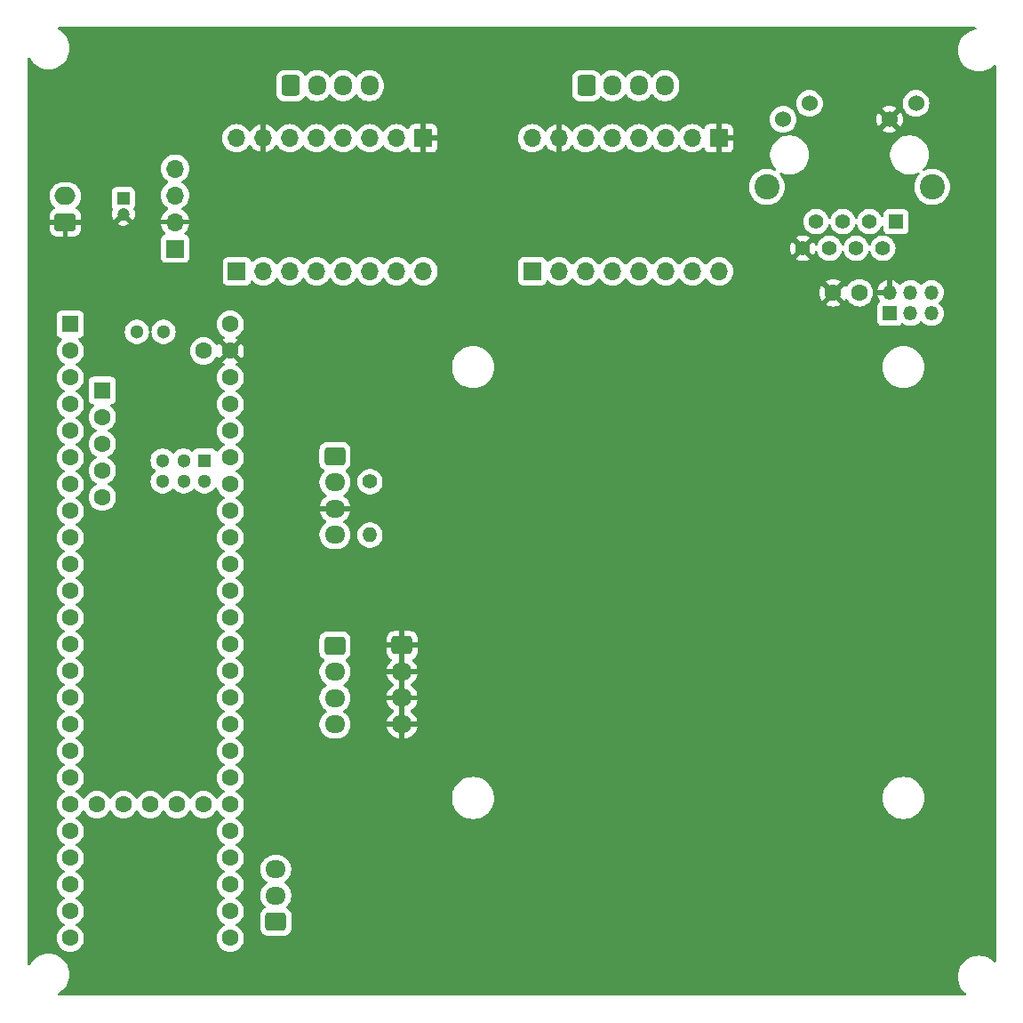
<source format=gbl>
%TF.GenerationSoftware,KiCad,Pcbnew,8.0.1*%
%TF.CreationDate,2024-05-05T15:48:18-04:00*%
%TF.ProjectId,science-board,73636965-6e63-4652-9d62-6f6172642e6b,rev?*%
%TF.SameCoordinates,Original*%
%TF.FileFunction,Copper,L2,Bot*%
%TF.FilePolarity,Positive*%
%FSLAX46Y46*%
G04 Gerber Fmt 4.6, Leading zero omitted, Abs format (unit mm)*
G04 Created by KiCad (PCBNEW 8.0.1) date 2024-05-05 15:48:18*
%MOMM*%
%LPD*%
G01*
G04 APERTURE LIST*
G04 Aperture macros list*
%AMRoundRect*
0 Rectangle with rounded corners*
0 $1 Rounding radius*
0 $2 $3 $4 $5 $6 $7 $8 $9 X,Y pos of 4 corners*
0 Add a 4 corners polygon primitive as box body*
4,1,4,$2,$3,$4,$5,$6,$7,$8,$9,$2,$3,0*
0 Add four circle primitives for the rounded corners*
1,1,$1+$1,$2,$3*
1,1,$1+$1,$4,$5*
1,1,$1+$1,$6,$7*
1,1,$1+$1,$8,$9*
0 Add four rect primitives between the rounded corners*
20,1,$1+$1,$2,$3,$4,$5,0*
20,1,$1+$1,$4,$5,$6,$7,0*
20,1,$1+$1,$6,$7,$8,$9,0*
20,1,$1+$1,$8,$9,$2,$3,0*%
G04 Aperture macros list end*
%TA.AperFunction,ComponentPad*%
%ADD10R,1.700000X1.700000*%
%TD*%
%TA.AperFunction,ComponentPad*%
%ADD11O,1.700000X1.700000*%
%TD*%
%TA.AperFunction,ComponentPad*%
%ADD12R,1.350000X1.350000*%
%TD*%
%TA.AperFunction,ComponentPad*%
%ADD13O,1.350000X1.350000*%
%TD*%
%TA.AperFunction,ComponentPad*%
%ADD14RoundRect,0.250000X-0.725000X0.600000X-0.725000X-0.600000X0.725000X-0.600000X0.725000X0.600000X0*%
%TD*%
%TA.AperFunction,ComponentPad*%
%ADD15O,1.950000X1.700000*%
%TD*%
%TA.AperFunction,ComponentPad*%
%ADD16R,1.398000X1.398000*%
%TD*%
%TA.AperFunction,ComponentPad*%
%ADD17C,1.398000*%
%TD*%
%TA.AperFunction,ComponentPad*%
%ADD18C,1.530000*%
%TD*%
%TA.AperFunction,ComponentPad*%
%ADD19C,2.400000*%
%TD*%
%TA.AperFunction,ComponentPad*%
%ADD20RoundRect,0.250000X-0.600000X-0.725000X0.600000X-0.725000X0.600000X0.725000X-0.600000X0.725000X0*%
%TD*%
%TA.AperFunction,ComponentPad*%
%ADD21O,1.700000X1.950000*%
%TD*%
%TA.AperFunction,ComponentPad*%
%ADD22RoundRect,0.250000X0.750000X-0.600000X0.750000X0.600000X-0.750000X0.600000X-0.750000X-0.600000X0*%
%TD*%
%TA.AperFunction,ComponentPad*%
%ADD23O,2.000000X1.700000*%
%TD*%
%TA.AperFunction,ComponentPad*%
%ADD24C,1.400000*%
%TD*%
%TA.AperFunction,ComponentPad*%
%ADD25O,1.400000X1.400000*%
%TD*%
%TA.AperFunction,ComponentPad*%
%ADD26C,1.600000*%
%TD*%
%TA.AperFunction,ComponentPad*%
%ADD27R,1.200000X1.200000*%
%TD*%
%TA.AperFunction,ComponentPad*%
%ADD28C,1.200000*%
%TD*%
%TA.AperFunction,ComponentPad*%
%ADD29R,1.600000X1.600000*%
%TD*%
%TA.AperFunction,ComponentPad*%
%ADD30R,1.300000X1.300000*%
%TD*%
%TA.AperFunction,ComponentPad*%
%ADD31C,1.300000*%
%TD*%
%TA.AperFunction,ComponentPad*%
%ADD32RoundRect,0.250000X0.725000X-0.600000X0.725000X0.600000X-0.725000X0.600000X-0.725000X-0.600000X0*%
%TD*%
%TA.AperFunction,ViaPad*%
%ADD33C,0.600000*%
%TD*%
G04 APERTURE END LIST*
D10*
X36370000Y-43950000D03*
D11*
X38910000Y-43950000D03*
X41450000Y-43950000D03*
X43990000Y-43950000D03*
X46530000Y-43950000D03*
X49070000Y-43950000D03*
X51610000Y-43950000D03*
X54150000Y-43950000D03*
D12*
X98540000Y-47980000D03*
D13*
X98540000Y-45980000D03*
X100540000Y-47980000D03*
X100540000Y-45980000D03*
X102540000Y-47980000D03*
X102540000Y-45980000D03*
D10*
X54120000Y-31300000D03*
D11*
X51580000Y-31300000D03*
X49040000Y-31300000D03*
X46500000Y-31300000D03*
X43960000Y-31300000D03*
X41420000Y-31300000D03*
X38880000Y-31300000D03*
X36340000Y-31300000D03*
D10*
X64530000Y-43950000D03*
D11*
X67070000Y-43950000D03*
X69610000Y-43950000D03*
X72150000Y-43950000D03*
X74690000Y-43950000D03*
X77230000Y-43950000D03*
X79770000Y-43950000D03*
X82310000Y-43950000D03*
D14*
X52116000Y-79562000D03*
D15*
X52116000Y-82062000D03*
X52116000Y-84562000D03*
X52116000Y-87062000D03*
D10*
X82280000Y-31300000D03*
D11*
X79740000Y-31300000D03*
X77200000Y-31300000D03*
X74660000Y-31300000D03*
X72120000Y-31300000D03*
X69580000Y-31300000D03*
X67040000Y-31300000D03*
X64500000Y-31300000D03*
D14*
X45720000Y-61548000D03*
D15*
X45720000Y-64048000D03*
X45720000Y-66548000D03*
X45720000Y-69048000D03*
D16*
X99180000Y-39230000D03*
D17*
X97910000Y-41770000D03*
X96640000Y-39230000D03*
X95370000Y-41770000D03*
X94100000Y-39230000D03*
X92830000Y-41770000D03*
X91560000Y-39230000D03*
X90290000Y-41770000D03*
D18*
X101060000Y-27980000D03*
X98545000Y-29500000D03*
X90925000Y-27980000D03*
X88410000Y-29500000D03*
D19*
X86860000Y-35930000D03*
X102610000Y-35930000D03*
D20*
X69655000Y-26300000D03*
D21*
X72155000Y-26300000D03*
X74655000Y-26300000D03*
X77155000Y-26300000D03*
D22*
X20030000Y-39310000D03*
D23*
X20030000Y-36810000D03*
D24*
X49050000Y-63988000D03*
D25*
X49050000Y-69068000D03*
D26*
X95680000Y-46010000D03*
X93180000Y-46010000D03*
D27*
X25550000Y-37020000D03*
D28*
X25550000Y-38520000D03*
D14*
X45720000Y-79582000D03*
D15*
X45720000Y-82082000D03*
X45720000Y-84582000D03*
X45720000Y-87082000D03*
D20*
X41495000Y-26300000D03*
D21*
X43995000Y-26300000D03*
X46495000Y-26300000D03*
X48995000Y-26300000D03*
D29*
X20500000Y-49000000D03*
D26*
X20500000Y-51540000D03*
X20500000Y-54080000D03*
X20500000Y-56620000D03*
X20500000Y-59160000D03*
X20500000Y-61700000D03*
X20500000Y-64240000D03*
X20500000Y-66780000D03*
X20500000Y-69320000D03*
X20500000Y-71860000D03*
X20500000Y-74400000D03*
X20500000Y-76940000D03*
X20500000Y-79480000D03*
X20500000Y-82020000D03*
X20500000Y-84560000D03*
X20500000Y-87100000D03*
X20500000Y-89640000D03*
X20500000Y-92180000D03*
X20500000Y-94720000D03*
X20500000Y-97260000D03*
X20500000Y-99800000D03*
X20500000Y-102340000D03*
X20500000Y-104880000D03*
X20500000Y-107420000D03*
X35740000Y-107420000D03*
X35740000Y-104880000D03*
X35740000Y-102340000D03*
X35740000Y-99800000D03*
X35740000Y-97260000D03*
X35740000Y-94720000D03*
X35740000Y-92180000D03*
X35740000Y-89640000D03*
X35740000Y-87100000D03*
X35740000Y-84560000D03*
X35740000Y-82020000D03*
X35740000Y-79480000D03*
X35740000Y-76940000D03*
X35740000Y-74400000D03*
X35740000Y-71860000D03*
X35740000Y-69320000D03*
X35740000Y-66780000D03*
X35740000Y-64240000D03*
X35740000Y-61700000D03*
X35740000Y-59160000D03*
X35740000Y-56620000D03*
X35740000Y-54080000D03*
X35740000Y-51540000D03*
X35740000Y-49000000D03*
X33200000Y-51540000D03*
X23040000Y-94720000D03*
X25580000Y-94720000D03*
X28120000Y-94720000D03*
X30660000Y-94720000D03*
X33200000Y-94720000D03*
D29*
X23550800Y-55299200D03*
D26*
X23550800Y-57839200D03*
X23550800Y-60379200D03*
X23550800Y-62919200D03*
X23550800Y-65459200D03*
D30*
X33301600Y-61970000D03*
D31*
X31301600Y-61970000D03*
X29301600Y-61970000D03*
X29301600Y-63970000D03*
X31301600Y-63970000D03*
X33301600Y-63970000D03*
X29390000Y-49730000D03*
X26850000Y-49730000D03*
D32*
X40086000Y-105878000D03*
D15*
X40086000Y-103378000D03*
X40086000Y-100878000D03*
D10*
X30480000Y-41810000D03*
D11*
X30480000Y-39270000D03*
X30480000Y-36730000D03*
X30480000Y-34190000D03*
D33*
X37550000Y-51550000D03*
X82300000Y-29090000D03*
X32650000Y-39240000D03*
X48870000Y-66508000D03*
X54120000Y-28920000D03*
%TA.AperFunction,Conductor*%
G36*
X52366000Y-86657854D02*
G01*
X52299343Y-86619370D01*
X52178535Y-86587000D01*
X52053465Y-86587000D01*
X51932657Y-86619370D01*
X51866000Y-86657854D01*
X51866000Y-84966145D01*
X51932657Y-85004630D01*
X52053465Y-85037000D01*
X52178535Y-85037000D01*
X52299343Y-85004630D01*
X52366000Y-84966145D01*
X52366000Y-86657854D01*
G37*
%TD.AperFunction*%
%TA.AperFunction,Conductor*%
G36*
X52366000Y-84157854D02*
G01*
X52299343Y-84119370D01*
X52178535Y-84087000D01*
X52053465Y-84087000D01*
X51932657Y-84119370D01*
X51866000Y-84157854D01*
X51866000Y-82466145D01*
X51932657Y-82504630D01*
X52053465Y-82537000D01*
X52178535Y-82537000D01*
X52299343Y-82504630D01*
X52366000Y-82466145D01*
X52366000Y-84157854D01*
G37*
%TD.AperFunction*%
%TA.AperFunction,Conductor*%
G36*
X52366000Y-81657854D02*
G01*
X52299343Y-81619370D01*
X52178535Y-81587000D01*
X52053465Y-81587000D01*
X51932657Y-81619370D01*
X51866000Y-81657854D01*
X51866000Y-79966145D01*
X51932657Y-80004630D01*
X52053465Y-80037000D01*
X52178535Y-80037000D01*
X52299343Y-80004630D01*
X52366000Y-79966145D01*
X52366000Y-81657854D01*
G37*
%TD.AperFunction*%
%TA.AperFunction,Conductor*%
G36*
X106765318Y-20740185D02*
G01*
X106811073Y-20792989D01*
X106821017Y-20862147D01*
X106791992Y-20925703D01*
X106733214Y-20963477D01*
X106724637Y-20965666D01*
X106494962Y-21015628D01*
X106226833Y-21115635D01*
X105975690Y-21252770D01*
X105975682Y-21252775D01*
X105746612Y-21424254D01*
X105746594Y-21424270D01*
X105544270Y-21626594D01*
X105544254Y-21626612D01*
X105372775Y-21855682D01*
X105372770Y-21855690D01*
X105235635Y-22106833D01*
X105135628Y-22374962D01*
X105074804Y-22654566D01*
X105054390Y-22939998D01*
X105054390Y-22940001D01*
X105074804Y-23225433D01*
X105135628Y-23505037D01*
X105135630Y-23505043D01*
X105135631Y-23505046D01*
X105234847Y-23771054D01*
X105235635Y-23773166D01*
X105372770Y-24024309D01*
X105372775Y-24024317D01*
X105544254Y-24253387D01*
X105544270Y-24253405D01*
X105746594Y-24455729D01*
X105746612Y-24455745D01*
X105975682Y-24627224D01*
X105975690Y-24627229D01*
X106226833Y-24764364D01*
X106226832Y-24764364D01*
X106226836Y-24764365D01*
X106226839Y-24764367D01*
X106494954Y-24864369D01*
X106494960Y-24864370D01*
X106494962Y-24864371D01*
X106774566Y-24925195D01*
X106774568Y-24925195D01*
X106774572Y-24925196D01*
X107028220Y-24943337D01*
X107059999Y-24945610D01*
X107060000Y-24945610D01*
X107060001Y-24945610D01*
X107088595Y-24943564D01*
X107345428Y-24925196D01*
X107353487Y-24923443D01*
X107625037Y-24864371D01*
X107625037Y-24864370D01*
X107625046Y-24864369D01*
X107893161Y-24764367D01*
X108144315Y-24627226D01*
X108373395Y-24455739D01*
X108388983Y-24440151D01*
X108467819Y-24361316D01*
X108529142Y-24327831D01*
X108598834Y-24332815D01*
X108654767Y-24374687D01*
X108679184Y-24440151D01*
X108679500Y-24448997D01*
X108679500Y-109601003D01*
X108659815Y-109668042D01*
X108607011Y-109713797D01*
X108537853Y-109723741D01*
X108474297Y-109694716D01*
X108467819Y-109688684D01*
X108373405Y-109594270D01*
X108373387Y-109594254D01*
X108144317Y-109422775D01*
X108144309Y-109422770D01*
X107893166Y-109285635D01*
X107893167Y-109285635D01*
X107785915Y-109245632D01*
X107625046Y-109185631D01*
X107625043Y-109185630D01*
X107625037Y-109185628D01*
X107345433Y-109124804D01*
X107060001Y-109104390D01*
X107059999Y-109104390D01*
X106774566Y-109124804D01*
X106494962Y-109185628D01*
X106226833Y-109285635D01*
X105975690Y-109422770D01*
X105975682Y-109422775D01*
X105746612Y-109594254D01*
X105746594Y-109594270D01*
X105544270Y-109796594D01*
X105544254Y-109796612D01*
X105372775Y-110025682D01*
X105372770Y-110025690D01*
X105235635Y-110276833D01*
X105135628Y-110544962D01*
X105074804Y-110824566D01*
X105054390Y-111109998D01*
X105054390Y-111110001D01*
X105074804Y-111395433D01*
X105135628Y-111675037D01*
X105135630Y-111675043D01*
X105135631Y-111675046D01*
X105234847Y-111941054D01*
X105235635Y-111943166D01*
X105372770Y-112194309D01*
X105372775Y-112194317D01*
X105544254Y-112423387D01*
X105544270Y-112423405D01*
X105746594Y-112625729D01*
X105746612Y-112625745D01*
X105800698Y-112666233D01*
X105842570Y-112722166D01*
X105847554Y-112791858D01*
X105814069Y-112853181D01*
X105752746Y-112886666D01*
X105726388Y-112889500D01*
X19428256Y-112889500D01*
X19361217Y-112869815D01*
X19315462Y-112817011D01*
X19305518Y-112747853D01*
X19334543Y-112684297D01*
X19368829Y-112656668D01*
X19446982Y-112613992D01*
X19514315Y-112577226D01*
X19743395Y-112405739D01*
X19945739Y-112203395D01*
X20117226Y-111974315D01*
X20254367Y-111723161D01*
X20354369Y-111455046D01*
X20415196Y-111175428D01*
X20435610Y-110890000D01*
X20415196Y-110604572D01*
X20354369Y-110324954D01*
X20254367Y-110056839D01*
X20237358Y-110025690D01*
X20117229Y-109805690D01*
X20117224Y-109805682D01*
X19945745Y-109576612D01*
X19945729Y-109576594D01*
X19743405Y-109374270D01*
X19743387Y-109374254D01*
X19514317Y-109202775D01*
X19514309Y-109202770D01*
X19263166Y-109065635D01*
X19263167Y-109065635D01*
X19155915Y-109025632D01*
X18995046Y-108965631D01*
X18995043Y-108965630D01*
X18995037Y-108965628D01*
X18715433Y-108904804D01*
X18430001Y-108884390D01*
X18429999Y-108884390D01*
X18144566Y-108904804D01*
X17864962Y-108965628D01*
X17596833Y-109065635D01*
X17345690Y-109202770D01*
X17345682Y-109202775D01*
X17116612Y-109374254D01*
X17116594Y-109374270D01*
X16914270Y-109576594D01*
X16914254Y-109576612D01*
X16742775Y-109805682D01*
X16742770Y-109805690D01*
X16663332Y-109951170D01*
X16613926Y-110000575D01*
X16545653Y-110015427D01*
X16480189Y-109991010D01*
X16438318Y-109935076D01*
X16430500Y-109891743D01*
X16430500Y-107420001D01*
X19194532Y-107420001D01*
X19214364Y-107646686D01*
X19214366Y-107646697D01*
X19273258Y-107866488D01*
X19273261Y-107866497D01*
X19369431Y-108072732D01*
X19369432Y-108072734D01*
X19499954Y-108259141D01*
X19660858Y-108420045D01*
X19660861Y-108420047D01*
X19847266Y-108550568D01*
X20053504Y-108646739D01*
X20273308Y-108705635D01*
X20435230Y-108719801D01*
X20499998Y-108725468D01*
X20500000Y-108725468D01*
X20500002Y-108725468D01*
X20556673Y-108720509D01*
X20726692Y-108705635D01*
X20946496Y-108646739D01*
X21152734Y-108550568D01*
X21339139Y-108420047D01*
X21500047Y-108259139D01*
X21630568Y-108072734D01*
X21726739Y-107866496D01*
X21785635Y-107646692D01*
X21805468Y-107420000D01*
X21785635Y-107193308D01*
X21726739Y-106973504D01*
X21630568Y-106767266D01*
X21500047Y-106580861D01*
X21500045Y-106580858D01*
X21339141Y-106419954D01*
X21152734Y-106289432D01*
X21152728Y-106289429D01*
X21094725Y-106262382D01*
X21042285Y-106216210D01*
X21023133Y-106149017D01*
X21043348Y-106082135D01*
X21094725Y-106037618D01*
X21152734Y-106010568D01*
X21339139Y-105880047D01*
X21500047Y-105719139D01*
X21630568Y-105532734D01*
X21726739Y-105326496D01*
X21785635Y-105106692D01*
X21805468Y-104880000D01*
X21785635Y-104653308D01*
X21726739Y-104433504D01*
X21630568Y-104227266D01*
X21500047Y-104040861D01*
X21500045Y-104040858D01*
X21339141Y-103879954D01*
X21152734Y-103749432D01*
X21152728Y-103749429D01*
X21094725Y-103722382D01*
X21042285Y-103676210D01*
X21023133Y-103609017D01*
X21043348Y-103542135D01*
X21094725Y-103497618D01*
X21152734Y-103470568D01*
X21339139Y-103340047D01*
X21500047Y-103179139D01*
X21630568Y-102992734D01*
X21726739Y-102786496D01*
X21785635Y-102566692D01*
X21805468Y-102340000D01*
X21785635Y-102113308D01*
X21726739Y-101893504D01*
X21630568Y-101687266D01*
X21500047Y-101500861D01*
X21500045Y-101500858D01*
X21339141Y-101339954D01*
X21152734Y-101209432D01*
X21152728Y-101209429D01*
X21094725Y-101182382D01*
X21042285Y-101136210D01*
X21023133Y-101069017D01*
X21043348Y-101002135D01*
X21094725Y-100957618D01*
X21152734Y-100930568D01*
X21339139Y-100800047D01*
X21500047Y-100639139D01*
X21630568Y-100452734D01*
X21726739Y-100246496D01*
X21785635Y-100026692D01*
X21805468Y-99800000D01*
X21785635Y-99573308D01*
X21726739Y-99353504D01*
X21630568Y-99147266D01*
X21500047Y-98960861D01*
X21500045Y-98960858D01*
X21339141Y-98799954D01*
X21152734Y-98669432D01*
X21152728Y-98669429D01*
X21094725Y-98642382D01*
X21042285Y-98596210D01*
X21023133Y-98529017D01*
X21043348Y-98462135D01*
X21094725Y-98417618D01*
X21152734Y-98390568D01*
X21339139Y-98260047D01*
X21500047Y-98099139D01*
X21630568Y-97912734D01*
X21726739Y-97706496D01*
X21785635Y-97486692D01*
X21805468Y-97260000D01*
X21785635Y-97033308D01*
X21726739Y-96813504D01*
X21630568Y-96607266D01*
X21500047Y-96420861D01*
X21500045Y-96420858D01*
X21339141Y-96259954D01*
X21152734Y-96129432D01*
X21152728Y-96129429D01*
X21094725Y-96102382D01*
X21042285Y-96056210D01*
X21023133Y-95989017D01*
X21043348Y-95922135D01*
X21094725Y-95877618D01*
X21152734Y-95850568D01*
X21339139Y-95720047D01*
X21500047Y-95559139D01*
X21630568Y-95372734D01*
X21657618Y-95314724D01*
X21703790Y-95262285D01*
X21770983Y-95243133D01*
X21837865Y-95263348D01*
X21882382Y-95314725D01*
X21909429Y-95372728D01*
X21909432Y-95372734D01*
X22039954Y-95559141D01*
X22200858Y-95720045D01*
X22200861Y-95720047D01*
X22387266Y-95850568D01*
X22593504Y-95946739D01*
X22813308Y-96005635D01*
X22975230Y-96019801D01*
X23039998Y-96025468D01*
X23040000Y-96025468D01*
X23040002Y-96025468D01*
X23096673Y-96020509D01*
X23266692Y-96005635D01*
X23486496Y-95946739D01*
X23692734Y-95850568D01*
X23879139Y-95720047D01*
X24040047Y-95559139D01*
X24170568Y-95372734D01*
X24197618Y-95314724D01*
X24243790Y-95262285D01*
X24310983Y-95243133D01*
X24377865Y-95263348D01*
X24422382Y-95314725D01*
X24449429Y-95372728D01*
X24449432Y-95372734D01*
X24579954Y-95559141D01*
X24740858Y-95720045D01*
X24740861Y-95720047D01*
X24927266Y-95850568D01*
X25133504Y-95946739D01*
X25353308Y-96005635D01*
X25515230Y-96019801D01*
X25579998Y-96025468D01*
X25580000Y-96025468D01*
X25580002Y-96025468D01*
X25636673Y-96020509D01*
X25806692Y-96005635D01*
X26026496Y-95946739D01*
X26232734Y-95850568D01*
X26419139Y-95720047D01*
X26580047Y-95559139D01*
X26710568Y-95372734D01*
X26737618Y-95314724D01*
X26783790Y-95262285D01*
X26850983Y-95243133D01*
X26917865Y-95263348D01*
X26962382Y-95314725D01*
X26989429Y-95372728D01*
X26989432Y-95372734D01*
X27119954Y-95559141D01*
X27280858Y-95720045D01*
X27280861Y-95720047D01*
X27467266Y-95850568D01*
X27673504Y-95946739D01*
X27893308Y-96005635D01*
X28055230Y-96019801D01*
X28119998Y-96025468D01*
X28120000Y-96025468D01*
X28120002Y-96025468D01*
X28176673Y-96020509D01*
X28346692Y-96005635D01*
X28566496Y-95946739D01*
X28772734Y-95850568D01*
X28959139Y-95720047D01*
X29120047Y-95559139D01*
X29250568Y-95372734D01*
X29277618Y-95314724D01*
X29323790Y-95262285D01*
X29390983Y-95243133D01*
X29457865Y-95263348D01*
X29502382Y-95314725D01*
X29529429Y-95372728D01*
X29529432Y-95372734D01*
X29659954Y-95559141D01*
X29820858Y-95720045D01*
X29820861Y-95720047D01*
X30007266Y-95850568D01*
X30213504Y-95946739D01*
X30433308Y-96005635D01*
X30595230Y-96019801D01*
X30659998Y-96025468D01*
X30660000Y-96025468D01*
X30660002Y-96025468D01*
X30716673Y-96020509D01*
X30886692Y-96005635D01*
X31106496Y-95946739D01*
X31312734Y-95850568D01*
X31499139Y-95720047D01*
X31660047Y-95559139D01*
X31790568Y-95372734D01*
X31817618Y-95314724D01*
X31863790Y-95262285D01*
X31930983Y-95243133D01*
X31997865Y-95263348D01*
X32042382Y-95314725D01*
X32069429Y-95372728D01*
X32069432Y-95372734D01*
X32199954Y-95559141D01*
X32360858Y-95720045D01*
X32360861Y-95720047D01*
X32547266Y-95850568D01*
X32753504Y-95946739D01*
X32973308Y-96005635D01*
X33135230Y-96019801D01*
X33199998Y-96025468D01*
X33200000Y-96025468D01*
X33200002Y-96025468D01*
X33256673Y-96020509D01*
X33426692Y-96005635D01*
X33646496Y-95946739D01*
X33852734Y-95850568D01*
X34039139Y-95720047D01*
X34200047Y-95559139D01*
X34330568Y-95372734D01*
X34357618Y-95314724D01*
X34403790Y-95262285D01*
X34470983Y-95243133D01*
X34537865Y-95263348D01*
X34582382Y-95314725D01*
X34609429Y-95372728D01*
X34609432Y-95372734D01*
X34739954Y-95559141D01*
X34900858Y-95720045D01*
X34900861Y-95720047D01*
X35087266Y-95850568D01*
X35145275Y-95877618D01*
X35197714Y-95923791D01*
X35216866Y-95990984D01*
X35196650Y-96057865D01*
X35145275Y-96102382D01*
X35087267Y-96129431D01*
X35087265Y-96129432D01*
X34900858Y-96259954D01*
X34739954Y-96420858D01*
X34609432Y-96607265D01*
X34609431Y-96607267D01*
X34513261Y-96813502D01*
X34513258Y-96813511D01*
X34454366Y-97033302D01*
X34454364Y-97033313D01*
X34434532Y-97259998D01*
X34434532Y-97260001D01*
X34454364Y-97486686D01*
X34454366Y-97486697D01*
X34513258Y-97706488D01*
X34513261Y-97706497D01*
X34609431Y-97912732D01*
X34609432Y-97912734D01*
X34739954Y-98099141D01*
X34900858Y-98260045D01*
X34900861Y-98260047D01*
X35087266Y-98390568D01*
X35145275Y-98417618D01*
X35197714Y-98463791D01*
X35216866Y-98530984D01*
X35196650Y-98597865D01*
X35145275Y-98642382D01*
X35087267Y-98669431D01*
X35087265Y-98669432D01*
X34900858Y-98799954D01*
X34739954Y-98960858D01*
X34609432Y-99147265D01*
X34609431Y-99147267D01*
X34513261Y-99353502D01*
X34513258Y-99353511D01*
X34454366Y-99573302D01*
X34454364Y-99573313D01*
X34434532Y-99799998D01*
X34434532Y-99800001D01*
X34454364Y-100026686D01*
X34454366Y-100026697D01*
X34513258Y-100246488D01*
X34513261Y-100246497D01*
X34609431Y-100452732D01*
X34609432Y-100452734D01*
X34739954Y-100639141D01*
X34900858Y-100800045D01*
X34900861Y-100800047D01*
X35087266Y-100930568D01*
X35145275Y-100957618D01*
X35197714Y-101003791D01*
X35216866Y-101070984D01*
X35196650Y-101137865D01*
X35145275Y-101182382D01*
X35087267Y-101209431D01*
X35087265Y-101209432D01*
X34900858Y-101339954D01*
X34739954Y-101500858D01*
X34609432Y-101687265D01*
X34609431Y-101687267D01*
X34513261Y-101893502D01*
X34513258Y-101893511D01*
X34454366Y-102113302D01*
X34454364Y-102113313D01*
X34434532Y-102339998D01*
X34434532Y-102340001D01*
X34454364Y-102566686D01*
X34454366Y-102566697D01*
X34513258Y-102786488D01*
X34513261Y-102786497D01*
X34609431Y-102992732D01*
X34609432Y-102992734D01*
X34739954Y-103179141D01*
X34900858Y-103340045D01*
X34900861Y-103340047D01*
X35087266Y-103470568D01*
X35145275Y-103497618D01*
X35197714Y-103543791D01*
X35216866Y-103610984D01*
X35196650Y-103677865D01*
X35145275Y-103722382D01*
X35087267Y-103749431D01*
X35087265Y-103749432D01*
X34900858Y-103879954D01*
X34739954Y-104040858D01*
X34609432Y-104227265D01*
X34609431Y-104227267D01*
X34513261Y-104433502D01*
X34513258Y-104433511D01*
X34454366Y-104653302D01*
X34454364Y-104653313D01*
X34434532Y-104879998D01*
X34434532Y-104880001D01*
X34454364Y-105106686D01*
X34454366Y-105106697D01*
X34513258Y-105326488D01*
X34513261Y-105326497D01*
X34609431Y-105532732D01*
X34609432Y-105532734D01*
X34739954Y-105719141D01*
X34900858Y-105880045D01*
X34900861Y-105880047D01*
X35087266Y-106010568D01*
X35145275Y-106037618D01*
X35197714Y-106083791D01*
X35216866Y-106150984D01*
X35196650Y-106217865D01*
X35145275Y-106262382D01*
X35087267Y-106289431D01*
X35087265Y-106289432D01*
X34900858Y-106419954D01*
X34739954Y-106580858D01*
X34609432Y-106767265D01*
X34609431Y-106767267D01*
X34513261Y-106973502D01*
X34513258Y-106973511D01*
X34454366Y-107193302D01*
X34454364Y-107193313D01*
X34434532Y-107419998D01*
X34434532Y-107420001D01*
X34454364Y-107646686D01*
X34454366Y-107646697D01*
X34513258Y-107866488D01*
X34513261Y-107866497D01*
X34609431Y-108072732D01*
X34609432Y-108072734D01*
X34739954Y-108259141D01*
X34900858Y-108420045D01*
X34900861Y-108420047D01*
X35087266Y-108550568D01*
X35293504Y-108646739D01*
X35513308Y-108705635D01*
X35675230Y-108719801D01*
X35739998Y-108725468D01*
X35740000Y-108725468D01*
X35740002Y-108725468D01*
X35796673Y-108720509D01*
X35966692Y-108705635D01*
X36186496Y-108646739D01*
X36392734Y-108550568D01*
X36579139Y-108420047D01*
X36740047Y-108259139D01*
X36870568Y-108072734D01*
X36966739Y-107866496D01*
X37025635Y-107646692D01*
X37045468Y-107420000D01*
X37025635Y-107193308D01*
X36966739Y-106973504D01*
X36870568Y-106767266D01*
X36740047Y-106580861D01*
X36740045Y-106580858D01*
X36687188Y-106528001D01*
X38610500Y-106528001D01*
X38610501Y-106528018D01*
X38621000Y-106630796D01*
X38621001Y-106630799D01*
X38666222Y-106767265D01*
X38676186Y-106797334D01*
X38768288Y-106946656D01*
X38892344Y-107070712D01*
X39041666Y-107162814D01*
X39208203Y-107217999D01*
X39310991Y-107228500D01*
X40861008Y-107228499D01*
X40963797Y-107217999D01*
X41130334Y-107162814D01*
X41279656Y-107070712D01*
X41403712Y-106946656D01*
X41495814Y-106797334D01*
X41550999Y-106630797D01*
X41561500Y-106528009D01*
X41561499Y-105227992D01*
X41550999Y-105125203D01*
X41495814Y-104958666D01*
X41403712Y-104809344D01*
X41279656Y-104685288D01*
X41130334Y-104593186D01*
X41130333Y-104593185D01*
X41124878Y-104589821D01*
X41078154Y-104537873D01*
X41066931Y-104468910D01*
X41094775Y-104404828D01*
X41102272Y-104396623D01*
X41241104Y-104257792D01*
X41366051Y-104085816D01*
X41462557Y-103896412D01*
X41528246Y-103694243D01*
X41561500Y-103484287D01*
X41561500Y-103271713D01*
X41528246Y-103061757D01*
X41462557Y-102859588D01*
X41366051Y-102670184D01*
X41366049Y-102670181D01*
X41366048Y-102670179D01*
X41241109Y-102498213D01*
X41090792Y-102347896D01*
X41079921Y-102339998D01*
X40926204Y-102228316D01*
X40883540Y-102172989D01*
X40877561Y-102103376D01*
X40910166Y-102041580D01*
X40926199Y-102027686D01*
X41090792Y-101908104D01*
X41241104Y-101757792D01*
X41241106Y-101757788D01*
X41241109Y-101757786D01*
X41366048Y-101585820D01*
X41366047Y-101585820D01*
X41366051Y-101585816D01*
X41462557Y-101396412D01*
X41528246Y-101194243D01*
X41561500Y-100984287D01*
X41561500Y-100771713D01*
X41528246Y-100561757D01*
X41462557Y-100359588D01*
X41366051Y-100170184D01*
X41366049Y-100170181D01*
X41366048Y-100170179D01*
X41241109Y-99998213D01*
X41090786Y-99847890D01*
X40918820Y-99722951D01*
X40729414Y-99626444D01*
X40729413Y-99626443D01*
X40729412Y-99626443D01*
X40527243Y-99560754D01*
X40527241Y-99560753D01*
X40527240Y-99560753D01*
X40365957Y-99535208D01*
X40317287Y-99527500D01*
X39854713Y-99527500D01*
X39806042Y-99535208D01*
X39644760Y-99560753D01*
X39442585Y-99626444D01*
X39253179Y-99722951D01*
X39081213Y-99847890D01*
X38930890Y-99998213D01*
X38805951Y-100170179D01*
X38709444Y-100359585D01*
X38643753Y-100561760D01*
X38610500Y-100771713D01*
X38610500Y-100984286D01*
X38634824Y-101137865D01*
X38643754Y-101194243D01*
X38691098Y-101339953D01*
X38709444Y-101396414D01*
X38805951Y-101585820D01*
X38930890Y-101757786D01*
X39081209Y-101908105D01*
X39081214Y-101908109D01*
X39245793Y-102027682D01*
X39288459Y-102083011D01*
X39294438Y-102152625D01*
X39261833Y-102214420D01*
X39245793Y-102228318D01*
X39081214Y-102347890D01*
X39081209Y-102347894D01*
X38930890Y-102498213D01*
X38805951Y-102670179D01*
X38709444Y-102859585D01*
X38643753Y-103061760D01*
X38625162Y-103179139D01*
X38610500Y-103271713D01*
X38610500Y-103484287D01*
X38643754Y-103694243D01*
X38704095Y-103879954D01*
X38709444Y-103896414D01*
X38805951Y-104085820D01*
X38930890Y-104257786D01*
X39069705Y-104396601D01*
X39103190Y-104457924D01*
X39098206Y-104527616D01*
X39056334Y-104583549D01*
X39047121Y-104589821D01*
X38892342Y-104685289D01*
X38768289Y-104809342D01*
X38676187Y-104958663D01*
X38676186Y-104958666D01*
X38621001Y-105125203D01*
X38621001Y-105125204D01*
X38621000Y-105125204D01*
X38610500Y-105227983D01*
X38610500Y-106528001D01*
X36687188Y-106528001D01*
X36579141Y-106419954D01*
X36392734Y-106289432D01*
X36392728Y-106289429D01*
X36334725Y-106262382D01*
X36282285Y-106216210D01*
X36263133Y-106149017D01*
X36283348Y-106082135D01*
X36334725Y-106037618D01*
X36392734Y-106010568D01*
X36579139Y-105880047D01*
X36740047Y-105719139D01*
X36870568Y-105532734D01*
X36966739Y-105326496D01*
X37025635Y-105106692D01*
X37045468Y-104880000D01*
X37025635Y-104653308D01*
X36966739Y-104433504D01*
X36870568Y-104227266D01*
X36740047Y-104040861D01*
X36740045Y-104040858D01*
X36579141Y-103879954D01*
X36392734Y-103749432D01*
X36392728Y-103749429D01*
X36334725Y-103722382D01*
X36282285Y-103676210D01*
X36263133Y-103609017D01*
X36283348Y-103542135D01*
X36334725Y-103497618D01*
X36392734Y-103470568D01*
X36579139Y-103340047D01*
X36740047Y-103179139D01*
X36870568Y-102992734D01*
X36966739Y-102786496D01*
X37025635Y-102566692D01*
X37045468Y-102340000D01*
X37025635Y-102113308D01*
X36966739Y-101893504D01*
X36870568Y-101687266D01*
X36740047Y-101500861D01*
X36740045Y-101500858D01*
X36579141Y-101339954D01*
X36392734Y-101209432D01*
X36392728Y-101209429D01*
X36334725Y-101182382D01*
X36282285Y-101136210D01*
X36263133Y-101069017D01*
X36283348Y-101002135D01*
X36334725Y-100957618D01*
X36392734Y-100930568D01*
X36579139Y-100800047D01*
X36740047Y-100639139D01*
X36870568Y-100452734D01*
X36966739Y-100246496D01*
X37025635Y-100026692D01*
X37045468Y-99800000D01*
X37025635Y-99573308D01*
X36966739Y-99353504D01*
X36870568Y-99147266D01*
X36740047Y-98960861D01*
X36740045Y-98960858D01*
X36579141Y-98799954D01*
X36392734Y-98669432D01*
X36392728Y-98669429D01*
X36334725Y-98642382D01*
X36282285Y-98596210D01*
X36263133Y-98529017D01*
X36283348Y-98462135D01*
X36334725Y-98417618D01*
X36392734Y-98390568D01*
X36579139Y-98260047D01*
X36740047Y-98099139D01*
X36870568Y-97912734D01*
X36966739Y-97706496D01*
X37025635Y-97486692D01*
X37045468Y-97260000D01*
X37025635Y-97033308D01*
X36966739Y-96813504D01*
X36870568Y-96607266D01*
X36740047Y-96420861D01*
X36740045Y-96420858D01*
X36579141Y-96259954D01*
X36392734Y-96129432D01*
X36392728Y-96129429D01*
X36334725Y-96102382D01*
X36282285Y-96056210D01*
X36263133Y-95989017D01*
X36283348Y-95922135D01*
X36334725Y-95877618D01*
X36392734Y-95850568D01*
X36579139Y-95720047D01*
X36740047Y-95559139D01*
X36870568Y-95372734D01*
X36966739Y-95166496D01*
X37025635Y-94946692D01*
X37045468Y-94720000D01*
X37025635Y-94493308D01*
X36980916Y-94326415D01*
X36966741Y-94273511D01*
X36966738Y-94273502D01*
X36897618Y-94125275D01*
X36881169Y-94090001D01*
X56864390Y-94090001D01*
X56884804Y-94375433D01*
X56945628Y-94655037D01*
X57045635Y-94923166D01*
X57182770Y-95174309D01*
X57182775Y-95174317D01*
X57354254Y-95403387D01*
X57354270Y-95403405D01*
X57556594Y-95605729D01*
X57556612Y-95605745D01*
X57785682Y-95777224D01*
X57785690Y-95777229D01*
X58036833Y-95914364D01*
X58036832Y-95914364D01*
X58036836Y-95914365D01*
X58036839Y-95914367D01*
X58304954Y-96014369D01*
X58304960Y-96014370D01*
X58304962Y-96014371D01*
X58584566Y-96075195D01*
X58584568Y-96075195D01*
X58584572Y-96075196D01*
X58838220Y-96093337D01*
X58869999Y-96095610D01*
X58870000Y-96095610D01*
X58870001Y-96095610D01*
X58898595Y-96093564D01*
X59155428Y-96075196D01*
X59242706Y-96056210D01*
X59435037Y-96014371D01*
X59435037Y-96014370D01*
X59435046Y-96014369D01*
X59703161Y-95914367D01*
X59954315Y-95777226D01*
X60183395Y-95605739D01*
X60385739Y-95403395D01*
X60557226Y-95174315D01*
X60694367Y-94923161D01*
X60794369Y-94655046D01*
X60855196Y-94375428D01*
X60875610Y-94090001D01*
X97864390Y-94090001D01*
X97884804Y-94375433D01*
X97945628Y-94655037D01*
X98045635Y-94923166D01*
X98182770Y-95174309D01*
X98182775Y-95174317D01*
X98354254Y-95403387D01*
X98354270Y-95403405D01*
X98556594Y-95605729D01*
X98556612Y-95605745D01*
X98785682Y-95777224D01*
X98785690Y-95777229D01*
X99036833Y-95914364D01*
X99036832Y-95914364D01*
X99036836Y-95914365D01*
X99036839Y-95914367D01*
X99304954Y-96014369D01*
X99304960Y-96014370D01*
X99304962Y-96014371D01*
X99584566Y-96075195D01*
X99584568Y-96075195D01*
X99584572Y-96075196D01*
X99838220Y-96093337D01*
X99869999Y-96095610D01*
X99870000Y-96095610D01*
X99870001Y-96095610D01*
X99898595Y-96093564D01*
X100155428Y-96075196D01*
X100242706Y-96056210D01*
X100435037Y-96014371D01*
X100435037Y-96014370D01*
X100435046Y-96014369D01*
X100703161Y-95914367D01*
X100954315Y-95777226D01*
X101183395Y-95605739D01*
X101385739Y-95403395D01*
X101557226Y-95174315D01*
X101694367Y-94923161D01*
X101794369Y-94655046D01*
X101855196Y-94375428D01*
X101875610Y-94090000D01*
X101855196Y-93804572D01*
X101836788Y-93719953D01*
X101794371Y-93524962D01*
X101794370Y-93524960D01*
X101794369Y-93524954D01*
X101694367Y-93256839D01*
X101652435Y-93180047D01*
X101557229Y-93005690D01*
X101557224Y-93005682D01*
X101385745Y-92776612D01*
X101385729Y-92776594D01*
X101183405Y-92574270D01*
X101183387Y-92574254D01*
X100954317Y-92402775D01*
X100954309Y-92402770D01*
X100703166Y-92265635D01*
X100703167Y-92265635D01*
X100473573Y-92180001D01*
X100435046Y-92165631D01*
X100435043Y-92165630D01*
X100435037Y-92165628D01*
X100155433Y-92104804D01*
X99870001Y-92084390D01*
X99869999Y-92084390D01*
X99584566Y-92104804D01*
X99304962Y-92165628D01*
X99036833Y-92265635D01*
X98785690Y-92402770D01*
X98785682Y-92402775D01*
X98556612Y-92574254D01*
X98556594Y-92574270D01*
X98354270Y-92776594D01*
X98354254Y-92776612D01*
X98182775Y-93005682D01*
X98182770Y-93005690D01*
X98045635Y-93256833D01*
X97945628Y-93524962D01*
X97884804Y-93804566D01*
X97864390Y-94089998D01*
X97864390Y-94090001D01*
X60875610Y-94090001D01*
X60875610Y-94090000D01*
X60855196Y-93804572D01*
X60836788Y-93719953D01*
X60794371Y-93524962D01*
X60794370Y-93524960D01*
X60794369Y-93524954D01*
X60694367Y-93256839D01*
X60652435Y-93180047D01*
X60557229Y-93005690D01*
X60557224Y-93005682D01*
X60385745Y-92776612D01*
X60385729Y-92776594D01*
X60183405Y-92574270D01*
X60183387Y-92574254D01*
X59954317Y-92402775D01*
X59954309Y-92402770D01*
X59703166Y-92265635D01*
X59703167Y-92265635D01*
X59473573Y-92180001D01*
X59435046Y-92165631D01*
X59435043Y-92165630D01*
X59435037Y-92165628D01*
X59155433Y-92104804D01*
X58870001Y-92084390D01*
X58869999Y-92084390D01*
X58584566Y-92104804D01*
X58304962Y-92165628D01*
X58036833Y-92265635D01*
X57785690Y-92402770D01*
X57785682Y-92402775D01*
X57556612Y-92574254D01*
X57556594Y-92574270D01*
X57354270Y-92776594D01*
X57354254Y-92776612D01*
X57182775Y-93005682D01*
X57182770Y-93005690D01*
X57045635Y-93256833D01*
X56945628Y-93524962D01*
X56884804Y-93804566D01*
X56864390Y-94089998D01*
X56864390Y-94090001D01*
X36881169Y-94090001D01*
X36870568Y-94067266D01*
X36740047Y-93880861D01*
X36740045Y-93880858D01*
X36579141Y-93719954D01*
X36392734Y-93589432D01*
X36392728Y-93589429D01*
X36334725Y-93562382D01*
X36282285Y-93516210D01*
X36263133Y-93449017D01*
X36283348Y-93382135D01*
X36334725Y-93337618D01*
X36392734Y-93310568D01*
X36579139Y-93180047D01*
X36740047Y-93019139D01*
X36870568Y-92832734D01*
X36966739Y-92626496D01*
X37025635Y-92406692D01*
X37045468Y-92180000D01*
X37025635Y-91953308D01*
X36966739Y-91733504D01*
X36870568Y-91527266D01*
X36740047Y-91340861D01*
X36740045Y-91340858D01*
X36579141Y-91179954D01*
X36392734Y-91049432D01*
X36392728Y-91049429D01*
X36334725Y-91022382D01*
X36282285Y-90976210D01*
X36263133Y-90909017D01*
X36283348Y-90842135D01*
X36334725Y-90797618D01*
X36392734Y-90770568D01*
X36579139Y-90640047D01*
X36740047Y-90479139D01*
X36870568Y-90292734D01*
X36966739Y-90086496D01*
X37025635Y-89866692D01*
X37045468Y-89640000D01*
X37025635Y-89413308D01*
X36966739Y-89193504D01*
X36870568Y-88987266D01*
X36740047Y-88800861D01*
X36740045Y-88800858D01*
X36579141Y-88639954D01*
X36392734Y-88509432D01*
X36392728Y-88509429D01*
X36334725Y-88482382D01*
X36282285Y-88436210D01*
X36263133Y-88369017D01*
X36283348Y-88302135D01*
X36334725Y-88257618D01*
X36392734Y-88230568D01*
X36579139Y-88100047D01*
X36740047Y-87939139D01*
X36870568Y-87752734D01*
X36966739Y-87546496D01*
X37025635Y-87326692D01*
X37037744Y-87188286D01*
X44244500Y-87188286D01*
X44274567Y-87378126D01*
X44277754Y-87398243D01*
X44336881Y-87580217D01*
X44343444Y-87600414D01*
X44439951Y-87789820D01*
X44564890Y-87961786D01*
X44715213Y-88112109D01*
X44887179Y-88237048D01*
X44887181Y-88237049D01*
X44887184Y-88237051D01*
X45076588Y-88333557D01*
X45278757Y-88399246D01*
X45488713Y-88432500D01*
X45488714Y-88432500D01*
X45951286Y-88432500D01*
X45951287Y-88432500D01*
X46161243Y-88399246D01*
X46363412Y-88333557D01*
X46552816Y-88237051D01*
X46580937Y-88216620D01*
X46724786Y-88112109D01*
X46724788Y-88112106D01*
X46724792Y-88112104D01*
X46875104Y-87961792D01*
X46875106Y-87961788D01*
X46875109Y-87961786D01*
X47000048Y-87789820D01*
X47000047Y-87789820D01*
X47000051Y-87789816D01*
X47096557Y-87600412D01*
X47162246Y-87398243D01*
X47195500Y-87188287D01*
X47195500Y-86975713D01*
X47162246Y-86765757D01*
X47096557Y-86563588D01*
X47000051Y-86374184D01*
X47000049Y-86374181D01*
X47000048Y-86374179D01*
X46875109Y-86202213D01*
X46724792Y-86051896D01*
X46697787Y-86032276D01*
X46560204Y-85932316D01*
X46517540Y-85876989D01*
X46511561Y-85807376D01*
X46544166Y-85745580D01*
X46560199Y-85731686D01*
X46724792Y-85612104D01*
X46875104Y-85461792D01*
X46875106Y-85461788D01*
X46875109Y-85461786D01*
X47000048Y-85289820D01*
X47000047Y-85289820D01*
X47000051Y-85289816D01*
X47096557Y-85100412D01*
X47162246Y-84898243D01*
X47195500Y-84688287D01*
X47195500Y-84475713D01*
X47162246Y-84265757D01*
X47096557Y-84063588D01*
X47000051Y-83874184D01*
X47000049Y-83874181D01*
X47000048Y-83874179D01*
X46875109Y-83702213D01*
X46724792Y-83551896D01*
X46697787Y-83532276D01*
X46560204Y-83432316D01*
X46517540Y-83376989D01*
X46511561Y-83307376D01*
X46544166Y-83245580D01*
X46560199Y-83231686D01*
X46724792Y-83112104D01*
X46875104Y-82961792D01*
X46875106Y-82961788D01*
X46875109Y-82961786D01*
X47000048Y-82789820D01*
X47000047Y-82789820D01*
X47000051Y-82789816D01*
X47096557Y-82600412D01*
X47162246Y-82398243D01*
X47195500Y-82188287D01*
X47195500Y-81975713D01*
X47162246Y-81765757D01*
X47096557Y-81563588D01*
X47000051Y-81374184D01*
X47000049Y-81374181D01*
X47000048Y-81374179D01*
X46875109Y-81202213D01*
X46736294Y-81063398D01*
X46702809Y-81002075D01*
X46707793Y-80932383D01*
X46749665Y-80876450D01*
X46758879Y-80870178D01*
X46764331Y-80866814D01*
X46764334Y-80866814D01*
X46913656Y-80774712D01*
X47037712Y-80650656D01*
X47129814Y-80501334D01*
X47184999Y-80334797D01*
X47195500Y-80232009D01*
X47195499Y-79312000D01*
X50641000Y-79312000D01*
X51711854Y-79312000D01*
X51673370Y-79378657D01*
X51641000Y-79499465D01*
X51641000Y-79624535D01*
X51673370Y-79745343D01*
X51711854Y-79812000D01*
X50641001Y-79812000D01*
X50641001Y-80211986D01*
X50651494Y-80314697D01*
X50706641Y-80481119D01*
X50706643Y-80481124D01*
X50798684Y-80630345D01*
X50922654Y-80754315D01*
X51077922Y-80850085D01*
X51124646Y-80902033D01*
X51135869Y-80970996D01*
X51108025Y-81035078D01*
X51100507Y-81043305D01*
X50961271Y-81182541D01*
X50836379Y-81354442D01*
X50739904Y-81543782D01*
X50674242Y-81745870D01*
X50674242Y-81745873D01*
X50663769Y-81812000D01*
X51711854Y-81812000D01*
X51673370Y-81878657D01*
X51641000Y-81999465D01*
X51641000Y-82124535D01*
X51673370Y-82245343D01*
X51711854Y-82312000D01*
X50663769Y-82312000D01*
X50674242Y-82378126D01*
X50674242Y-82378129D01*
X50739904Y-82580217D01*
X50836379Y-82769557D01*
X50961272Y-82941459D01*
X50961276Y-82941464D01*
X51111535Y-83091723D01*
X51111540Y-83091727D01*
X51276644Y-83211682D01*
X51319310Y-83267012D01*
X51325289Y-83336625D01*
X51292684Y-83398420D01*
X51276644Y-83412318D01*
X51111540Y-83532272D01*
X51111535Y-83532276D01*
X50961276Y-83682535D01*
X50961272Y-83682540D01*
X50836379Y-83854442D01*
X50739904Y-84043782D01*
X50674242Y-84245870D01*
X50674242Y-84245873D01*
X50663769Y-84312000D01*
X51711854Y-84312000D01*
X51673370Y-84378657D01*
X51641000Y-84499465D01*
X51641000Y-84624535D01*
X51673370Y-84745343D01*
X51711854Y-84812000D01*
X50663769Y-84812000D01*
X50674242Y-84878126D01*
X50674242Y-84878129D01*
X50739904Y-85080217D01*
X50836379Y-85269557D01*
X50961272Y-85441459D01*
X50961276Y-85441464D01*
X51111535Y-85591723D01*
X51111540Y-85591727D01*
X51276644Y-85711682D01*
X51319310Y-85767012D01*
X51325289Y-85836625D01*
X51292684Y-85898420D01*
X51276644Y-85912318D01*
X51111540Y-86032272D01*
X51111535Y-86032276D01*
X50961276Y-86182535D01*
X50961272Y-86182540D01*
X50836379Y-86354442D01*
X50739904Y-86543782D01*
X50674242Y-86745870D01*
X50674242Y-86745873D01*
X50663769Y-86812000D01*
X51711854Y-86812000D01*
X51673370Y-86878657D01*
X51641000Y-86999465D01*
X51641000Y-87124535D01*
X51673370Y-87245343D01*
X51711854Y-87312000D01*
X50663769Y-87312000D01*
X50674242Y-87378126D01*
X50674242Y-87378129D01*
X50739904Y-87580217D01*
X50836379Y-87769557D01*
X50961272Y-87941459D01*
X50961276Y-87941464D01*
X51111535Y-88091723D01*
X51111540Y-88091727D01*
X51283442Y-88216620D01*
X51472782Y-88313095D01*
X51674872Y-88378757D01*
X51866000Y-88409029D01*
X51866000Y-87466145D01*
X51932657Y-87504630D01*
X52053465Y-87537000D01*
X52178535Y-87537000D01*
X52299343Y-87504630D01*
X52366000Y-87466145D01*
X52366000Y-88409028D01*
X52557127Y-88378757D01*
X52759217Y-88313095D01*
X52948557Y-88216620D01*
X53120459Y-88091727D01*
X53120464Y-88091723D01*
X53270723Y-87941464D01*
X53270727Y-87941459D01*
X53395620Y-87769557D01*
X53492095Y-87580217D01*
X53557757Y-87378129D01*
X53557757Y-87378126D01*
X53568231Y-87312000D01*
X52520146Y-87312000D01*
X52558630Y-87245343D01*
X52591000Y-87124535D01*
X52591000Y-86999465D01*
X52558630Y-86878657D01*
X52520146Y-86812000D01*
X53568231Y-86812000D01*
X53557757Y-86745873D01*
X53557757Y-86745870D01*
X53492095Y-86543782D01*
X53395620Y-86354442D01*
X53270727Y-86182540D01*
X53270723Y-86182535D01*
X53120460Y-86032272D01*
X52955355Y-85912318D01*
X52912689Y-85856989D01*
X52906710Y-85787375D01*
X52939315Y-85725580D01*
X52955355Y-85711682D01*
X53120460Y-85591727D01*
X53270723Y-85441464D01*
X53270727Y-85441459D01*
X53395620Y-85269557D01*
X53492095Y-85080217D01*
X53557757Y-84878129D01*
X53557757Y-84878126D01*
X53568231Y-84812000D01*
X52520146Y-84812000D01*
X52558630Y-84745343D01*
X52591000Y-84624535D01*
X52591000Y-84499465D01*
X52558630Y-84378657D01*
X52520146Y-84312000D01*
X53568231Y-84312000D01*
X53557757Y-84245873D01*
X53557757Y-84245870D01*
X53492095Y-84043782D01*
X53395620Y-83854442D01*
X53270727Y-83682540D01*
X53270723Y-83682535D01*
X53120460Y-83532272D01*
X52955355Y-83412318D01*
X52912689Y-83356989D01*
X52906710Y-83287375D01*
X52939315Y-83225580D01*
X52955355Y-83211682D01*
X53120460Y-83091727D01*
X53270723Y-82941464D01*
X53270727Y-82941459D01*
X53395620Y-82769557D01*
X53492095Y-82580217D01*
X53557757Y-82378129D01*
X53557757Y-82378126D01*
X53568231Y-82312000D01*
X52520146Y-82312000D01*
X52558630Y-82245343D01*
X52591000Y-82124535D01*
X52591000Y-81999465D01*
X52558630Y-81878657D01*
X52520146Y-81812000D01*
X53568231Y-81812000D01*
X53557757Y-81745873D01*
X53557757Y-81745870D01*
X53492095Y-81543782D01*
X53395620Y-81354442D01*
X53270727Y-81182540D01*
X53270723Y-81182535D01*
X53131493Y-81043305D01*
X53098008Y-80981982D01*
X53102992Y-80912290D01*
X53144864Y-80856357D01*
X53154078Y-80850085D01*
X53309343Y-80754317D01*
X53433315Y-80630345D01*
X53525356Y-80481124D01*
X53525358Y-80481119D01*
X53580505Y-80314697D01*
X53580506Y-80314690D01*
X53590999Y-80211986D01*
X53591000Y-80211973D01*
X53591000Y-79812000D01*
X52520146Y-79812000D01*
X52558630Y-79745343D01*
X52591000Y-79624535D01*
X52591000Y-79499465D01*
X52558630Y-79378657D01*
X52520146Y-79312000D01*
X53590999Y-79312000D01*
X53590999Y-78912028D01*
X53590998Y-78912013D01*
X53580505Y-78809302D01*
X53525358Y-78642880D01*
X53525356Y-78642875D01*
X53433315Y-78493654D01*
X53309345Y-78369684D01*
X53160124Y-78277643D01*
X53160119Y-78277641D01*
X52993697Y-78222494D01*
X52993690Y-78222493D01*
X52890986Y-78212000D01*
X52366000Y-78212000D01*
X52366000Y-79157854D01*
X52299343Y-79119370D01*
X52178535Y-79087000D01*
X52053465Y-79087000D01*
X51932657Y-79119370D01*
X51866000Y-79157854D01*
X51866000Y-78212000D01*
X51341028Y-78212000D01*
X51341012Y-78212001D01*
X51238302Y-78222494D01*
X51071880Y-78277641D01*
X51071875Y-78277643D01*
X50922654Y-78369684D01*
X50798684Y-78493654D01*
X50706643Y-78642875D01*
X50706641Y-78642880D01*
X50651494Y-78809302D01*
X50651493Y-78809309D01*
X50641000Y-78912013D01*
X50641000Y-79312000D01*
X47195499Y-79312000D01*
X47195499Y-78931992D01*
X47184999Y-78829203D01*
X47129814Y-78662666D01*
X47037712Y-78513344D01*
X46913656Y-78389288D01*
X46820888Y-78332069D01*
X46764336Y-78297187D01*
X46764331Y-78297185D01*
X46705351Y-78277641D01*
X46597797Y-78242001D01*
X46597795Y-78242000D01*
X46495010Y-78231500D01*
X44944998Y-78231500D01*
X44944981Y-78231501D01*
X44842203Y-78242000D01*
X44842200Y-78242001D01*
X44675668Y-78297185D01*
X44675663Y-78297187D01*
X44526342Y-78389289D01*
X44402289Y-78513342D01*
X44310187Y-78662663D01*
X44310186Y-78662666D01*
X44255001Y-78829203D01*
X44255001Y-78829204D01*
X44255000Y-78829204D01*
X44244500Y-78931983D01*
X44244500Y-80232001D01*
X44244501Y-80232018D01*
X44255000Y-80334796D01*
X44255001Y-80334799D01*
X44310185Y-80501331D01*
X44310187Y-80501336D01*
X44402289Y-80650657D01*
X44526344Y-80774712D01*
X44681120Y-80870178D01*
X44727845Y-80922126D01*
X44739068Y-80991088D01*
X44711224Y-81055171D01*
X44703706Y-81063398D01*
X44564889Y-81202215D01*
X44439951Y-81374179D01*
X44343444Y-81563585D01*
X44277753Y-81765760D01*
X44244500Y-81975713D01*
X44244500Y-82188286D01*
X44274567Y-82378126D01*
X44277754Y-82398243D01*
X44336881Y-82580217D01*
X44343444Y-82600414D01*
X44439951Y-82789820D01*
X44564890Y-82961786D01*
X44715209Y-83112105D01*
X44715214Y-83112109D01*
X44879793Y-83231682D01*
X44922459Y-83287011D01*
X44928438Y-83356625D01*
X44895833Y-83418420D01*
X44879793Y-83432318D01*
X44715214Y-83551890D01*
X44715209Y-83551894D01*
X44564890Y-83702213D01*
X44439951Y-83874179D01*
X44343444Y-84063585D01*
X44277753Y-84265760D01*
X44244500Y-84475713D01*
X44244500Y-84688286D01*
X44274567Y-84878126D01*
X44277754Y-84898243D01*
X44336881Y-85080217D01*
X44343444Y-85100414D01*
X44439951Y-85289820D01*
X44564890Y-85461786D01*
X44715209Y-85612105D01*
X44715214Y-85612109D01*
X44879793Y-85731682D01*
X44922459Y-85787011D01*
X44928438Y-85856625D01*
X44895833Y-85918420D01*
X44879793Y-85932318D01*
X44715214Y-86051890D01*
X44715209Y-86051894D01*
X44564890Y-86202213D01*
X44439951Y-86374179D01*
X44343444Y-86563585D01*
X44277753Y-86765760D01*
X44244500Y-86975713D01*
X44244500Y-87188286D01*
X37037744Y-87188286D01*
X37045468Y-87100000D01*
X37025635Y-86873308D01*
X36966739Y-86653504D01*
X36870568Y-86447266D01*
X36740047Y-86260861D01*
X36740045Y-86260858D01*
X36579141Y-86099954D01*
X36392734Y-85969432D01*
X36392728Y-85969429D01*
X36334725Y-85942382D01*
X36282285Y-85896210D01*
X36263133Y-85829017D01*
X36283348Y-85762135D01*
X36334725Y-85717618D01*
X36392734Y-85690568D01*
X36579139Y-85560047D01*
X36740047Y-85399139D01*
X36870568Y-85212734D01*
X36966739Y-85006496D01*
X37025635Y-84786692D01*
X37045468Y-84560000D01*
X37025635Y-84333308D01*
X36966739Y-84113504D01*
X36870568Y-83907266D01*
X36740047Y-83720861D01*
X36740045Y-83720858D01*
X36579141Y-83559954D01*
X36392734Y-83429432D01*
X36392728Y-83429429D01*
X36334725Y-83402382D01*
X36282285Y-83356210D01*
X36263133Y-83289017D01*
X36283348Y-83222135D01*
X36334725Y-83177618D01*
X36392734Y-83150568D01*
X36579139Y-83020047D01*
X36740047Y-82859139D01*
X36870568Y-82672734D01*
X36966739Y-82466496D01*
X37025635Y-82246692D01*
X37045468Y-82020000D01*
X37043671Y-81999465D01*
X37025635Y-81793313D01*
X37025635Y-81793308D01*
X36966739Y-81573504D01*
X36870568Y-81367266D01*
X36740047Y-81180861D01*
X36740045Y-81180858D01*
X36579141Y-81019954D01*
X36392734Y-80889432D01*
X36392728Y-80889429D01*
X36334725Y-80862382D01*
X36282285Y-80816210D01*
X36263133Y-80749017D01*
X36283348Y-80682135D01*
X36334725Y-80637618D01*
X36350322Y-80630345D01*
X36392734Y-80610568D01*
X36579139Y-80480047D01*
X36740047Y-80319139D01*
X36870568Y-80132734D01*
X36966739Y-79926496D01*
X37025635Y-79706692D01*
X37045468Y-79480000D01*
X37025635Y-79253308D01*
X36966739Y-79033504D01*
X36870568Y-78827266D01*
X36740047Y-78640861D01*
X36740045Y-78640858D01*
X36579141Y-78479954D01*
X36392734Y-78349432D01*
X36392728Y-78349429D01*
X36334725Y-78322382D01*
X36282285Y-78276210D01*
X36263133Y-78209017D01*
X36283348Y-78142135D01*
X36334725Y-78097618D01*
X36392734Y-78070568D01*
X36579139Y-77940047D01*
X36740047Y-77779139D01*
X36870568Y-77592734D01*
X36966739Y-77386496D01*
X37025635Y-77166692D01*
X37045468Y-76940000D01*
X37025635Y-76713308D01*
X36966739Y-76493504D01*
X36870568Y-76287266D01*
X36740047Y-76100861D01*
X36740045Y-76100858D01*
X36579141Y-75939954D01*
X36392734Y-75809432D01*
X36392728Y-75809429D01*
X36334725Y-75782382D01*
X36282285Y-75736210D01*
X36263133Y-75669017D01*
X36283348Y-75602135D01*
X36334725Y-75557618D01*
X36392734Y-75530568D01*
X36579139Y-75400047D01*
X36740047Y-75239139D01*
X36870568Y-75052734D01*
X36966739Y-74846496D01*
X37025635Y-74626692D01*
X37045468Y-74400000D01*
X37025635Y-74173308D01*
X36966739Y-73953504D01*
X36870568Y-73747266D01*
X36740047Y-73560861D01*
X36740045Y-73560858D01*
X36579141Y-73399954D01*
X36392734Y-73269432D01*
X36392728Y-73269429D01*
X36334725Y-73242382D01*
X36282285Y-73196210D01*
X36263133Y-73129017D01*
X36283348Y-73062135D01*
X36334725Y-73017618D01*
X36392734Y-72990568D01*
X36579139Y-72860047D01*
X36740047Y-72699139D01*
X36870568Y-72512734D01*
X36966739Y-72306496D01*
X37025635Y-72086692D01*
X37045468Y-71860000D01*
X37025635Y-71633308D01*
X36966739Y-71413504D01*
X36870568Y-71207266D01*
X36740047Y-71020861D01*
X36740045Y-71020858D01*
X36579141Y-70859954D01*
X36392734Y-70729432D01*
X36392728Y-70729429D01*
X36334725Y-70702382D01*
X36282285Y-70656210D01*
X36263133Y-70589017D01*
X36283348Y-70522135D01*
X36334725Y-70477618D01*
X36392734Y-70450568D01*
X36579139Y-70320047D01*
X36740047Y-70159139D01*
X36870568Y-69972734D01*
X36966739Y-69766496D01*
X37025635Y-69546692D01*
X37045468Y-69320000D01*
X37030970Y-69154286D01*
X44244500Y-69154286D01*
X44270746Y-69320001D01*
X44277754Y-69364243D01*
X44337037Y-69546697D01*
X44343444Y-69566414D01*
X44439951Y-69755820D01*
X44564890Y-69927786D01*
X44715213Y-70078109D01*
X44887179Y-70203048D01*
X44887181Y-70203049D01*
X44887184Y-70203051D01*
X45076588Y-70299557D01*
X45278757Y-70365246D01*
X45488713Y-70398500D01*
X45488714Y-70398500D01*
X45951286Y-70398500D01*
X45951287Y-70398500D01*
X46161243Y-70365246D01*
X46363412Y-70299557D01*
X46552816Y-70203051D01*
X46574789Y-70187086D01*
X46724786Y-70078109D01*
X46724788Y-70078106D01*
X46724792Y-70078104D01*
X46875104Y-69927792D01*
X46875106Y-69927788D01*
X46875109Y-69927786D01*
X47000048Y-69755820D01*
X47000047Y-69755820D01*
X47000051Y-69755816D01*
X47096557Y-69566412D01*
X47162246Y-69364243D01*
X47195500Y-69154287D01*
X47195500Y-69068000D01*
X47844357Y-69068000D01*
X47864884Y-69289535D01*
X47864885Y-69289537D01*
X47925769Y-69503523D01*
X47925775Y-69503538D01*
X48024938Y-69702683D01*
X48024943Y-69702691D01*
X48159020Y-69880238D01*
X48323437Y-70030123D01*
X48323439Y-70030125D01*
X48512595Y-70147245D01*
X48512596Y-70147245D01*
X48512599Y-70147247D01*
X48720060Y-70227618D01*
X48938757Y-70268500D01*
X48938759Y-70268500D01*
X49161241Y-70268500D01*
X49161243Y-70268500D01*
X49379940Y-70227618D01*
X49587401Y-70147247D01*
X49776562Y-70030124D01*
X49940981Y-69880236D01*
X50075058Y-69702689D01*
X50174229Y-69503528D01*
X50235115Y-69289536D01*
X50255643Y-69068000D01*
X50235115Y-68846464D01*
X50174229Y-68632472D01*
X50122999Y-68529588D01*
X50075061Y-68433316D01*
X50075056Y-68433308D01*
X49940979Y-68255761D01*
X49776562Y-68105876D01*
X49776560Y-68105874D01*
X49587404Y-67988754D01*
X49587398Y-67988752D01*
X49379940Y-67908382D01*
X49161243Y-67867500D01*
X48938757Y-67867500D01*
X48720060Y-67908382D01*
X48588864Y-67959207D01*
X48512601Y-67988752D01*
X48512595Y-67988754D01*
X48323439Y-68105874D01*
X48323437Y-68105876D01*
X48159020Y-68255761D01*
X48024943Y-68433308D01*
X48024938Y-68433316D01*
X47925775Y-68632461D01*
X47925769Y-68632476D01*
X47864885Y-68846462D01*
X47864884Y-68846464D01*
X47844357Y-69067999D01*
X47844357Y-69068000D01*
X47195500Y-69068000D01*
X47195500Y-68941713D01*
X47162246Y-68731757D01*
X47096557Y-68529588D01*
X47000051Y-68340184D01*
X47000049Y-68340181D01*
X47000048Y-68340179D01*
X46875109Y-68168213D01*
X46724790Y-68017894D01*
X46724785Y-68017890D01*
X46559781Y-67898008D01*
X46517115Y-67842678D01*
X46511136Y-67773065D01*
X46543741Y-67711270D01*
X46559781Y-67697371D01*
X46724466Y-67577721D01*
X46874723Y-67427464D01*
X46874727Y-67427459D01*
X46999620Y-67255557D01*
X47096095Y-67066217D01*
X47161757Y-66864129D01*
X47161757Y-66864126D01*
X47172231Y-66798000D01*
X46124146Y-66798000D01*
X46162630Y-66731343D01*
X46195000Y-66610535D01*
X46195000Y-66485465D01*
X46162630Y-66364657D01*
X46124146Y-66298000D01*
X47172231Y-66298000D01*
X47161757Y-66231873D01*
X47161757Y-66231870D01*
X47096095Y-66029782D01*
X46999620Y-65840442D01*
X46874727Y-65668540D01*
X46874723Y-65668535D01*
X46724464Y-65518276D01*
X46724459Y-65518272D01*
X46559781Y-65398627D01*
X46517115Y-65343297D01*
X46511136Y-65273684D01*
X46543741Y-65211889D01*
X46559776Y-65197994D01*
X46724792Y-65078104D01*
X46875104Y-64927792D01*
X46875106Y-64927788D01*
X46875109Y-64927786D01*
X47000048Y-64755820D01*
X47000047Y-64755820D01*
X47000051Y-64755816D01*
X47096557Y-64566412D01*
X47162246Y-64364243D01*
X47195500Y-64154287D01*
X47195500Y-63988000D01*
X47844357Y-63988000D01*
X47864884Y-64209535D01*
X47864885Y-64209537D01*
X47925769Y-64423523D01*
X47925775Y-64423538D01*
X48024938Y-64622683D01*
X48024943Y-64622691D01*
X48159020Y-64800238D01*
X48323437Y-64950123D01*
X48323439Y-64950125D01*
X48512595Y-65067245D01*
X48512596Y-65067245D01*
X48512599Y-65067247D01*
X48720060Y-65147618D01*
X48938757Y-65188500D01*
X48938759Y-65188500D01*
X49161241Y-65188500D01*
X49161243Y-65188500D01*
X49379940Y-65147618D01*
X49587401Y-65067247D01*
X49776562Y-64950124D01*
X49940981Y-64800236D01*
X50075058Y-64622689D01*
X50174229Y-64423528D01*
X50235115Y-64209536D01*
X50255643Y-63988000D01*
X50235115Y-63766464D01*
X50174229Y-63552472D01*
X50174224Y-63552461D01*
X50075061Y-63353316D01*
X50075056Y-63353308D01*
X49940979Y-63175761D01*
X49776562Y-63025876D01*
X49776560Y-63025874D01*
X49587404Y-62908754D01*
X49587398Y-62908752D01*
X49379940Y-62828382D01*
X49161243Y-62787500D01*
X48938757Y-62787500D01*
X48720060Y-62828382D01*
X48591044Y-62878363D01*
X48512601Y-62908752D01*
X48512595Y-62908754D01*
X48323439Y-63025874D01*
X48323437Y-63025876D01*
X48159020Y-63175761D01*
X48024943Y-63353308D01*
X48024938Y-63353316D01*
X47925775Y-63552461D01*
X47925769Y-63552476D01*
X47864885Y-63766462D01*
X47864884Y-63766464D01*
X47844357Y-63987999D01*
X47844357Y-63988000D01*
X47195500Y-63988000D01*
X47195500Y-63941713D01*
X47162246Y-63731757D01*
X47096557Y-63529588D01*
X47000051Y-63340184D01*
X47000049Y-63340181D01*
X47000048Y-63340179D01*
X46875109Y-63168213D01*
X46736294Y-63029398D01*
X46702809Y-62968075D01*
X46707793Y-62898383D01*
X46749665Y-62842450D01*
X46758879Y-62836178D01*
X46764331Y-62832814D01*
X46764334Y-62832814D01*
X46913656Y-62740712D01*
X47037712Y-62616656D01*
X47129814Y-62467334D01*
X47184999Y-62300797D01*
X47195500Y-62198009D01*
X47195499Y-60897992D01*
X47184999Y-60795203D01*
X47129814Y-60628666D01*
X47037712Y-60479344D01*
X46913656Y-60355288D01*
X46764334Y-60263186D01*
X46597797Y-60208001D01*
X46597795Y-60208000D01*
X46495010Y-60197500D01*
X44944998Y-60197500D01*
X44944981Y-60197501D01*
X44842203Y-60208000D01*
X44842200Y-60208001D01*
X44675668Y-60263185D01*
X44675663Y-60263187D01*
X44526342Y-60355289D01*
X44402289Y-60479342D01*
X44310187Y-60628663D01*
X44310186Y-60628666D01*
X44255001Y-60795203D01*
X44255001Y-60795204D01*
X44255000Y-60795204D01*
X44244500Y-60897983D01*
X44244500Y-62198001D01*
X44244501Y-62198018D01*
X44255000Y-62300796D01*
X44255001Y-62300799D01*
X44310185Y-62467331D01*
X44310187Y-62467336D01*
X44402289Y-62616657D01*
X44526344Y-62740712D01*
X44681120Y-62836178D01*
X44727845Y-62888126D01*
X44739068Y-62957088D01*
X44711224Y-63021171D01*
X44703706Y-63029398D01*
X44564889Y-63168215D01*
X44439951Y-63340179D01*
X44343444Y-63529585D01*
X44277753Y-63731760D01*
X44267974Y-63793502D01*
X44244500Y-63941713D01*
X44244500Y-64154287D01*
X44253251Y-64209536D01*
X44272113Y-64328632D01*
X44277754Y-64364243D01*
X44311043Y-64466697D01*
X44343444Y-64566414D01*
X44439951Y-64755820D01*
X44564890Y-64927786D01*
X44715209Y-65078105D01*
X44715214Y-65078109D01*
X44880218Y-65197991D01*
X44922884Y-65253320D01*
X44928863Y-65322934D01*
X44896258Y-65384729D01*
X44880218Y-65398627D01*
X44715540Y-65518272D01*
X44715535Y-65518276D01*
X44565276Y-65668535D01*
X44565272Y-65668540D01*
X44440379Y-65840442D01*
X44343904Y-66029782D01*
X44278242Y-66231870D01*
X44278242Y-66231873D01*
X44267769Y-66298000D01*
X45315854Y-66298000D01*
X45277370Y-66364657D01*
X45245000Y-66485465D01*
X45245000Y-66610535D01*
X45277370Y-66731343D01*
X45315854Y-66798000D01*
X44267769Y-66798000D01*
X44278242Y-66864126D01*
X44278242Y-66864129D01*
X44343904Y-67066217D01*
X44440379Y-67255557D01*
X44565272Y-67427459D01*
X44565276Y-67427464D01*
X44715535Y-67577723D01*
X44715540Y-67577727D01*
X44880218Y-67697372D01*
X44922884Y-67752701D01*
X44928863Y-67822315D01*
X44896258Y-67884110D01*
X44880218Y-67898008D01*
X44715214Y-68017890D01*
X44715209Y-68017894D01*
X44564890Y-68168213D01*
X44439951Y-68340179D01*
X44343444Y-68529585D01*
X44277753Y-68731760D01*
X44244500Y-68941713D01*
X44244500Y-69154286D01*
X37030970Y-69154286D01*
X37025635Y-69093308D01*
X36966739Y-68873504D01*
X36870568Y-68667266D01*
X36740047Y-68480861D01*
X36740045Y-68480858D01*
X36579141Y-68319954D01*
X36392734Y-68189432D01*
X36392728Y-68189429D01*
X36334725Y-68162382D01*
X36282285Y-68116210D01*
X36263133Y-68049017D01*
X36283348Y-67982135D01*
X36334725Y-67937618D01*
X36392734Y-67910568D01*
X36579139Y-67780047D01*
X36740047Y-67619139D01*
X36870568Y-67432734D01*
X36966739Y-67226496D01*
X37025635Y-67006692D01*
X37045468Y-66780000D01*
X37042391Y-66744835D01*
X37037239Y-66685938D01*
X37025635Y-66553308D01*
X36966739Y-66333504D01*
X36870568Y-66127266D01*
X36740047Y-65940861D01*
X36740045Y-65940858D01*
X36579141Y-65779954D01*
X36392734Y-65649432D01*
X36392728Y-65649429D01*
X36334725Y-65622382D01*
X36282285Y-65576210D01*
X36263133Y-65509017D01*
X36283348Y-65442135D01*
X36334725Y-65397618D01*
X36392734Y-65370568D01*
X36579139Y-65240047D01*
X36740047Y-65079139D01*
X36870568Y-64892734D01*
X36966739Y-64686496D01*
X37025635Y-64466692D01*
X37045468Y-64240000D01*
X37044808Y-64232461D01*
X37028825Y-64049768D01*
X37025635Y-64013308D01*
X36966739Y-63793504D01*
X36870568Y-63587266D01*
X36740047Y-63400861D01*
X36740045Y-63400858D01*
X36579141Y-63239954D01*
X36392734Y-63109432D01*
X36392728Y-63109429D01*
X36334725Y-63082382D01*
X36282285Y-63036210D01*
X36263133Y-62969017D01*
X36283348Y-62902135D01*
X36334725Y-62857618D01*
X36392734Y-62830568D01*
X36579139Y-62700047D01*
X36740047Y-62539139D01*
X36870568Y-62352734D01*
X36966739Y-62146496D01*
X37025635Y-61926692D01*
X37045468Y-61700000D01*
X37044808Y-61692461D01*
X37032573Y-61552607D01*
X37025635Y-61473308D01*
X36966739Y-61253504D01*
X36870568Y-61047266D01*
X36740047Y-60860861D01*
X36740045Y-60860858D01*
X36579141Y-60699954D01*
X36392734Y-60569432D01*
X36392728Y-60569429D01*
X36334725Y-60542382D01*
X36282285Y-60496210D01*
X36263133Y-60429017D01*
X36283348Y-60362135D01*
X36334725Y-60317618D01*
X36392734Y-60290568D01*
X36579139Y-60160047D01*
X36740047Y-59999139D01*
X36870568Y-59812734D01*
X36966739Y-59606496D01*
X37025635Y-59386692D01*
X37045468Y-59160000D01*
X37044808Y-59152461D01*
X37028825Y-58969768D01*
X37025635Y-58933308D01*
X36966739Y-58713504D01*
X36870568Y-58507266D01*
X36740047Y-58320861D01*
X36740045Y-58320858D01*
X36579141Y-58159954D01*
X36392734Y-58029432D01*
X36392728Y-58029429D01*
X36334725Y-58002382D01*
X36282285Y-57956210D01*
X36263133Y-57889017D01*
X36283348Y-57822135D01*
X36334725Y-57777618D01*
X36392734Y-57750568D01*
X36579139Y-57620047D01*
X36740047Y-57459139D01*
X36870568Y-57272734D01*
X36966739Y-57066496D01*
X37025635Y-56846692D01*
X37045468Y-56620000D01*
X37044808Y-56612461D01*
X37025635Y-56393313D01*
X37025635Y-56393308D01*
X36966739Y-56173504D01*
X36870568Y-55967266D01*
X36740047Y-55780861D01*
X36740045Y-55780858D01*
X36579141Y-55619954D01*
X36392734Y-55489432D01*
X36392728Y-55489429D01*
X36334725Y-55462382D01*
X36282285Y-55416210D01*
X36263133Y-55349017D01*
X36283348Y-55282135D01*
X36334725Y-55237618D01*
X36392734Y-55210568D01*
X36579139Y-55080047D01*
X36740047Y-54919139D01*
X36870568Y-54732734D01*
X36966739Y-54526496D01*
X37025635Y-54306692D01*
X37045468Y-54080000D01*
X37025635Y-53853308D01*
X36966739Y-53633504D01*
X36870568Y-53427266D01*
X36740047Y-53240861D01*
X36740045Y-53240858D01*
X36589188Y-53090001D01*
X56864390Y-53090001D01*
X56884804Y-53375433D01*
X56945628Y-53655037D01*
X57045635Y-53923166D01*
X57182770Y-54174309D01*
X57182775Y-54174317D01*
X57354254Y-54403387D01*
X57354270Y-54403405D01*
X57556594Y-54605729D01*
X57556612Y-54605745D01*
X57785682Y-54777224D01*
X57785690Y-54777229D01*
X58036833Y-54914364D01*
X58036832Y-54914364D01*
X58036836Y-54914365D01*
X58036839Y-54914367D01*
X58304954Y-55014369D01*
X58304960Y-55014370D01*
X58304962Y-55014371D01*
X58584566Y-55075195D01*
X58584568Y-55075195D01*
X58584572Y-55075196D01*
X58838220Y-55093337D01*
X58869999Y-55095610D01*
X58870000Y-55095610D01*
X58870001Y-55095610D01*
X58898595Y-55093564D01*
X59155428Y-55075196D01*
X59435046Y-55014369D01*
X59703161Y-54914367D01*
X59954315Y-54777226D01*
X60183395Y-54605739D01*
X60385739Y-54403395D01*
X60557226Y-54174315D01*
X60694367Y-53923161D01*
X60794369Y-53655046D01*
X60855196Y-53375428D01*
X60875610Y-53090001D01*
X97864390Y-53090001D01*
X97884804Y-53375433D01*
X97945628Y-53655037D01*
X98045635Y-53923166D01*
X98182770Y-54174309D01*
X98182775Y-54174317D01*
X98354254Y-54403387D01*
X98354270Y-54403405D01*
X98556594Y-54605729D01*
X98556612Y-54605745D01*
X98785682Y-54777224D01*
X98785690Y-54777229D01*
X99036833Y-54914364D01*
X99036832Y-54914364D01*
X99036836Y-54914365D01*
X99036839Y-54914367D01*
X99304954Y-55014369D01*
X99304960Y-55014370D01*
X99304962Y-55014371D01*
X99584566Y-55075195D01*
X99584568Y-55075195D01*
X99584572Y-55075196D01*
X99838220Y-55093337D01*
X99869999Y-55095610D01*
X99870000Y-55095610D01*
X99870001Y-55095610D01*
X99898595Y-55093564D01*
X100155428Y-55075196D01*
X100435046Y-55014369D01*
X100703161Y-54914367D01*
X100954315Y-54777226D01*
X101183395Y-54605739D01*
X101385739Y-54403395D01*
X101557226Y-54174315D01*
X101694367Y-53923161D01*
X101794369Y-53655046D01*
X101855196Y-53375428D01*
X101875610Y-53090000D01*
X101874891Y-53079953D01*
X101871519Y-53032808D01*
X101855196Y-52804572D01*
X101848661Y-52774532D01*
X101794371Y-52524962D01*
X101794370Y-52524960D01*
X101794369Y-52524954D01*
X101694367Y-52256839D01*
X101627365Y-52134135D01*
X101557229Y-52005690D01*
X101557224Y-52005682D01*
X101385745Y-51776612D01*
X101385729Y-51776594D01*
X101183405Y-51574270D01*
X101183387Y-51574254D01*
X100954317Y-51402775D01*
X100954309Y-51402770D01*
X100703166Y-51265635D01*
X100703167Y-51265635D01*
X100595915Y-51225632D01*
X100435046Y-51165631D01*
X100435043Y-51165630D01*
X100435037Y-51165628D01*
X100155433Y-51104804D01*
X99870001Y-51084390D01*
X99869999Y-51084390D01*
X99584566Y-51104804D01*
X99304962Y-51165628D01*
X99036833Y-51265635D01*
X98785690Y-51402770D01*
X98785682Y-51402775D01*
X98556612Y-51574254D01*
X98556594Y-51574270D01*
X98354270Y-51776594D01*
X98354254Y-51776612D01*
X98182775Y-52005682D01*
X98182770Y-52005690D01*
X98045635Y-52256833D01*
X97945628Y-52524962D01*
X97884804Y-52804566D01*
X97864390Y-53089998D01*
X97864390Y-53090001D01*
X60875610Y-53090001D01*
X60875610Y-53090000D01*
X60874891Y-53079953D01*
X60871519Y-53032808D01*
X60855196Y-52804572D01*
X60848661Y-52774532D01*
X60794371Y-52524962D01*
X60794370Y-52524960D01*
X60794369Y-52524954D01*
X60694367Y-52256839D01*
X60627365Y-52134135D01*
X60557229Y-52005690D01*
X60557224Y-52005682D01*
X60385745Y-51776612D01*
X60385729Y-51776594D01*
X60183405Y-51574270D01*
X60183387Y-51574254D01*
X59954317Y-51402775D01*
X59954309Y-51402770D01*
X59703166Y-51265635D01*
X59703167Y-51265635D01*
X59595915Y-51225632D01*
X59435046Y-51165631D01*
X59435043Y-51165630D01*
X59435037Y-51165628D01*
X59155433Y-51104804D01*
X58870001Y-51084390D01*
X58869999Y-51084390D01*
X58584566Y-51104804D01*
X58304962Y-51165628D01*
X58036833Y-51265635D01*
X57785690Y-51402770D01*
X57785682Y-51402775D01*
X57556612Y-51574254D01*
X57556594Y-51574270D01*
X57354270Y-51776594D01*
X57354254Y-51776612D01*
X57182775Y-52005682D01*
X57182770Y-52005690D01*
X57045635Y-52256833D01*
X56945628Y-52524962D01*
X56884804Y-52804566D01*
X56864390Y-53089998D01*
X56864390Y-53090001D01*
X36589188Y-53090001D01*
X36579141Y-53079954D01*
X36392735Y-52949433D01*
X36392736Y-52949433D01*
X36392734Y-52949432D01*
X36334132Y-52922105D01*
X36281694Y-52875933D01*
X36262543Y-52808739D01*
X36282759Y-52741858D01*
X36334135Y-52697341D01*
X36392482Y-52670133D01*
X36465471Y-52619024D01*
X35910234Y-52063787D01*
X35952292Y-52052518D01*
X36077708Y-51980110D01*
X36180110Y-51877708D01*
X36252518Y-51752292D01*
X36263787Y-51710234D01*
X36819024Y-52265471D01*
X36870136Y-52192478D01*
X36966264Y-51986331D01*
X36966269Y-51986317D01*
X37025139Y-51766610D01*
X37025141Y-51766599D01*
X37044966Y-51540002D01*
X37044966Y-51539997D01*
X37025141Y-51313400D01*
X37025139Y-51313389D01*
X36966269Y-51093682D01*
X36966264Y-51093668D01*
X36870136Y-50887521D01*
X36870132Y-50887513D01*
X36819025Y-50814526D01*
X36263787Y-51369764D01*
X36252518Y-51327708D01*
X36180110Y-51202292D01*
X36077708Y-51099890D01*
X35952292Y-51027482D01*
X35910234Y-51016212D01*
X36465472Y-50460974D01*
X36392480Y-50409864D01*
X36334134Y-50382657D01*
X36281695Y-50336484D01*
X36262543Y-50269291D01*
X36282759Y-50202410D01*
X36334134Y-50157893D01*
X36392734Y-50130568D01*
X36579139Y-50000047D01*
X36740047Y-49839139D01*
X36870568Y-49652734D01*
X36966739Y-49446496D01*
X37025635Y-49226692D01*
X37045468Y-49000000D01*
X37025635Y-48773308D01*
X37006761Y-48702870D01*
X97364500Y-48702870D01*
X97364501Y-48702876D01*
X97370908Y-48762483D01*
X97421202Y-48897328D01*
X97421206Y-48897335D01*
X97507452Y-49012544D01*
X97507455Y-49012547D01*
X97622664Y-49098793D01*
X97622671Y-49098797D01*
X97757517Y-49149091D01*
X97757516Y-49149091D01*
X97764444Y-49149835D01*
X97817127Y-49155500D01*
X99262872Y-49155499D01*
X99322483Y-49149091D01*
X99457331Y-49098796D01*
X99572546Y-49012546D01*
X99634785Y-48929404D01*
X99690718Y-48887535D01*
X99760410Y-48882551D01*
X99817588Y-48912078D01*
X99828568Y-48922088D01*
X99828570Y-48922089D01*
X99828571Y-48922090D01*
X100013786Y-49036770D01*
X100013792Y-49036773D01*
X100036664Y-49045633D01*
X100216931Y-49115470D01*
X100431074Y-49155500D01*
X100431076Y-49155500D01*
X100648924Y-49155500D01*
X100648926Y-49155500D01*
X100863069Y-49115470D01*
X101066210Y-49036772D01*
X101251432Y-48922088D01*
X101412427Y-48775322D01*
X101441047Y-48737422D01*
X101497153Y-48695787D01*
X101566865Y-48691094D01*
X101628048Y-48724836D01*
X101638946Y-48737414D01*
X101667573Y-48775322D01*
X101828568Y-48922088D01*
X101828575Y-48922092D01*
X101828576Y-48922093D01*
X102013786Y-49036770D01*
X102013792Y-49036773D01*
X102036664Y-49045633D01*
X102216931Y-49115470D01*
X102431074Y-49155500D01*
X102431076Y-49155500D01*
X102648924Y-49155500D01*
X102648926Y-49155500D01*
X102863069Y-49115470D01*
X103066210Y-49036772D01*
X103251432Y-48922088D01*
X103412427Y-48775322D01*
X103543712Y-48601472D01*
X103640817Y-48406459D01*
X103700435Y-48196923D01*
X103720536Y-47980000D01*
X103700435Y-47763077D01*
X103640817Y-47553541D01*
X103543712Y-47358528D01*
X103412427Y-47184678D01*
X103288423Y-47071634D01*
X103252145Y-47011927D01*
X103253905Y-46942079D01*
X103288423Y-46888365D01*
X103412427Y-46775322D01*
X103543712Y-46601472D01*
X103640817Y-46406459D01*
X103700435Y-46196923D01*
X103720536Y-45980000D01*
X103700435Y-45763077D01*
X103640817Y-45553541D01*
X103543712Y-45358528D01*
X103412427Y-45184678D01*
X103397270Y-45170861D01*
X103251433Y-45037913D01*
X103251423Y-45037906D01*
X103066213Y-44923229D01*
X103066207Y-44923226D01*
X102981113Y-44890260D01*
X102863069Y-44844530D01*
X102648926Y-44804500D01*
X102431074Y-44804500D01*
X102216931Y-44844530D01*
X102168130Y-44863435D01*
X102013792Y-44923226D01*
X102013786Y-44923229D01*
X101828576Y-45037906D01*
X101828566Y-45037913D01*
X101667573Y-45184676D01*
X101638953Y-45222576D01*
X101582844Y-45264211D01*
X101513132Y-45268902D01*
X101451950Y-45235159D01*
X101441047Y-45222576D01*
X101412426Y-45184676D01*
X101251433Y-45037913D01*
X101251423Y-45037906D01*
X101066213Y-44923229D01*
X101066207Y-44923226D01*
X100981113Y-44890260D01*
X100863069Y-44844530D01*
X100648926Y-44804500D01*
X100431074Y-44804500D01*
X100216931Y-44844530D01*
X100168130Y-44863435D01*
X100013792Y-44923226D01*
X100013786Y-44923229D01*
X99828576Y-45037906D01*
X99828566Y-45037913D01*
X99667574Y-45184676D01*
X99638640Y-45222991D01*
X99582530Y-45264627D01*
X99512818Y-45269318D01*
X99451637Y-45235576D01*
X99440731Y-45222990D01*
X99412051Y-45185011D01*
X99412050Y-45185010D01*
X99251131Y-45038314D01*
X99065987Y-44923677D01*
X99065985Y-44923676D01*
X98862931Y-44845013D01*
X98862921Y-44845010D01*
X98790001Y-44831378D01*
X98790000Y-44831379D01*
X98790000Y-45664314D01*
X98785606Y-45659920D01*
X98694394Y-45607259D01*
X98592661Y-45580000D01*
X98487339Y-45580000D01*
X98385606Y-45607259D01*
X98294394Y-45659920D01*
X98290000Y-45664314D01*
X98290000Y-44831379D01*
X98289998Y-44831378D01*
X98217078Y-44845010D01*
X98217068Y-44845013D01*
X98014014Y-44923676D01*
X98014012Y-44923677D01*
X97828869Y-45038314D01*
X97828868Y-45038314D01*
X97667945Y-45185014D01*
X97536715Y-45358791D01*
X97439651Y-45553719D01*
X97389494Y-45729999D01*
X97389495Y-45730000D01*
X98224314Y-45730000D01*
X98219920Y-45734394D01*
X98167259Y-45825606D01*
X98140000Y-45927339D01*
X98140000Y-46032661D01*
X98167259Y-46134394D01*
X98219920Y-46225606D01*
X98224314Y-46230000D01*
X97389495Y-46230000D01*
X97439651Y-46406280D01*
X97536715Y-46601208D01*
X97618147Y-46709042D01*
X97642839Y-46774404D01*
X97628274Y-46842738D01*
X97593505Y-46883035D01*
X97507452Y-46947455D01*
X97421206Y-47062664D01*
X97421202Y-47062671D01*
X97370908Y-47197517D01*
X97364501Y-47257116D01*
X97364500Y-47257135D01*
X97364500Y-48702870D01*
X37006761Y-48702870D01*
X36966739Y-48553504D01*
X36870568Y-48347266D01*
X36740047Y-48160861D01*
X36740045Y-48160858D01*
X36579141Y-47999954D01*
X36392734Y-47869432D01*
X36392732Y-47869431D01*
X36186497Y-47773261D01*
X36186488Y-47773258D01*
X35966697Y-47714366D01*
X35966693Y-47714365D01*
X35966692Y-47714365D01*
X35966691Y-47714364D01*
X35966686Y-47714364D01*
X35740002Y-47694532D01*
X35739998Y-47694532D01*
X35513313Y-47714364D01*
X35513302Y-47714366D01*
X35293511Y-47773258D01*
X35293502Y-47773261D01*
X35087267Y-47869431D01*
X35087265Y-47869432D01*
X34900858Y-47999954D01*
X34739954Y-48160858D01*
X34609432Y-48347265D01*
X34609431Y-48347267D01*
X34513261Y-48553502D01*
X34513258Y-48553511D01*
X34454366Y-48773302D01*
X34454364Y-48773313D01*
X34434532Y-48999998D01*
X34434532Y-49000001D01*
X34454364Y-49226686D01*
X34454366Y-49226697D01*
X34513258Y-49446488D01*
X34513261Y-49446497D01*
X34609431Y-49652732D01*
X34609432Y-49652734D01*
X34739954Y-49839141D01*
X34900858Y-50000045D01*
X34900861Y-50000047D01*
X35087266Y-50130568D01*
X35145865Y-50157893D01*
X35198305Y-50204065D01*
X35217457Y-50271258D01*
X35197242Y-50338139D01*
X35145867Y-50382657D01*
X35087513Y-50409868D01*
X35087512Y-50409868D01*
X35014526Y-50460973D01*
X35014526Y-50460974D01*
X35569765Y-51016212D01*
X35527708Y-51027482D01*
X35402292Y-51099890D01*
X35299890Y-51202292D01*
X35227482Y-51327708D01*
X35216212Y-51369764D01*
X34660974Y-50814526D01*
X34660973Y-50814526D01*
X34609868Y-50887512D01*
X34609868Y-50887513D01*
X34582657Y-50945867D01*
X34536484Y-50998306D01*
X34469290Y-51017457D01*
X34402409Y-50997241D01*
X34357893Y-50945865D01*
X34330682Y-50887512D01*
X34330568Y-50887266D01*
X34200047Y-50700861D01*
X34200045Y-50700858D01*
X34039141Y-50539954D01*
X33852734Y-50409432D01*
X33852732Y-50409431D01*
X33646497Y-50313261D01*
X33646488Y-50313258D01*
X33426697Y-50254366D01*
X33426693Y-50254365D01*
X33426692Y-50254365D01*
X33426691Y-50254364D01*
X33426686Y-50254364D01*
X33200002Y-50234532D01*
X33199998Y-50234532D01*
X32973313Y-50254364D01*
X32973302Y-50254366D01*
X32753511Y-50313258D01*
X32753502Y-50313261D01*
X32547267Y-50409431D01*
X32547265Y-50409432D01*
X32360858Y-50539954D01*
X32199954Y-50700858D01*
X32069432Y-50887265D01*
X32069431Y-50887267D01*
X31973261Y-51093502D01*
X31973258Y-51093511D01*
X31914366Y-51313302D01*
X31914364Y-51313313D01*
X31894532Y-51539998D01*
X31894532Y-51540001D01*
X31914364Y-51766686D01*
X31914366Y-51766697D01*
X31973258Y-51986488D01*
X31973261Y-51986497D01*
X32069431Y-52192732D01*
X32069432Y-52192734D01*
X32199954Y-52379141D01*
X32360858Y-52540045D01*
X32360861Y-52540047D01*
X32547266Y-52670568D01*
X32753504Y-52766739D01*
X32973308Y-52825635D01*
X33135230Y-52839801D01*
X33199998Y-52845468D01*
X33200000Y-52845468D01*
X33200002Y-52845468D01*
X33256673Y-52840509D01*
X33426692Y-52825635D01*
X33646496Y-52766739D01*
X33852734Y-52670568D01*
X34039139Y-52540047D01*
X34200047Y-52379139D01*
X34330568Y-52192734D01*
X34357893Y-52134134D01*
X34404065Y-52081695D01*
X34471258Y-52062543D01*
X34538139Y-52082758D01*
X34582657Y-52134134D01*
X34609864Y-52192480D01*
X34660974Y-52265472D01*
X35216212Y-51710234D01*
X35227482Y-51752292D01*
X35299890Y-51877708D01*
X35402292Y-51980110D01*
X35527708Y-52052518D01*
X35569765Y-52063787D01*
X35014526Y-52619025D01*
X35087513Y-52670132D01*
X35087521Y-52670136D01*
X35145864Y-52697342D01*
X35198304Y-52743514D01*
X35217456Y-52810707D01*
X35197241Y-52877589D01*
X35145866Y-52922105D01*
X35087272Y-52949428D01*
X35087265Y-52949432D01*
X34900858Y-53079954D01*
X34739954Y-53240858D01*
X34609432Y-53427265D01*
X34609431Y-53427267D01*
X34513261Y-53633502D01*
X34513258Y-53633511D01*
X34454366Y-53853302D01*
X34454364Y-53853313D01*
X34434532Y-54079998D01*
X34434532Y-54080001D01*
X34454364Y-54306686D01*
X34454366Y-54306697D01*
X34513258Y-54526488D01*
X34513261Y-54526497D01*
X34609431Y-54732732D01*
X34609432Y-54732734D01*
X34739954Y-54919141D01*
X34900858Y-55080045D01*
X34900861Y-55080047D01*
X35087266Y-55210568D01*
X35145275Y-55237618D01*
X35197714Y-55283791D01*
X35216866Y-55350984D01*
X35196650Y-55417865D01*
X35145275Y-55462382D01*
X35087267Y-55489431D01*
X35087265Y-55489432D01*
X34900858Y-55619954D01*
X34739954Y-55780858D01*
X34609432Y-55967265D01*
X34609431Y-55967267D01*
X34513261Y-56173502D01*
X34513258Y-56173511D01*
X34454366Y-56393302D01*
X34454364Y-56393313D01*
X34434532Y-56619998D01*
X34434532Y-56620001D01*
X34454364Y-56846686D01*
X34454366Y-56846697D01*
X34513258Y-57066488D01*
X34513261Y-57066497D01*
X34609431Y-57272732D01*
X34609432Y-57272734D01*
X34739954Y-57459141D01*
X34900858Y-57620045D01*
X34900861Y-57620047D01*
X35087266Y-57750568D01*
X35145275Y-57777618D01*
X35197714Y-57823791D01*
X35216866Y-57890984D01*
X35196650Y-57957865D01*
X35145275Y-58002382D01*
X35087267Y-58029431D01*
X35087265Y-58029432D01*
X34900858Y-58159954D01*
X34739954Y-58320858D01*
X34609432Y-58507265D01*
X34609431Y-58507267D01*
X34513261Y-58713502D01*
X34513258Y-58713511D01*
X34454366Y-58933302D01*
X34454364Y-58933313D01*
X34434532Y-59159998D01*
X34434532Y-59160001D01*
X34454364Y-59386686D01*
X34454366Y-59386697D01*
X34513258Y-59606488D01*
X34513261Y-59606497D01*
X34609431Y-59812732D01*
X34609432Y-59812734D01*
X34739954Y-59999141D01*
X34900858Y-60160045D01*
X34900861Y-60160047D01*
X35087266Y-60290568D01*
X35145275Y-60317618D01*
X35197714Y-60363791D01*
X35216866Y-60430984D01*
X35196650Y-60497865D01*
X35145275Y-60542382D01*
X35087267Y-60569431D01*
X35087265Y-60569432D01*
X34900858Y-60699954D01*
X34739954Y-60860858D01*
X34609432Y-61047265D01*
X34609428Y-61047272D01*
X34606071Y-61054472D01*
X34559896Y-61106909D01*
X34492701Y-61126057D01*
X34425821Y-61105837D01*
X34394426Y-61076372D01*
X34309147Y-60962455D01*
X34309144Y-60962452D01*
X34193935Y-60876206D01*
X34193928Y-60876202D01*
X34059082Y-60825908D01*
X34059083Y-60825908D01*
X33999483Y-60819501D01*
X33999481Y-60819500D01*
X33999473Y-60819500D01*
X33999464Y-60819500D01*
X32603729Y-60819500D01*
X32603723Y-60819501D01*
X32544116Y-60825908D01*
X32409271Y-60876202D01*
X32409264Y-60876206D01*
X32294055Y-60962452D01*
X32217745Y-61064388D01*
X32161811Y-61106258D01*
X32092119Y-61111242D01*
X32034941Y-61081713D01*
X31997903Y-61047949D01*
X31997902Y-61047948D01*
X31816619Y-60935702D01*
X31816617Y-60935701D01*
X31717208Y-60897190D01*
X31617798Y-60858679D01*
X31408210Y-60819500D01*
X31194990Y-60819500D01*
X30985402Y-60858679D01*
X30985399Y-60858679D01*
X30985399Y-60858680D01*
X30786582Y-60935701D01*
X30786580Y-60935702D01*
X30605299Y-61047947D01*
X30447726Y-61191594D01*
X30400553Y-61254061D01*
X30344444Y-61295696D01*
X30274732Y-61300387D01*
X30213550Y-61266644D01*
X30202647Y-61254061D01*
X30155473Y-61191594D01*
X30155472Y-61191593D01*
X29997902Y-61047948D01*
X29816619Y-60935702D01*
X29816617Y-60935701D01*
X29717208Y-60897190D01*
X29617798Y-60858679D01*
X29408210Y-60819500D01*
X29194990Y-60819500D01*
X28985402Y-60858679D01*
X28985399Y-60858679D01*
X28985399Y-60858680D01*
X28786582Y-60935701D01*
X28786580Y-60935702D01*
X28605299Y-61047947D01*
X28447727Y-61191593D01*
X28319232Y-61361746D01*
X28224196Y-61552605D01*
X28224196Y-61552607D01*
X28165844Y-61757689D01*
X28150184Y-61926697D01*
X28146171Y-61970000D01*
X28165844Y-62182310D01*
X28199556Y-62300795D01*
X28224196Y-62387392D01*
X28224196Y-62387394D01*
X28319232Y-62578253D01*
X28447727Y-62748406D01*
X28590282Y-62878363D01*
X28626563Y-62938075D01*
X28624802Y-63007922D01*
X28590282Y-63061637D01*
X28447727Y-63191593D01*
X28319232Y-63361746D01*
X28224196Y-63552605D01*
X28224196Y-63552607D01*
X28173223Y-63731757D01*
X28165844Y-63757690D01*
X28146171Y-63970000D01*
X28165844Y-64182310D01*
X28182258Y-64240000D01*
X28224196Y-64387392D01*
X28224196Y-64387394D01*
X28319232Y-64578253D01*
X28400975Y-64686497D01*
X28447728Y-64748407D01*
X28605298Y-64892052D01*
X28786581Y-65004298D01*
X28985402Y-65081321D01*
X29194990Y-65120500D01*
X29194992Y-65120500D01*
X29408208Y-65120500D01*
X29408210Y-65120500D01*
X29617798Y-65081321D01*
X29816619Y-65004298D01*
X29997902Y-64892052D01*
X30155472Y-64748407D01*
X30202646Y-64685938D01*
X30258755Y-64644303D01*
X30328467Y-64639612D01*
X30389649Y-64673354D01*
X30400553Y-64685938D01*
X30447728Y-64748407D01*
X30605298Y-64892052D01*
X30786581Y-65004298D01*
X30985402Y-65081321D01*
X31194990Y-65120500D01*
X31194992Y-65120500D01*
X31408208Y-65120500D01*
X31408210Y-65120500D01*
X31617798Y-65081321D01*
X31816619Y-65004298D01*
X31997902Y-64892052D01*
X32155472Y-64748407D01*
X32202646Y-64685938D01*
X32258755Y-64644303D01*
X32328467Y-64639612D01*
X32389649Y-64673354D01*
X32400553Y-64685938D01*
X32447728Y-64748407D01*
X32605298Y-64892052D01*
X32786581Y-65004298D01*
X32985402Y-65081321D01*
X33194990Y-65120500D01*
X33194992Y-65120500D01*
X33408208Y-65120500D01*
X33408210Y-65120500D01*
X33617798Y-65081321D01*
X33816619Y-65004298D01*
X33997902Y-64892052D01*
X34155472Y-64748407D01*
X34278789Y-64585109D01*
X34334898Y-64543474D01*
X34404610Y-64538783D01*
X34465792Y-64572525D01*
X34497518Y-64627743D01*
X34513259Y-64686491D01*
X34513261Y-64686497D01*
X34609431Y-64892732D01*
X34609432Y-64892734D01*
X34739954Y-65079141D01*
X34900858Y-65240045D01*
X34900861Y-65240047D01*
X35087266Y-65370568D01*
X35145275Y-65397618D01*
X35197714Y-65443791D01*
X35216866Y-65510984D01*
X35196650Y-65577865D01*
X35145275Y-65622382D01*
X35087267Y-65649431D01*
X35087265Y-65649432D01*
X34900858Y-65779954D01*
X34739954Y-65940858D01*
X34609432Y-66127265D01*
X34609431Y-66127267D01*
X34513261Y-66333502D01*
X34513258Y-66333511D01*
X34454366Y-66553302D01*
X34454364Y-66553313D01*
X34434532Y-66779998D01*
X34434532Y-66780001D01*
X34454364Y-67006686D01*
X34454366Y-67006697D01*
X34513258Y-67226488D01*
X34513261Y-67226497D01*
X34609431Y-67432732D01*
X34609432Y-67432734D01*
X34739954Y-67619141D01*
X34900858Y-67780045D01*
X34900861Y-67780047D01*
X35087266Y-67910568D01*
X35145275Y-67937618D01*
X35197714Y-67983791D01*
X35216866Y-68050984D01*
X35196650Y-68117865D01*
X35145275Y-68162382D01*
X35087267Y-68189431D01*
X35087265Y-68189432D01*
X34900858Y-68319954D01*
X34739954Y-68480858D01*
X34609432Y-68667265D01*
X34609431Y-68667267D01*
X34513261Y-68873502D01*
X34513258Y-68873511D01*
X34454366Y-69093302D01*
X34454364Y-69093313D01*
X34434532Y-69319998D01*
X34434532Y-69320001D01*
X34454364Y-69546686D01*
X34454366Y-69546697D01*
X34513258Y-69766488D01*
X34513261Y-69766497D01*
X34609431Y-69972732D01*
X34609432Y-69972734D01*
X34739954Y-70159141D01*
X34900858Y-70320045D01*
X34900861Y-70320047D01*
X35087266Y-70450568D01*
X35145275Y-70477618D01*
X35197714Y-70523791D01*
X35216866Y-70590984D01*
X35196650Y-70657865D01*
X35145275Y-70702382D01*
X35087267Y-70729431D01*
X35087265Y-70729432D01*
X34900858Y-70859954D01*
X34739954Y-71020858D01*
X34609432Y-71207265D01*
X34609431Y-71207267D01*
X34513261Y-71413502D01*
X34513258Y-71413511D01*
X34454366Y-71633302D01*
X34454364Y-71633313D01*
X34434532Y-71859998D01*
X34434532Y-71860001D01*
X34454364Y-72086686D01*
X34454366Y-72086697D01*
X34513258Y-72306488D01*
X34513261Y-72306497D01*
X34609431Y-72512732D01*
X34609432Y-72512734D01*
X34739954Y-72699141D01*
X34900858Y-72860045D01*
X34900861Y-72860047D01*
X35087266Y-72990568D01*
X35145275Y-73017618D01*
X35197714Y-73063791D01*
X35216866Y-73130984D01*
X35196650Y-73197865D01*
X35145275Y-73242382D01*
X35087267Y-73269431D01*
X35087265Y-73269432D01*
X34900858Y-73399954D01*
X34739954Y-73560858D01*
X34609432Y-73747265D01*
X34609431Y-73747267D01*
X34513261Y-73953502D01*
X34513258Y-73953511D01*
X34454366Y-74173302D01*
X34454364Y-74173313D01*
X34434532Y-74399998D01*
X34434532Y-74400001D01*
X34454364Y-74626686D01*
X34454366Y-74626697D01*
X34513258Y-74846488D01*
X34513261Y-74846497D01*
X34609431Y-75052732D01*
X34609432Y-75052734D01*
X34739954Y-75239141D01*
X34900858Y-75400045D01*
X34900861Y-75400047D01*
X35087266Y-75530568D01*
X35145275Y-75557618D01*
X35197714Y-75603791D01*
X35216866Y-75670984D01*
X35196650Y-75737865D01*
X35145275Y-75782382D01*
X35087267Y-75809431D01*
X35087265Y-75809432D01*
X34900858Y-75939954D01*
X34739954Y-76100858D01*
X34609432Y-76287265D01*
X34609431Y-76287267D01*
X34513261Y-76493502D01*
X34513258Y-76493511D01*
X34454366Y-76713302D01*
X34454364Y-76713313D01*
X34434532Y-76939998D01*
X34434532Y-76940001D01*
X34454364Y-77166686D01*
X34454366Y-77166697D01*
X34513258Y-77386488D01*
X34513261Y-77386497D01*
X34609431Y-77592732D01*
X34609432Y-77592734D01*
X34739954Y-77779141D01*
X34900858Y-77940045D01*
X34900861Y-77940047D01*
X35087266Y-78070568D01*
X35145275Y-78097618D01*
X35197714Y-78143791D01*
X35216866Y-78210984D01*
X35196650Y-78277865D01*
X35145275Y-78322382D01*
X35087267Y-78349431D01*
X35087265Y-78349432D01*
X34900858Y-78479954D01*
X34739954Y-78640858D01*
X34609432Y-78827265D01*
X34609431Y-78827267D01*
X34513261Y-79033502D01*
X34513258Y-79033511D01*
X34454366Y-79253302D01*
X34454364Y-79253313D01*
X34434532Y-79479998D01*
X34434532Y-79480001D01*
X34454364Y-79706686D01*
X34454366Y-79706697D01*
X34513258Y-79926488D01*
X34513261Y-79926497D01*
X34609431Y-80132732D01*
X34609432Y-80132734D01*
X34739954Y-80319141D01*
X34900858Y-80480045D01*
X34900861Y-80480047D01*
X35087266Y-80610568D01*
X35129678Y-80630345D01*
X35145275Y-80637618D01*
X35197714Y-80683791D01*
X35216866Y-80750984D01*
X35196650Y-80817865D01*
X35145275Y-80862382D01*
X35087267Y-80889431D01*
X35087265Y-80889432D01*
X34900858Y-81019954D01*
X34739954Y-81180858D01*
X34609432Y-81367265D01*
X34609431Y-81367267D01*
X34513261Y-81573502D01*
X34513258Y-81573511D01*
X34454366Y-81793302D01*
X34454364Y-81793313D01*
X34434532Y-82019998D01*
X34434532Y-82020001D01*
X34454364Y-82246686D01*
X34454366Y-82246697D01*
X34513258Y-82466488D01*
X34513261Y-82466497D01*
X34609431Y-82672732D01*
X34609432Y-82672734D01*
X34739954Y-82859141D01*
X34900858Y-83020045D01*
X34900861Y-83020047D01*
X35087266Y-83150568D01*
X35145275Y-83177618D01*
X35197714Y-83223791D01*
X35216866Y-83290984D01*
X35196650Y-83357865D01*
X35145275Y-83402382D01*
X35087267Y-83429431D01*
X35087265Y-83429432D01*
X34900858Y-83559954D01*
X34739954Y-83720858D01*
X34609432Y-83907265D01*
X34609431Y-83907267D01*
X34513261Y-84113502D01*
X34513258Y-84113511D01*
X34454366Y-84333302D01*
X34454364Y-84333313D01*
X34434532Y-84559998D01*
X34434532Y-84560001D01*
X34454364Y-84786686D01*
X34454366Y-84786697D01*
X34513258Y-85006488D01*
X34513261Y-85006497D01*
X34609431Y-85212732D01*
X34609432Y-85212734D01*
X34739954Y-85399141D01*
X34900858Y-85560045D01*
X34900861Y-85560047D01*
X35087266Y-85690568D01*
X35132545Y-85711682D01*
X35145275Y-85717618D01*
X35197714Y-85763791D01*
X35216866Y-85830984D01*
X35196650Y-85897865D01*
X35145275Y-85942382D01*
X35087267Y-85969431D01*
X35087265Y-85969432D01*
X34900858Y-86099954D01*
X34739954Y-86260858D01*
X34609432Y-86447265D01*
X34609431Y-86447267D01*
X34513261Y-86653502D01*
X34513258Y-86653511D01*
X34454366Y-86873302D01*
X34454364Y-86873313D01*
X34434532Y-87099998D01*
X34434532Y-87100001D01*
X34454364Y-87326686D01*
X34454366Y-87326697D01*
X34513258Y-87546488D01*
X34513261Y-87546497D01*
X34609431Y-87752732D01*
X34609432Y-87752734D01*
X34739954Y-87939141D01*
X34900858Y-88100045D01*
X34900861Y-88100047D01*
X35087266Y-88230568D01*
X35145275Y-88257618D01*
X35197714Y-88303791D01*
X35216866Y-88370984D01*
X35196650Y-88437865D01*
X35145275Y-88482382D01*
X35087267Y-88509431D01*
X35087265Y-88509432D01*
X34900858Y-88639954D01*
X34739954Y-88800858D01*
X34609432Y-88987265D01*
X34609431Y-88987267D01*
X34513261Y-89193502D01*
X34513258Y-89193511D01*
X34454366Y-89413302D01*
X34454364Y-89413313D01*
X34434532Y-89639998D01*
X34434532Y-89640001D01*
X34454364Y-89866686D01*
X34454366Y-89866697D01*
X34513258Y-90086488D01*
X34513261Y-90086497D01*
X34609431Y-90292732D01*
X34609432Y-90292734D01*
X34739954Y-90479141D01*
X34900858Y-90640045D01*
X34900861Y-90640047D01*
X35087266Y-90770568D01*
X35145275Y-90797618D01*
X35197714Y-90843791D01*
X35216866Y-90910984D01*
X35196650Y-90977865D01*
X35145275Y-91022382D01*
X35087267Y-91049431D01*
X35087265Y-91049432D01*
X34900858Y-91179954D01*
X34739954Y-91340858D01*
X34609432Y-91527265D01*
X34609431Y-91527267D01*
X34513261Y-91733502D01*
X34513258Y-91733511D01*
X34454366Y-91953302D01*
X34454364Y-91953313D01*
X34434532Y-92179998D01*
X34434532Y-92180001D01*
X34454364Y-92406686D01*
X34454366Y-92406697D01*
X34513258Y-92626488D01*
X34513261Y-92626497D01*
X34609431Y-92832732D01*
X34609432Y-92832734D01*
X34739954Y-93019141D01*
X34900858Y-93180045D01*
X34900861Y-93180047D01*
X35087266Y-93310568D01*
X35145275Y-93337618D01*
X35197714Y-93383791D01*
X35216866Y-93450984D01*
X35196650Y-93517865D01*
X35145275Y-93562382D01*
X35087267Y-93589431D01*
X35087265Y-93589432D01*
X34900858Y-93719954D01*
X34739954Y-93880858D01*
X34609432Y-94067265D01*
X34609431Y-94067267D01*
X34582382Y-94125275D01*
X34536209Y-94177714D01*
X34469016Y-94196866D01*
X34402135Y-94176650D01*
X34357618Y-94125275D01*
X34330568Y-94067266D01*
X34200047Y-93880861D01*
X34200045Y-93880858D01*
X34039141Y-93719954D01*
X33852734Y-93589432D01*
X33852732Y-93589431D01*
X33646497Y-93493261D01*
X33646488Y-93493258D01*
X33426697Y-93434366D01*
X33426693Y-93434365D01*
X33426692Y-93434365D01*
X33426691Y-93434364D01*
X33426686Y-93434364D01*
X33200002Y-93414532D01*
X33199998Y-93414532D01*
X32973313Y-93434364D01*
X32973302Y-93434366D01*
X32753511Y-93493258D01*
X32753502Y-93493261D01*
X32547267Y-93589431D01*
X32547265Y-93589432D01*
X32360858Y-93719954D01*
X32199954Y-93880858D01*
X32069432Y-94067265D01*
X32069431Y-94067267D01*
X32042382Y-94125275D01*
X31996209Y-94177714D01*
X31929016Y-94196866D01*
X31862135Y-94176650D01*
X31817618Y-94125275D01*
X31790568Y-94067266D01*
X31660047Y-93880861D01*
X31660045Y-93880858D01*
X31499141Y-93719954D01*
X31312734Y-93589432D01*
X31312732Y-93589431D01*
X31106497Y-93493261D01*
X31106488Y-93493258D01*
X30886697Y-93434366D01*
X30886693Y-93434365D01*
X30886692Y-93434365D01*
X30886691Y-93434364D01*
X30886686Y-93434364D01*
X30660002Y-93414532D01*
X30659998Y-93414532D01*
X30433313Y-93434364D01*
X30433302Y-93434366D01*
X30213511Y-93493258D01*
X30213502Y-93493261D01*
X30007267Y-93589431D01*
X30007265Y-93589432D01*
X29820858Y-93719954D01*
X29659954Y-93880858D01*
X29529432Y-94067265D01*
X29529431Y-94067267D01*
X29502382Y-94125275D01*
X29456209Y-94177714D01*
X29389016Y-94196866D01*
X29322135Y-94176650D01*
X29277618Y-94125275D01*
X29250568Y-94067266D01*
X29120047Y-93880861D01*
X29120045Y-93880858D01*
X28959141Y-93719954D01*
X28772734Y-93589432D01*
X28772732Y-93589431D01*
X28566497Y-93493261D01*
X28566488Y-93493258D01*
X28346697Y-93434366D01*
X28346693Y-93434365D01*
X28346692Y-93434365D01*
X28346691Y-93434364D01*
X28346686Y-93434364D01*
X28120002Y-93414532D01*
X28119998Y-93414532D01*
X27893313Y-93434364D01*
X27893302Y-93434366D01*
X27673511Y-93493258D01*
X27673502Y-93493261D01*
X27467267Y-93589431D01*
X27467265Y-93589432D01*
X27280858Y-93719954D01*
X27119954Y-93880858D01*
X26989432Y-94067265D01*
X26989431Y-94067267D01*
X26962382Y-94125275D01*
X26916209Y-94177714D01*
X26849016Y-94196866D01*
X26782135Y-94176650D01*
X26737618Y-94125275D01*
X26710568Y-94067266D01*
X26580047Y-93880861D01*
X26580045Y-93880858D01*
X26419141Y-93719954D01*
X26232734Y-93589432D01*
X26232732Y-93589431D01*
X26026497Y-93493261D01*
X26026488Y-93493258D01*
X25806697Y-93434366D01*
X25806693Y-93434365D01*
X25806692Y-93434365D01*
X25806691Y-93434364D01*
X25806686Y-93434364D01*
X25580002Y-93414532D01*
X25579998Y-93414532D01*
X25353313Y-93434364D01*
X25353302Y-93434366D01*
X25133511Y-93493258D01*
X25133502Y-93493261D01*
X24927267Y-93589431D01*
X24927265Y-93589432D01*
X24740858Y-93719954D01*
X24579954Y-93880858D01*
X24449432Y-94067265D01*
X24449431Y-94067267D01*
X24422382Y-94125275D01*
X24376209Y-94177714D01*
X24309016Y-94196866D01*
X24242135Y-94176650D01*
X24197618Y-94125275D01*
X24170568Y-94067266D01*
X24040047Y-93880861D01*
X24040045Y-93880858D01*
X23879141Y-93719954D01*
X23692734Y-93589432D01*
X23692732Y-93589431D01*
X23486497Y-93493261D01*
X23486488Y-93493258D01*
X23266697Y-93434366D01*
X23266693Y-93434365D01*
X23266692Y-93434365D01*
X23266691Y-93434364D01*
X23266686Y-93434364D01*
X23040002Y-93414532D01*
X23039998Y-93414532D01*
X22813313Y-93434364D01*
X22813302Y-93434366D01*
X22593511Y-93493258D01*
X22593502Y-93493261D01*
X22387267Y-93589431D01*
X22387265Y-93589432D01*
X22200858Y-93719954D01*
X22039954Y-93880858D01*
X21909432Y-94067265D01*
X21909431Y-94067267D01*
X21882382Y-94125275D01*
X21836209Y-94177714D01*
X21769016Y-94196866D01*
X21702135Y-94176650D01*
X21657618Y-94125275D01*
X21630568Y-94067266D01*
X21500047Y-93880861D01*
X21500045Y-93880858D01*
X21339141Y-93719954D01*
X21152734Y-93589432D01*
X21152728Y-93589429D01*
X21094725Y-93562382D01*
X21042285Y-93516210D01*
X21023133Y-93449017D01*
X21043348Y-93382135D01*
X21094725Y-93337618D01*
X21152734Y-93310568D01*
X21339139Y-93180047D01*
X21500047Y-93019139D01*
X21630568Y-92832734D01*
X21726739Y-92626496D01*
X21785635Y-92406692D01*
X21805468Y-92180000D01*
X21785635Y-91953308D01*
X21726739Y-91733504D01*
X21630568Y-91527266D01*
X21500047Y-91340861D01*
X21500045Y-91340858D01*
X21339141Y-91179954D01*
X21152734Y-91049432D01*
X21152728Y-91049429D01*
X21094725Y-91022382D01*
X21042285Y-90976210D01*
X21023133Y-90909017D01*
X21043348Y-90842135D01*
X21094725Y-90797618D01*
X21152734Y-90770568D01*
X21339139Y-90640047D01*
X21500047Y-90479139D01*
X21630568Y-90292734D01*
X21726739Y-90086496D01*
X21785635Y-89866692D01*
X21805468Y-89640000D01*
X21785635Y-89413308D01*
X21726739Y-89193504D01*
X21630568Y-88987266D01*
X21500047Y-88800861D01*
X21500045Y-88800858D01*
X21339141Y-88639954D01*
X21152734Y-88509432D01*
X21152728Y-88509429D01*
X21094725Y-88482382D01*
X21042285Y-88436210D01*
X21023133Y-88369017D01*
X21043348Y-88302135D01*
X21094725Y-88257618D01*
X21152734Y-88230568D01*
X21339139Y-88100047D01*
X21500047Y-87939139D01*
X21630568Y-87752734D01*
X21726739Y-87546496D01*
X21785635Y-87326692D01*
X21805468Y-87100000D01*
X21785635Y-86873308D01*
X21726739Y-86653504D01*
X21630568Y-86447266D01*
X21500047Y-86260861D01*
X21500045Y-86260858D01*
X21339141Y-86099954D01*
X21152734Y-85969432D01*
X21152728Y-85969429D01*
X21094725Y-85942382D01*
X21042285Y-85896210D01*
X21023133Y-85829017D01*
X21043348Y-85762135D01*
X21094725Y-85717618D01*
X21152734Y-85690568D01*
X21339139Y-85560047D01*
X21500047Y-85399139D01*
X21630568Y-85212734D01*
X21726739Y-85006496D01*
X21785635Y-84786692D01*
X21805468Y-84560000D01*
X21785635Y-84333308D01*
X21726739Y-84113504D01*
X21630568Y-83907266D01*
X21500047Y-83720861D01*
X21500045Y-83720858D01*
X21339141Y-83559954D01*
X21152734Y-83429432D01*
X21152728Y-83429429D01*
X21094725Y-83402382D01*
X21042285Y-83356210D01*
X21023133Y-83289017D01*
X21043348Y-83222135D01*
X21094725Y-83177618D01*
X21152734Y-83150568D01*
X21339139Y-83020047D01*
X21500047Y-82859139D01*
X21630568Y-82672734D01*
X21726739Y-82466496D01*
X21785635Y-82246692D01*
X21805468Y-82020000D01*
X21803671Y-81999465D01*
X21785635Y-81793313D01*
X21785635Y-81793308D01*
X21726739Y-81573504D01*
X21630568Y-81367266D01*
X21500047Y-81180861D01*
X21500045Y-81180858D01*
X21339141Y-81019954D01*
X21152734Y-80889432D01*
X21152728Y-80889429D01*
X21094725Y-80862382D01*
X21042285Y-80816210D01*
X21023133Y-80749017D01*
X21043348Y-80682135D01*
X21094725Y-80637618D01*
X21110322Y-80630345D01*
X21152734Y-80610568D01*
X21339139Y-80480047D01*
X21500047Y-80319139D01*
X21630568Y-80132734D01*
X21726739Y-79926496D01*
X21785635Y-79706692D01*
X21805468Y-79480000D01*
X21785635Y-79253308D01*
X21726739Y-79033504D01*
X21630568Y-78827266D01*
X21500047Y-78640861D01*
X21500045Y-78640858D01*
X21339141Y-78479954D01*
X21152734Y-78349432D01*
X21152728Y-78349429D01*
X21094725Y-78322382D01*
X21042285Y-78276210D01*
X21023133Y-78209017D01*
X21043348Y-78142135D01*
X21094725Y-78097618D01*
X21152734Y-78070568D01*
X21339139Y-77940047D01*
X21500047Y-77779139D01*
X21630568Y-77592734D01*
X21726739Y-77386496D01*
X21785635Y-77166692D01*
X21805468Y-76940000D01*
X21785635Y-76713308D01*
X21726739Y-76493504D01*
X21630568Y-76287266D01*
X21500047Y-76100861D01*
X21500045Y-76100858D01*
X21339141Y-75939954D01*
X21152734Y-75809432D01*
X21152728Y-75809429D01*
X21094725Y-75782382D01*
X21042285Y-75736210D01*
X21023133Y-75669017D01*
X21043348Y-75602135D01*
X21094725Y-75557618D01*
X21152734Y-75530568D01*
X21339139Y-75400047D01*
X21500047Y-75239139D01*
X21630568Y-75052734D01*
X21726739Y-74846496D01*
X21785635Y-74626692D01*
X21805468Y-74400000D01*
X21785635Y-74173308D01*
X21726739Y-73953504D01*
X21630568Y-73747266D01*
X21500047Y-73560861D01*
X21500045Y-73560858D01*
X21339141Y-73399954D01*
X21152734Y-73269432D01*
X21152728Y-73269429D01*
X21094725Y-73242382D01*
X21042285Y-73196210D01*
X21023133Y-73129017D01*
X21043348Y-73062135D01*
X21094725Y-73017618D01*
X21152734Y-72990568D01*
X21339139Y-72860047D01*
X21500047Y-72699139D01*
X21630568Y-72512734D01*
X21726739Y-72306496D01*
X21785635Y-72086692D01*
X21805468Y-71860000D01*
X21785635Y-71633308D01*
X21726739Y-71413504D01*
X21630568Y-71207266D01*
X21500047Y-71020861D01*
X21500045Y-71020858D01*
X21339141Y-70859954D01*
X21152734Y-70729432D01*
X21152728Y-70729429D01*
X21094725Y-70702382D01*
X21042285Y-70656210D01*
X21023133Y-70589017D01*
X21043348Y-70522135D01*
X21094725Y-70477618D01*
X21152734Y-70450568D01*
X21339139Y-70320047D01*
X21500047Y-70159139D01*
X21630568Y-69972734D01*
X21726739Y-69766496D01*
X21785635Y-69546692D01*
X21805468Y-69320000D01*
X21785635Y-69093308D01*
X21726739Y-68873504D01*
X21630568Y-68667266D01*
X21500047Y-68480861D01*
X21500045Y-68480858D01*
X21339141Y-68319954D01*
X21152734Y-68189432D01*
X21152728Y-68189429D01*
X21094725Y-68162382D01*
X21042285Y-68116210D01*
X21023133Y-68049017D01*
X21043348Y-67982135D01*
X21094725Y-67937618D01*
X21152734Y-67910568D01*
X21339139Y-67780047D01*
X21500047Y-67619139D01*
X21630568Y-67432734D01*
X21726739Y-67226496D01*
X21785635Y-67006692D01*
X21805468Y-66780000D01*
X21802391Y-66744835D01*
X21797239Y-66685938D01*
X21785635Y-66553308D01*
X21726739Y-66333504D01*
X21630568Y-66127266D01*
X21500047Y-65940861D01*
X21500045Y-65940858D01*
X21339141Y-65779954D01*
X21152734Y-65649432D01*
X21152728Y-65649429D01*
X21094725Y-65622382D01*
X21042285Y-65576210D01*
X21023133Y-65509017D01*
X21038190Y-65459201D01*
X22245332Y-65459201D01*
X22265164Y-65685886D01*
X22265166Y-65685897D01*
X22324058Y-65905688D01*
X22324061Y-65905697D01*
X22420231Y-66111932D01*
X22420232Y-66111934D01*
X22550754Y-66298341D01*
X22711658Y-66459245D01*
X22758493Y-66492039D01*
X22898066Y-66589768D01*
X23104304Y-66685939D01*
X23324108Y-66744835D01*
X23486030Y-66759001D01*
X23550798Y-66764668D01*
X23550800Y-66764668D01*
X23550802Y-66764668D01*
X23607473Y-66759709D01*
X23777492Y-66744835D01*
X23997296Y-66685939D01*
X24203534Y-66589768D01*
X24389939Y-66459247D01*
X24550847Y-66298339D01*
X24681368Y-66111934D01*
X24777539Y-65905696D01*
X24836435Y-65685892D01*
X24856268Y-65459200D01*
X24836435Y-65232508D01*
X24777539Y-65012704D01*
X24681368Y-64806466D01*
X24550847Y-64620061D01*
X24550845Y-64620058D01*
X24389941Y-64459154D01*
X24203534Y-64328632D01*
X24203528Y-64328629D01*
X24145525Y-64301582D01*
X24093085Y-64255410D01*
X24073933Y-64188217D01*
X24094148Y-64121335D01*
X24145525Y-64076818D01*
X24203534Y-64049768D01*
X24389939Y-63919247D01*
X24550847Y-63758339D01*
X24681368Y-63571934D01*
X24777539Y-63365696D01*
X24836435Y-63145892D01*
X24856268Y-62919200D01*
X24853945Y-62892653D01*
X24849553Y-62842450D01*
X24836435Y-62692508D01*
X24777539Y-62472704D01*
X24681368Y-62266466D01*
X24550847Y-62080061D01*
X24550845Y-62080058D01*
X24389941Y-61919154D01*
X24203534Y-61788632D01*
X24203528Y-61788629D01*
X24145525Y-61761582D01*
X24093085Y-61715410D01*
X24073933Y-61648217D01*
X24094148Y-61581335D01*
X24145525Y-61536818D01*
X24203534Y-61509768D01*
X24389939Y-61379247D01*
X24550847Y-61218339D01*
X24681368Y-61031934D01*
X24777539Y-60825696D01*
X24836435Y-60605892D01*
X24856268Y-60379200D01*
X24836435Y-60152508D01*
X24777539Y-59932704D01*
X24681368Y-59726466D01*
X24550847Y-59540061D01*
X24550845Y-59540058D01*
X24389941Y-59379154D01*
X24203534Y-59248632D01*
X24203528Y-59248629D01*
X24145525Y-59221582D01*
X24093085Y-59175410D01*
X24073933Y-59108217D01*
X24094148Y-59041335D01*
X24145525Y-58996818D01*
X24203534Y-58969768D01*
X24389939Y-58839247D01*
X24550847Y-58678339D01*
X24681368Y-58491934D01*
X24777539Y-58285696D01*
X24836435Y-58065892D01*
X24856268Y-57839200D01*
X24836435Y-57612508D01*
X24777539Y-57392704D01*
X24681368Y-57186466D01*
X24550847Y-57000061D01*
X24550845Y-57000058D01*
X24389943Y-56839156D01*
X24365336Y-56821926D01*
X24321712Y-56767349D01*
X24314519Y-56697850D01*
X24346041Y-56635496D01*
X24406271Y-56600082D01*
X24423204Y-56597061D01*
X24458283Y-56593291D01*
X24593131Y-56542996D01*
X24708346Y-56456746D01*
X24794596Y-56341531D01*
X24844891Y-56206683D01*
X24851300Y-56147073D01*
X24851299Y-54451328D01*
X24844891Y-54391717D01*
X24794596Y-54256869D01*
X24794595Y-54256868D01*
X24794593Y-54256864D01*
X24708347Y-54141655D01*
X24708344Y-54141652D01*
X24593135Y-54055406D01*
X24593128Y-54055402D01*
X24458282Y-54005108D01*
X24458283Y-54005108D01*
X24398683Y-53998701D01*
X24398681Y-53998700D01*
X24398673Y-53998700D01*
X24398664Y-53998700D01*
X22702929Y-53998700D01*
X22702923Y-53998701D01*
X22643316Y-54005108D01*
X22508471Y-54055402D01*
X22508464Y-54055406D01*
X22393255Y-54141652D01*
X22393252Y-54141655D01*
X22307006Y-54256864D01*
X22307002Y-54256871D01*
X22256708Y-54391717D01*
X22255453Y-54403395D01*
X22250301Y-54451323D01*
X22250300Y-54451335D01*
X22250300Y-56147070D01*
X22250301Y-56147076D01*
X22256708Y-56206683D01*
X22307002Y-56341528D01*
X22307006Y-56341535D01*
X22393252Y-56456744D01*
X22393255Y-56456747D01*
X22508464Y-56542993D01*
X22508471Y-56542997D01*
X22553418Y-56559761D01*
X22643317Y-56593291D01*
X22678396Y-56597062D01*
X22742944Y-56623799D01*
X22782793Y-56681191D01*
X22785288Y-56751016D01*
X22749636Y-56811105D01*
X22736264Y-56821925D01*
X22711658Y-56839154D01*
X22550754Y-57000058D01*
X22420232Y-57186465D01*
X22420231Y-57186467D01*
X22324061Y-57392702D01*
X22324058Y-57392711D01*
X22265166Y-57612502D01*
X22265164Y-57612513D01*
X22245332Y-57839198D01*
X22245332Y-57839201D01*
X22265164Y-58065886D01*
X22265166Y-58065897D01*
X22324058Y-58285688D01*
X22324061Y-58285697D01*
X22420231Y-58491932D01*
X22420232Y-58491934D01*
X22550754Y-58678341D01*
X22711658Y-58839245D01*
X22711661Y-58839247D01*
X22898066Y-58969768D01*
X22956075Y-58996818D01*
X23008514Y-59042991D01*
X23027666Y-59110184D01*
X23007450Y-59177065D01*
X22956075Y-59221582D01*
X22898067Y-59248631D01*
X22898065Y-59248632D01*
X22711658Y-59379154D01*
X22550754Y-59540058D01*
X22420232Y-59726465D01*
X22420231Y-59726467D01*
X22324061Y-59932702D01*
X22324058Y-59932711D01*
X22265166Y-60152502D01*
X22265164Y-60152513D01*
X22245332Y-60379198D01*
X22245332Y-60379201D01*
X22265164Y-60605886D01*
X22265166Y-60605897D01*
X22324058Y-60825688D01*
X22324061Y-60825697D01*
X22420231Y-61031932D01*
X22420232Y-61031934D01*
X22550754Y-61218341D01*
X22711658Y-61379245D01*
X22711661Y-61379247D01*
X22898066Y-61509768D01*
X22956075Y-61536818D01*
X23008514Y-61582991D01*
X23027666Y-61650184D01*
X23007450Y-61717065D01*
X22956075Y-61761582D01*
X22898067Y-61788631D01*
X22898065Y-61788632D01*
X22711658Y-61919154D01*
X22550754Y-62080058D01*
X22420232Y-62266465D01*
X22420231Y-62266467D01*
X22324061Y-62472702D01*
X22324058Y-62472711D01*
X22265166Y-62692502D01*
X22265164Y-62692513D01*
X22245332Y-62919198D01*
X22245332Y-62919201D01*
X22265164Y-63145886D01*
X22265166Y-63145897D01*
X22324058Y-63365688D01*
X22324061Y-63365697D01*
X22420231Y-63571932D01*
X22420232Y-63571934D01*
X22550754Y-63758341D01*
X22711658Y-63919245D01*
X22711661Y-63919247D01*
X22898066Y-64049768D01*
X22956075Y-64076818D01*
X23008514Y-64122991D01*
X23027666Y-64190184D01*
X23007450Y-64257065D01*
X22956075Y-64301582D01*
X22898067Y-64328631D01*
X22898065Y-64328632D01*
X22711658Y-64459154D01*
X22550754Y-64620058D01*
X22420232Y-64806465D01*
X22420231Y-64806467D01*
X22324061Y-65012702D01*
X22324058Y-65012711D01*
X22265166Y-65232502D01*
X22265164Y-65232513D01*
X22245332Y-65459198D01*
X22245332Y-65459201D01*
X21038190Y-65459201D01*
X21043348Y-65442135D01*
X21094725Y-65397618D01*
X21152734Y-65370568D01*
X21339139Y-65240047D01*
X21500047Y-65079139D01*
X21630568Y-64892734D01*
X21726739Y-64686496D01*
X21785635Y-64466692D01*
X21805468Y-64240000D01*
X21804808Y-64232461D01*
X21788825Y-64049768D01*
X21785635Y-64013308D01*
X21726739Y-63793504D01*
X21630568Y-63587266D01*
X21500047Y-63400861D01*
X21500045Y-63400858D01*
X21339141Y-63239954D01*
X21152734Y-63109432D01*
X21152728Y-63109429D01*
X21094725Y-63082382D01*
X21042285Y-63036210D01*
X21023133Y-62969017D01*
X21043348Y-62902135D01*
X21094725Y-62857618D01*
X21152734Y-62830568D01*
X21339139Y-62700047D01*
X21500047Y-62539139D01*
X21630568Y-62352734D01*
X21726739Y-62146496D01*
X21785635Y-61926692D01*
X21805468Y-61700000D01*
X21804808Y-61692461D01*
X21792573Y-61552607D01*
X21785635Y-61473308D01*
X21726739Y-61253504D01*
X21630568Y-61047266D01*
X21500047Y-60860861D01*
X21500045Y-60860858D01*
X21339141Y-60699954D01*
X21152734Y-60569432D01*
X21152728Y-60569429D01*
X21094725Y-60542382D01*
X21042285Y-60496210D01*
X21023133Y-60429017D01*
X21043348Y-60362135D01*
X21094725Y-60317618D01*
X21152734Y-60290568D01*
X21339139Y-60160047D01*
X21500047Y-59999139D01*
X21630568Y-59812734D01*
X21726739Y-59606496D01*
X21785635Y-59386692D01*
X21805468Y-59160000D01*
X21804808Y-59152461D01*
X21788825Y-58969768D01*
X21785635Y-58933308D01*
X21726739Y-58713504D01*
X21630568Y-58507266D01*
X21500047Y-58320861D01*
X21500045Y-58320858D01*
X21339141Y-58159954D01*
X21152734Y-58029432D01*
X21152728Y-58029429D01*
X21094725Y-58002382D01*
X21042285Y-57956210D01*
X21023133Y-57889017D01*
X21043348Y-57822135D01*
X21094725Y-57777618D01*
X21152734Y-57750568D01*
X21339139Y-57620047D01*
X21500047Y-57459139D01*
X21630568Y-57272734D01*
X21726739Y-57066496D01*
X21785635Y-56846692D01*
X21805468Y-56620000D01*
X21804808Y-56612461D01*
X21785635Y-56393313D01*
X21785635Y-56393308D01*
X21726739Y-56173504D01*
X21630568Y-55967266D01*
X21500047Y-55780861D01*
X21500045Y-55780858D01*
X21339141Y-55619954D01*
X21152734Y-55489432D01*
X21152728Y-55489429D01*
X21094725Y-55462382D01*
X21042285Y-55416210D01*
X21023133Y-55349017D01*
X21043348Y-55282135D01*
X21094725Y-55237618D01*
X21152734Y-55210568D01*
X21339139Y-55080047D01*
X21500047Y-54919139D01*
X21630568Y-54732734D01*
X21726739Y-54526496D01*
X21785635Y-54306692D01*
X21805468Y-54080000D01*
X21785635Y-53853308D01*
X21726739Y-53633504D01*
X21630568Y-53427266D01*
X21500047Y-53240861D01*
X21500045Y-53240858D01*
X21339141Y-53079954D01*
X21152734Y-52949432D01*
X21152728Y-52949429D01*
X21094725Y-52922382D01*
X21042285Y-52876210D01*
X21023133Y-52809017D01*
X21043348Y-52742135D01*
X21094725Y-52697618D01*
X21095319Y-52697341D01*
X21152734Y-52670568D01*
X21339139Y-52540047D01*
X21500047Y-52379139D01*
X21630568Y-52192734D01*
X21726739Y-51986496D01*
X21785635Y-51766692D01*
X21805468Y-51540000D01*
X21785635Y-51313308D01*
X21726739Y-51093504D01*
X21630568Y-50887266D01*
X21500047Y-50700861D01*
X21500045Y-50700858D01*
X21339143Y-50539956D01*
X21314536Y-50522726D01*
X21270912Y-50468149D01*
X21263719Y-50398650D01*
X21295241Y-50336296D01*
X21355471Y-50300882D01*
X21372404Y-50297861D01*
X21407483Y-50294091D01*
X21542331Y-50243796D01*
X21657546Y-50157546D01*
X21743796Y-50042331D01*
X21794091Y-49907483D01*
X21800500Y-49847873D01*
X21800500Y-49730000D01*
X25694571Y-49730000D01*
X25714244Y-49942310D01*
X25772596Y-50147392D01*
X25772596Y-50147394D01*
X25867632Y-50338253D01*
X25921711Y-50409864D01*
X25996128Y-50508407D01*
X26153698Y-50652052D01*
X26334981Y-50764298D01*
X26533802Y-50841321D01*
X26743390Y-50880500D01*
X26743392Y-50880500D01*
X26956608Y-50880500D01*
X26956610Y-50880500D01*
X27166198Y-50841321D01*
X27365019Y-50764298D01*
X27546302Y-50652052D01*
X27703872Y-50508407D01*
X27832366Y-50338255D01*
X27854358Y-50294089D01*
X27927403Y-50147394D01*
X27927403Y-50147393D01*
X27927405Y-50147389D01*
X27985756Y-49942310D01*
X27996529Y-49826047D01*
X28022315Y-49761111D01*
X28064622Y-49730804D01*
X28173130Y-49730804D01*
X28209503Y-49751668D01*
X28241693Y-49813681D01*
X28243470Y-49826047D01*
X28245493Y-49847870D01*
X28254244Y-49942310D01*
X28312596Y-50147392D01*
X28312596Y-50147394D01*
X28407632Y-50338253D01*
X28461711Y-50409864D01*
X28536128Y-50508407D01*
X28693698Y-50652052D01*
X28874981Y-50764298D01*
X29073802Y-50841321D01*
X29283390Y-50880500D01*
X29283392Y-50880500D01*
X29496608Y-50880500D01*
X29496610Y-50880500D01*
X29706198Y-50841321D01*
X29905019Y-50764298D01*
X30086302Y-50652052D01*
X30243872Y-50508407D01*
X30372366Y-50338255D01*
X30394358Y-50294089D01*
X30467403Y-50147394D01*
X30467403Y-50147393D01*
X30467405Y-50147389D01*
X30525756Y-49942310D01*
X30545429Y-49730000D01*
X30525756Y-49517690D01*
X30467405Y-49312611D01*
X30467403Y-49312606D01*
X30467403Y-49312605D01*
X30372367Y-49121746D01*
X30243872Y-48951593D01*
X30211507Y-48922088D01*
X30086302Y-48807948D01*
X29905019Y-48695702D01*
X29905017Y-48695701D01*
X29805608Y-48657190D01*
X29706198Y-48618679D01*
X29496610Y-48579500D01*
X29283390Y-48579500D01*
X29073802Y-48618679D01*
X29073799Y-48618679D01*
X29073799Y-48618680D01*
X28874982Y-48695701D01*
X28874980Y-48695702D01*
X28693699Y-48807947D01*
X28536127Y-48951593D01*
X28407632Y-49121746D01*
X28312596Y-49312605D01*
X28312596Y-49312607D01*
X28254244Y-49517689D01*
X28243471Y-49633951D01*
X28217685Y-49698888D01*
X28173130Y-49730804D01*
X28064622Y-49730804D01*
X28066869Y-49729194D01*
X28030497Y-49708331D01*
X27998307Y-49646318D01*
X27996529Y-49633951D01*
X27995849Y-49626613D01*
X27985756Y-49517690D01*
X27927405Y-49312611D01*
X27927403Y-49312606D01*
X27927403Y-49312605D01*
X27832367Y-49121746D01*
X27703872Y-48951593D01*
X27671507Y-48922088D01*
X27546302Y-48807948D01*
X27365019Y-48695702D01*
X27365017Y-48695701D01*
X27265608Y-48657190D01*
X27166198Y-48618679D01*
X26956610Y-48579500D01*
X26743390Y-48579500D01*
X26533802Y-48618679D01*
X26533799Y-48618679D01*
X26533799Y-48618680D01*
X26334982Y-48695701D01*
X26334980Y-48695702D01*
X26153699Y-48807947D01*
X25996127Y-48951593D01*
X25867632Y-49121746D01*
X25772596Y-49312605D01*
X25772596Y-49312607D01*
X25714244Y-49517689D01*
X25694571Y-49729999D01*
X25694571Y-49730000D01*
X21800500Y-49730000D01*
X21800499Y-48152128D01*
X21794091Y-48092517D01*
X21759567Y-47999954D01*
X21743797Y-47957671D01*
X21743793Y-47957664D01*
X21657547Y-47842455D01*
X21657544Y-47842452D01*
X21542335Y-47756206D01*
X21542328Y-47756202D01*
X21407482Y-47705908D01*
X21407483Y-47705908D01*
X21347883Y-47699501D01*
X21347881Y-47699500D01*
X21347873Y-47699500D01*
X21347864Y-47699500D01*
X19652129Y-47699500D01*
X19652123Y-47699501D01*
X19592516Y-47705908D01*
X19457671Y-47756202D01*
X19457664Y-47756206D01*
X19342455Y-47842452D01*
X19342452Y-47842455D01*
X19256206Y-47957664D01*
X19256202Y-47957671D01*
X19205908Y-48092517D01*
X19199501Y-48152116D01*
X19199501Y-48152123D01*
X19199500Y-48152135D01*
X19199500Y-49847870D01*
X19199501Y-49847876D01*
X19205908Y-49907483D01*
X19256202Y-50042328D01*
X19256206Y-50042335D01*
X19342452Y-50157544D01*
X19342455Y-50157547D01*
X19457664Y-50243793D01*
X19457671Y-50243797D01*
X19502618Y-50260561D01*
X19592517Y-50294091D01*
X19627596Y-50297862D01*
X19692144Y-50324599D01*
X19731993Y-50381991D01*
X19734488Y-50451816D01*
X19698836Y-50511905D01*
X19685464Y-50522725D01*
X19660858Y-50539954D01*
X19499954Y-50700858D01*
X19369432Y-50887265D01*
X19369431Y-50887267D01*
X19273261Y-51093502D01*
X19273258Y-51093511D01*
X19214366Y-51313302D01*
X19214364Y-51313313D01*
X19194532Y-51539998D01*
X19194532Y-51540001D01*
X19214364Y-51766686D01*
X19214366Y-51766697D01*
X19273258Y-51986488D01*
X19273261Y-51986497D01*
X19369431Y-52192732D01*
X19369432Y-52192734D01*
X19499954Y-52379141D01*
X19660858Y-52540045D01*
X19660861Y-52540047D01*
X19847266Y-52670568D01*
X19904681Y-52697341D01*
X19905275Y-52697618D01*
X19957714Y-52743791D01*
X19976866Y-52810984D01*
X19956650Y-52877865D01*
X19905275Y-52922382D01*
X19847267Y-52949431D01*
X19847265Y-52949432D01*
X19660858Y-53079954D01*
X19499954Y-53240858D01*
X19369432Y-53427265D01*
X19369431Y-53427267D01*
X19273261Y-53633502D01*
X19273258Y-53633511D01*
X19214366Y-53853302D01*
X19214364Y-53853313D01*
X19194532Y-54079998D01*
X19194532Y-54080001D01*
X19214364Y-54306686D01*
X19214366Y-54306697D01*
X19273258Y-54526488D01*
X19273261Y-54526497D01*
X19369431Y-54732732D01*
X19369432Y-54732734D01*
X19499954Y-54919141D01*
X19660858Y-55080045D01*
X19660861Y-55080047D01*
X19847266Y-55210568D01*
X19905275Y-55237618D01*
X19957714Y-55283791D01*
X19976866Y-55350984D01*
X19956650Y-55417865D01*
X19905275Y-55462382D01*
X19847267Y-55489431D01*
X19847265Y-55489432D01*
X19660858Y-55619954D01*
X19499954Y-55780858D01*
X19369432Y-55967265D01*
X19369431Y-55967267D01*
X19273261Y-56173502D01*
X19273258Y-56173511D01*
X19214366Y-56393302D01*
X19214364Y-56393313D01*
X19194532Y-56619998D01*
X19194532Y-56620001D01*
X19214364Y-56846686D01*
X19214366Y-56846697D01*
X19273258Y-57066488D01*
X19273261Y-57066497D01*
X19369431Y-57272732D01*
X19369432Y-57272734D01*
X19499954Y-57459141D01*
X19660858Y-57620045D01*
X19660861Y-57620047D01*
X19847266Y-57750568D01*
X19905275Y-57777618D01*
X19957714Y-57823791D01*
X19976866Y-57890984D01*
X19956650Y-57957865D01*
X19905275Y-58002382D01*
X19847267Y-58029431D01*
X19847265Y-58029432D01*
X19660858Y-58159954D01*
X19499954Y-58320858D01*
X19369432Y-58507265D01*
X19369431Y-58507267D01*
X19273261Y-58713502D01*
X19273258Y-58713511D01*
X19214366Y-58933302D01*
X19214364Y-58933313D01*
X19194532Y-59159998D01*
X19194532Y-59160001D01*
X19214364Y-59386686D01*
X19214366Y-59386697D01*
X19273258Y-59606488D01*
X19273261Y-59606497D01*
X19369431Y-59812732D01*
X19369432Y-59812734D01*
X19499954Y-59999141D01*
X19660858Y-60160045D01*
X19660861Y-60160047D01*
X19847266Y-60290568D01*
X19905275Y-60317618D01*
X19957714Y-60363791D01*
X19976866Y-60430984D01*
X19956650Y-60497865D01*
X19905275Y-60542382D01*
X19847267Y-60569431D01*
X19847265Y-60569432D01*
X19660858Y-60699954D01*
X19499954Y-60860858D01*
X19369432Y-61047265D01*
X19369431Y-61047267D01*
X19273261Y-61253502D01*
X19273258Y-61253511D01*
X19214366Y-61473302D01*
X19214364Y-61473313D01*
X19194532Y-61699998D01*
X19194532Y-61700001D01*
X19214364Y-61926686D01*
X19214366Y-61926697D01*
X19273258Y-62146488D01*
X19273261Y-62146497D01*
X19369431Y-62352732D01*
X19369432Y-62352734D01*
X19499954Y-62539141D01*
X19660858Y-62700045D01*
X19660861Y-62700047D01*
X19847266Y-62830568D01*
X19905275Y-62857618D01*
X19957714Y-62903791D01*
X19976866Y-62970984D01*
X19956650Y-63037865D01*
X19905275Y-63082382D01*
X19847267Y-63109431D01*
X19847265Y-63109432D01*
X19660858Y-63239954D01*
X19499954Y-63400858D01*
X19369432Y-63587265D01*
X19369431Y-63587267D01*
X19273261Y-63793502D01*
X19273258Y-63793511D01*
X19214366Y-64013302D01*
X19214364Y-64013313D01*
X19194532Y-64239998D01*
X19194532Y-64240001D01*
X19214364Y-64466686D01*
X19214366Y-64466697D01*
X19273258Y-64686488D01*
X19273261Y-64686497D01*
X19369431Y-64892732D01*
X19369432Y-64892734D01*
X19499954Y-65079141D01*
X19660858Y-65240045D01*
X19660861Y-65240047D01*
X19847266Y-65370568D01*
X19905275Y-65397618D01*
X19957714Y-65443791D01*
X19976866Y-65510984D01*
X19956650Y-65577865D01*
X19905275Y-65622382D01*
X19847267Y-65649431D01*
X19847265Y-65649432D01*
X19660858Y-65779954D01*
X19499954Y-65940858D01*
X19369432Y-66127265D01*
X19369431Y-66127267D01*
X19273261Y-66333502D01*
X19273258Y-66333511D01*
X19214366Y-66553302D01*
X19214364Y-66553313D01*
X19194532Y-66779998D01*
X19194532Y-66780001D01*
X19214364Y-67006686D01*
X19214366Y-67006697D01*
X19273258Y-67226488D01*
X19273261Y-67226497D01*
X19369431Y-67432732D01*
X19369432Y-67432734D01*
X19499954Y-67619141D01*
X19660858Y-67780045D01*
X19660861Y-67780047D01*
X19847266Y-67910568D01*
X19905275Y-67937618D01*
X19957714Y-67983791D01*
X19976866Y-68050984D01*
X19956650Y-68117865D01*
X19905275Y-68162382D01*
X19847267Y-68189431D01*
X19847265Y-68189432D01*
X19660858Y-68319954D01*
X19499954Y-68480858D01*
X19369432Y-68667265D01*
X19369431Y-68667267D01*
X19273261Y-68873502D01*
X19273258Y-68873511D01*
X19214366Y-69093302D01*
X19214364Y-69093313D01*
X19194532Y-69319998D01*
X19194532Y-69320001D01*
X19214364Y-69546686D01*
X19214366Y-69546697D01*
X19273258Y-69766488D01*
X19273261Y-69766497D01*
X19369431Y-69972732D01*
X19369432Y-69972734D01*
X19499954Y-70159141D01*
X19660858Y-70320045D01*
X19660861Y-70320047D01*
X19847266Y-70450568D01*
X19905275Y-70477618D01*
X19957714Y-70523791D01*
X19976866Y-70590984D01*
X19956650Y-70657865D01*
X19905275Y-70702382D01*
X19847267Y-70729431D01*
X19847265Y-70729432D01*
X19660858Y-70859954D01*
X19499954Y-71020858D01*
X19369432Y-71207265D01*
X19369431Y-71207267D01*
X19273261Y-71413502D01*
X19273258Y-71413511D01*
X19214366Y-71633302D01*
X19214364Y-71633313D01*
X19194532Y-71859998D01*
X19194532Y-71860001D01*
X19214364Y-72086686D01*
X19214366Y-72086697D01*
X19273258Y-72306488D01*
X19273261Y-72306497D01*
X19369431Y-72512732D01*
X19369432Y-72512734D01*
X19499954Y-72699141D01*
X19660858Y-72860045D01*
X19660861Y-72860047D01*
X19847266Y-72990568D01*
X19905275Y-73017618D01*
X19957714Y-73063791D01*
X19976866Y-73130984D01*
X19956650Y-73197865D01*
X19905275Y-73242382D01*
X19847267Y-73269431D01*
X19847265Y-73269432D01*
X19660858Y-73399954D01*
X19499954Y-73560858D01*
X19369432Y-73747265D01*
X19369431Y-73747267D01*
X19273261Y-73953502D01*
X19273258Y-73953511D01*
X19214366Y-74173302D01*
X19214364Y-74173313D01*
X19194532Y-74399998D01*
X19194532Y-74400001D01*
X19214364Y-74626686D01*
X19214366Y-74626697D01*
X19273258Y-74846488D01*
X19273261Y-74846497D01*
X19369431Y-75052732D01*
X19369432Y-75052734D01*
X19499954Y-75239141D01*
X19660858Y-75400045D01*
X19660861Y-75400047D01*
X19847266Y-75530568D01*
X19905275Y-75557618D01*
X19957714Y-75603791D01*
X19976866Y-75670984D01*
X19956650Y-75737865D01*
X19905275Y-75782382D01*
X19847267Y-75809431D01*
X19847265Y-75809432D01*
X19660858Y-75939954D01*
X19499954Y-76100858D01*
X19369432Y-76287265D01*
X19369431Y-76287267D01*
X19273261Y-76493502D01*
X19273258Y-76493511D01*
X19214366Y-76713302D01*
X19214364Y-76713313D01*
X19194532Y-76939998D01*
X19194532Y-76940001D01*
X19214364Y-77166686D01*
X19214366Y-77166697D01*
X19273258Y-77386488D01*
X19273261Y-77386497D01*
X19369431Y-77592732D01*
X19369432Y-77592734D01*
X19499954Y-77779141D01*
X19660858Y-77940045D01*
X19660861Y-77940047D01*
X19847266Y-78070568D01*
X19905275Y-78097618D01*
X19957714Y-78143791D01*
X19976866Y-78210984D01*
X19956650Y-78277865D01*
X19905275Y-78322382D01*
X19847267Y-78349431D01*
X19847265Y-78349432D01*
X19660858Y-78479954D01*
X19499954Y-78640858D01*
X19369432Y-78827265D01*
X19369431Y-78827267D01*
X19273261Y-79033502D01*
X19273258Y-79033511D01*
X19214366Y-79253302D01*
X19214364Y-79253313D01*
X19194532Y-79479998D01*
X19194532Y-79480001D01*
X19214364Y-79706686D01*
X19214366Y-79706697D01*
X19273258Y-79926488D01*
X19273261Y-79926497D01*
X19369431Y-80132732D01*
X19369432Y-80132734D01*
X19499954Y-80319141D01*
X19660858Y-80480045D01*
X19660861Y-80480047D01*
X19847266Y-80610568D01*
X19889678Y-80630345D01*
X19905275Y-80637618D01*
X19957714Y-80683791D01*
X19976866Y-80750984D01*
X19956650Y-80817865D01*
X19905275Y-80862382D01*
X19847267Y-80889431D01*
X19847265Y-80889432D01*
X19660858Y-81019954D01*
X19499954Y-81180858D01*
X19369432Y-81367265D01*
X19369431Y-81367267D01*
X19273261Y-81573502D01*
X19273258Y-81573511D01*
X19214366Y-81793302D01*
X19214364Y-81793313D01*
X19194532Y-82019998D01*
X19194532Y-82020001D01*
X19214364Y-82246686D01*
X19214366Y-82246697D01*
X19273258Y-82466488D01*
X19273261Y-82466497D01*
X19369431Y-82672732D01*
X19369432Y-82672734D01*
X19499954Y-82859141D01*
X19660858Y-83020045D01*
X19660861Y-83020047D01*
X19847266Y-83150568D01*
X19905275Y-83177618D01*
X19957714Y-83223791D01*
X19976866Y-83290984D01*
X19956650Y-83357865D01*
X19905275Y-83402382D01*
X19847267Y-83429431D01*
X19847265Y-83429432D01*
X19660858Y-83559954D01*
X19499954Y-83720858D01*
X19369432Y-83907265D01*
X19369431Y-83907267D01*
X19273261Y-84113502D01*
X19273258Y-84113511D01*
X19214366Y-84333302D01*
X19214364Y-84333313D01*
X19194532Y-84559998D01*
X19194532Y-84560001D01*
X19214364Y-84786686D01*
X19214366Y-84786697D01*
X19273258Y-85006488D01*
X19273261Y-85006497D01*
X19369431Y-85212732D01*
X19369432Y-85212734D01*
X19499954Y-85399141D01*
X19660858Y-85560045D01*
X19660861Y-85560047D01*
X19847266Y-85690568D01*
X19892545Y-85711682D01*
X19905275Y-85717618D01*
X19957714Y-85763791D01*
X19976866Y-85830984D01*
X19956650Y-85897865D01*
X19905275Y-85942382D01*
X19847267Y-85969431D01*
X19847265Y-85969432D01*
X19660858Y-86099954D01*
X19499954Y-86260858D01*
X19369432Y-86447265D01*
X19369431Y-86447267D01*
X19273261Y-86653502D01*
X19273258Y-86653511D01*
X19214366Y-86873302D01*
X19214364Y-86873313D01*
X19194532Y-87099998D01*
X19194532Y-87100001D01*
X19214364Y-87326686D01*
X19214366Y-87326697D01*
X19273258Y-87546488D01*
X19273261Y-87546497D01*
X19369431Y-87752732D01*
X19369432Y-87752734D01*
X19499954Y-87939141D01*
X19660858Y-88100045D01*
X19660861Y-88100047D01*
X19847266Y-88230568D01*
X19905275Y-88257618D01*
X19957714Y-88303791D01*
X19976866Y-88370984D01*
X19956650Y-88437865D01*
X19905275Y-88482382D01*
X19847267Y-88509431D01*
X19847265Y-88509432D01*
X19660858Y-88639954D01*
X19499954Y-88800858D01*
X19369432Y-88987265D01*
X19369431Y-88987267D01*
X19273261Y-89193502D01*
X19273258Y-89193511D01*
X19214366Y-89413302D01*
X19214364Y-89413313D01*
X19194532Y-89639998D01*
X19194532Y-89640001D01*
X19214364Y-89866686D01*
X19214366Y-89866697D01*
X19273258Y-90086488D01*
X19273261Y-90086497D01*
X19369431Y-90292732D01*
X19369432Y-90292734D01*
X19499954Y-90479141D01*
X19660858Y-90640045D01*
X19660861Y-90640047D01*
X19847266Y-90770568D01*
X19905275Y-90797618D01*
X19957714Y-90843791D01*
X19976866Y-90910984D01*
X19956650Y-90977865D01*
X19905275Y-91022382D01*
X19847267Y-91049431D01*
X19847265Y-91049432D01*
X19660858Y-91179954D01*
X19499954Y-91340858D01*
X19369432Y-91527265D01*
X19369431Y-91527267D01*
X19273261Y-91733502D01*
X19273258Y-91733511D01*
X19214366Y-91953302D01*
X19214364Y-91953313D01*
X19194532Y-92179998D01*
X19194532Y-92180001D01*
X19214364Y-92406686D01*
X19214366Y-92406697D01*
X19273258Y-92626488D01*
X19273261Y-92626497D01*
X19369431Y-92832732D01*
X19369432Y-92832734D01*
X19499954Y-93019141D01*
X19660858Y-93180045D01*
X19660861Y-93180047D01*
X19847266Y-93310568D01*
X19905275Y-93337618D01*
X19957714Y-93383791D01*
X19976866Y-93450984D01*
X19956650Y-93517865D01*
X19905275Y-93562382D01*
X19847267Y-93589431D01*
X19847265Y-93589432D01*
X19660858Y-93719954D01*
X19499954Y-93880858D01*
X19369432Y-94067265D01*
X19369431Y-94067267D01*
X19273261Y-94273502D01*
X19273258Y-94273511D01*
X19214366Y-94493302D01*
X19214364Y-94493313D01*
X19194532Y-94719998D01*
X19194532Y-94720001D01*
X19214364Y-94946686D01*
X19214366Y-94946697D01*
X19273258Y-95166488D01*
X19273261Y-95166497D01*
X19369431Y-95372732D01*
X19369432Y-95372734D01*
X19499954Y-95559141D01*
X19660858Y-95720045D01*
X19660861Y-95720047D01*
X19847266Y-95850568D01*
X19905275Y-95877618D01*
X19957714Y-95923791D01*
X19976866Y-95990984D01*
X19956650Y-96057865D01*
X19905275Y-96102382D01*
X19847267Y-96129431D01*
X19847265Y-96129432D01*
X19660858Y-96259954D01*
X19499954Y-96420858D01*
X19369432Y-96607265D01*
X19369431Y-96607267D01*
X19273261Y-96813502D01*
X19273258Y-96813511D01*
X19214366Y-97033302D01*
X19214364Y-97033313D01*
X19194532Y-97259998D01*
X19194532Y-97260001D01*
X19214364Y-97486686D01*
X19214366Y-97486697D01*
X19273258Y-97706488D01*
X19273261Y-97706497D01*
X19369431Y-97912732D01*
X19369432Y-97912734D01*
X19499954Y-98099141D01*
X19660858Y-98260045D01*
X19660861Y-98260047D01*
X19847266Y-98390568D01*
X19905275Y-98417618D01*
X19957714Y-98463791D01*
X19976866Y-98530984D01*
X19956650Y-98597865D01*
X19905275Y-98642382D01*
X19847267Y-98669431D01*
X19847265Y-98669432D01*
X19660858Y-98799954D01*
X19499954Y-98960858D01*
X19369432Y-99147265D01*
X19369431Y-99147267D01*
X19273261Y-99353502D01*
X19273258Y-99353511D01*
X19214366Y-99573302D01*
X19214364Y-99573313D01*
X19194532Y-99799998D01*
X19194532Y-99800001D01*
X19214364Y-100026686D01*
X19214366Y-100026697D01*
X19273258Y-100246488D01*
X19273261Y-100246497D01*
X19369431Y-100452732D01*
X19369432Y-100452734D01*
X19499954Y-100639141D01*
X19660858Y-100800045D01*
X19660861Y-100800047D01*
X19847266Y-100930568D01*
X19905275Y-100957618D01*
X19957714Y-101003791D01*
X19976866Y-101070984D01*
X19956650Y-101137865D01*
X19905275Y-101182382D01*
X19847267Y-101209431D01*
X19847265Y-101209432D01*
X19660858Y-101339954D01*
X19499954Y-101500858D01*
X19369432Y-101687265D01*
X19369431Y-101687267D01*
X19273261Y-101893502D01*
X19273258Y-101893511D01*
X19214366Y-102113302D01*
X19214364Y-102113313D01*
X19194532Y-102339998D01*
X19194532Y-102340001D01*
X19214364Y-102566686D01*
X19214366Y-102566697D01*
X19273258Y-102786488D01*
X19273261Y-102786497D01*
X19369431Y-102992732D01*
X19369432Y-102992734D01*
X19499954Y-103179141D01*
X19660858Y-103340045D01*
X19660861Y-103340047D01*
X19847266Y-103470568D01*
X19905275Y-103497618D01*
X19957714Y-103543791D01*
X19976866Y-103610984D01*
X19956650Y-103677865D01*
X19905275Y-103722382D01*
X19847267Y-103749431D01*
X19847265Y-103749432D01*
X19660858Y-103879954D01*
X19499954Y-104040858D01*
X19369432Y-104227265D01*
X19369431Y-104227267D01*
X19273261Y-104433502D01*
X19273258Y-104433511D01*
X19214366Y-104653302D01*
X19214364Y-104653313D01*
X19194532Y-104879998D01*
X19194532Y-104880001D01*
X19214364Y-105106686D01*
X19214366Y-105106697D01*
X19273258Y-105326488D01*
X19273261Y-105326497D01*
X19369431Y-105532732D01*
X19369432Y-105532734D01*
X19499954Y-105719141D01*
X19660858Y-105880045D01*
X19660861Y-105880047D01*
X19847266Y-106010568D01*
X19905275Y-106037618D01*
X19957714Y-106083791D01*
X19976866Y-106150984D01*
X19956650Y-106217865D01*
X19905275Y-106262382D01*
X19847267Y-106289431D01*
X19847265Y-106289432D01*
X19660858Y-106419954D01*
X19499954Y-106580858D01*
X19369432Y-106767265D01*
X19369431Y-106767267D01*
X19273261Y-106973502D01*
X19273258Y-106973511D01*
X19214366Y-107193302D01*
X19214364Y-107193313D01*
X19194532Y-107419998D01*
X19194532Y-107420001D01*
X16430500Y-107420001D01*
X16430500Y-46010002D01*
X91875034Y-46010002D01*
X91894858Y-46236599D01*
X91894860Y-46236610D01*
X91953730Y-46456317D01*
X91953735Y-46456331D01*
X92049863Y-46662478D01*
X92100974Y-46735472D01*
X92780000Y-46056446D01*
X92780000Y-46062661D01*
X92807259Y-46164394D01*
X92859920Y-46255606D01*
X92934394Y-46330080D01*
X93025606Y-46382741D01*
X93127339Y-46410000D01*
X93133553Y-46410000D01*
X92454526Y-47089025D01*
X92527513Y-47140132D01*
X92527521Y-47140136D01*
X92733668Y-47236264D01*
X92733682Y-47236269D01*
X92953389Y-47295139D01*
X92953400Y-47295141D01*
X93179998Y-47314966D01*
X93180002Y-47314966D01*
X93406599Y-47295141D01*
X93406610Y-47295139D01*
X93626317Y-47236269D01*
X93626331Y-47236264D01*
X93832478Y-47140136D01*
X93905471Y-47089024D01*
X93226447Y-46410000D01*
X93232661Y-46410000D01*
X93334394Y-46382741D01*
X93425606Y-46330080D01*
X93500080Y-46255606D01*
X93552741Y-46164394D01*
X93580000Y-46062661D01*
X93580000Y-46056447D01*
X94259024Y-46735471D01*
X94310134Y-46662481D01*
X94317340Y-46647028D01*
X94363511Y-46594587D01*
X94430704Y-46575433D01*
X94497585Y-46595646D01*
X94542105Y-46647022D01*
X94549430Y-46662730D01*
X94549432Y-46662734D01*
X94679954Y-46849141D01*
X94840858Y-47010045D01*
X94840861Y-47010047D01*
X95027266Y-47140568D01*
X95233504Y-47236739D01*
X95453308Y-47295635D01*
X95615230Y-47309801D01*
X95679998Y-47315468D01*
X95680000Y-47315468D01*
X95680002Y-47315468D01*
X95736673Y-47310509D01*
X95906692Y-47295635D01*
X96126496Y-47236739D01*
X96332734Y-47140568D01*
X96519139Y-47010047D01*
X96680047Y-46849139D01*
X96810568Y-46662734D01*
X96906739Y-46456496D01*
X96965635Y-46236692D01*
X96985468Y-46010000D01*
X96965635Y-45783308D01*
X96906739Y-45563504D01*
X96810568Y-45357266D01*
X96680047Y-45170861D01*
X96680045Y-45170858D01*
X96519141Y-45009954D01*
X96332734Y-44879432D01*
X96332732Y-44879431D01*
X96126497Y-44783261D01*
X96126488Y-44783258D01*
X95906697Y-44724366D01*
X95906693Y-44724365D01*
X95906692Y-44724365D01*
X95906691Y-44724364D01*
X95906686Y-44724364D01*
X95680002Y-44704532D01*
X95679998Y-44704532D01*
X95453313Y-44724364D01*
X95453302Y-44724366D01*
X95233511Y-44783258D01*
X95233502Y-44783261D01*
X95027267Y-44879431D01*
X95027265Y-44879432D01*
X94840858Y-45009954D01*
X94679954Y-45170858D01*
X94549432Y-45357265D01*
X94549429Y-45357270D01*
X94542104Y-45372979D01*
X94495929Y-45425417D01*
X94428735Y-45444566D01*
X94361855Y-45424347D01*
X94317341Y-45372973D01*
X94310133Y-45357515D01*
X94310132Y-45357513D01*
X94259025Y-45284526D01*
X93580000Y-45963551D01*
X93580000Y-45957339D01*
X93552741Y-45855606D01*
X93500080Y-45764394D01*
X93425606Y-45689920D01*
X93334394Y-45637259D01*
X93232661Y-45610000D01*
X93226448Y-45610000D01*
X93905472Y-44930974D01*
X93832478Y-44879863D01*
X93626331Y-44783735D01*
X93626317Y-44783730D01*
X93406610Y-44724860D01*
X93406599Y-44724858D01*
X93180002Y-44705034D01*
X93179998Y-44705034D01*
X92953400Y-44724858D01*
X92953389Y-44724860D01*
X92733682Y-44783730D01*
X92733673Y-44783734D01*
X92527516Y-44879866D01*
X92527512Y-44879868D01*
X92454526Y-44930973D01*
X92454526Y-44930974D01*
X93133553Y-45610000D01*
X93127339Y-45610000D01*
X93025606Y-45637259D01*
X92934394Y-45689920D01*
X92859920Y-45764394D01*
X92807259Y-45855606D01*
X92780000Y-45957339D01*
X92780000Y-45963552D01*
X92100974Y-45284526D01*
X92100973Y-45284526D01*
X92049868Y-45357512D01*
X92049866Y-45357516D01*
X91953734Y-45563673D01*
X91953730Y-45563682D01*
X91894860Y-45783389D01*
X91894858Y-45783400D01*
X91875034Y-46009997D01*
X91875034Y-46010002D01*
X16430500Y-46010002D01*
X16430500Y-44847870D01*
X35019500Y-44847870D01*
X35019501Y-44847876D01*
X35025908Y-44907483D01*
X35076202Y-45042328D01*
X35076206Y-45042335D01*
X35162452Y-45157544D01*
X35162455Y-45157547D01*
X35277664Y-45243793D01*
X35277671Y-45243797D01*
X35412517Y-45294091D01*
X35412516Y-45294091D01*
X35419444Y-45294835D01*
X35472127Y-45300500D01*
X37267872Y-45300499D01*
X37327483Y-45294091D01*
X37462331Y-45243796D01*
X37577546Y-45157546D01*
X37663796Y-45042331D01*
X37712810Y-44910916D01*
X37754681Y-44854984D01*
X37820145Y-44830566D01*
X37888418Y-44845417D01*
X37916673Y-44866569D01*
X38038599Y-44988495D01*
X38135384Y-45056265D01*
X38232165Y-45124032D01*
X38232167Y-45124033D01*
X38232170Y-45124035D01*
X38446337Y-45223903D01*
X38674592Y-45285063D01*
X38851034Y-45300500D01*
X38909999Y-45305659D01*
X38910000Y-45305659D01*
X38910001Y-45305659D01*
X38968966Y-45300500D01*
X39145408Y-45285063D01*
X39373663Y-45223903D01*
X39587830Y-45124035D01*
X39781401Y-44988495D01*
X39948495Y-44821401D01*
X40078425Y-44635842D01*
X40133002Y-44592217D01*
X40202500Y-44585023D01*
X40264855Y-44616546D01*
X40281575Y-44635842D01*
X40411500Y-44821395D01*
X40411505Y-44821401D01*
X40578599Y-44988495D01*
X40675384Y-45056265D01*
X40772165Y-45124032D01*
X40772167Y-45124033D01*
X40772170Y-45124035D01*
X40986337Y-45223903D01*
X41214592Y-45285063D01*
X41391034Y-45300500D01*
X41449999Y-45305659D01*
X41450000Y-45305659D01*
X41450001Y-45305659D01*
X41508966Y-45300500D01*
X41685408Y-45285063D01*
X41913663Y-45223903D01*
X42127830Y-45124035D01*
X42321401Y-44988495D01*
X42488495Y-44821401D01*
X42618425Y-44635842D01*
X42673002Y-44592217D01*
X42742500Y-44585023D01*
X42804855Y-44616546D01*
X42821575Y-44635842D01*
X42951500Y-44821395D01*
X42951505Y-44821401D01*
X43118599Y-44988495D01*
X43215384Y-45056265D01*
X43312165Y-45124032D01*
X43312167Y-45124033D01*
X43312170Y-45124035D01*
X43526337Y-45223903D01*
X43754592Y-45285063D01*
X43931034Y-45300500D01*
X43989999Y-45305659D01*
X43990000Y-45305659D01*
X43990001Y-45305659D01*
X44048966Y-45300500D01*
X44225408Y-45285063D01*
X44453663Y-45223903D01*
X44667830Y-45124035D01*
X44861401Y-44988495D01*
X45028495Y-44821401D01*
X45158425Y-44635842D01*
X45213002Y-44592217D01*
X45282500Y-44585023D01*
X45344855Y-44616546D01*
X45361575Y-44635842D01*
X45491500Y-44821395D01*
X45491505Y-44821401D01*
X45658599Y-44988495D01*
X45755384Y-45056265D01*
X45852165Y-45124032D01*
X45852167Y-45124033D01*
X45852170Y-45124035D01*
X46066337Y-45223903D01*
X46294592Y-45285063D01*
X46471034Y-45300500D01*
X46529999Y-45305659D01*
X46530000Y-45305659D01*
X46530001Y-45305659D01*
X46588966Y-45300500D01*
X46765408Y-45285063D01*
X46993663Y-45223903D01*
X47207830Y-45124035D01*
X47401401Y-44988495D01*
X47568495Y-44821401D01*
X47698425Y-44635842D01*
X47753002Y-44592217D01*
X47822500Y-44585023D01*
X47884855Y-44616546D01*
X47901575Y-44635842D01*
X48031500Y-44821395D01*
X48031505Y-44821401D01*
X48198599Y-44988495D01*
X48295384Y-45056265D01*
X48392165Y-45124032D01*
X48392167Y-45124033D01*
X48392170Y-45124035D01*
X48606337Y-45223903D01*
X48834592Y-45285063D01*
X49011034Y-45300500D01*
X49069999Y-45305659D01*
X49070000Y-45305659D01*
X49070001Y-45305659D01*
X49128966Y-45300500D01*
X49305408Y-45285063D01*
X49533663Y-45223903D01*
X49747830Y-45124035D01*
X49941401Y-44988495D01*
X50108495Y-44821401D01*
X50238425Y-44635842D01*
X50293002Y-44592217D01*
X50362500Y-44585023D01*
X50424855Y-44616546D01*
X50441575Y-44635842D01*
X50571500Y-44821395D01*
X50571505Y-44821401D01*
X50738599Y-44988495D01*
X50835384Y-45056265D01*
X50932165Y-45124032D01*
X50932167Y-45124033D01*
X50932170Y-45124035D01*
X51146337Y-45223903D01*
X51374592Y-45285063D01*
X51551034Y-45300500D01*
X51609999Y-45305659D01*
X51610000Y-45305659D01*
X51610001Y-45305659D01*
X51668966Y-45300500D01*
X51845408Y-45285063D01*
X52073663Y-45223903D01*
X52287830Y-45124035D01*
X52481401Y-44988495D01*
X52648495Y-44821401D01*
X52778425Y-44635842D01*
X52833002Y-44592217D01*
X52902500Y-44585023D01*
X52964855Y-44616546D01*
X52981575Y-44635842D01*
X53111500Y-44821395D01*
X53111505Y-44821401D01*
X53278599Y-44988495D01*
X53375384Y-45056265D01*
X53472165Y-45124032D01*
X53472167Y-45124033D01*
X53472170Y-45124035D01*
X53686337Y-45223903D01*
X53914592Y-45285063D01*
X54091034Y-45300500D01*
X54149999Y-45305659D01*
X54150000Y-45305659D01*
X54150001Y-45305659D01*
X54208966Y-45300500D01*
X54385408Y-45285063D01*
X54613663Y-45223903D01*
X54827830Y-45124035D01*
X55021401Y-44988495D01*
X55162026Y-44847870D01*
X63179500Y-44847870D01*
X63179501Y-44847876D01*
X63185908Y-44907483D01*
X63236202Y-45042328D01*
X63236206Y-45042335D01*
X63322452Y-45157544D01*
X63322455Y-45157547D01*
X63437664Y-45243793D01*
X63437671Y-45243797D01*
X63572517Y-45294091D01*
X63572516Y-45294091D01*
X63579444Y-45294835D01*
X63632127Y-45300500D01*
X65427872Y-45300499D01*
X65487483Y-45294091D01*
X65622331Y-45243796D01*
X65737546Y-45157546D01*
X65823796Y-45042331D01*
X65872810Y-44910916D01*
X65914681Y-44854984D01*
X65980145Y-44830566D01*
X66048418Y-44845417D01*
X66076673Y-44866569D01*
X66198599Y-44988495D01*
X66295384Y-45056265D01*
X66392165Y-45124032D01*
X66392167Y-45124033D01*
X66392170Y-45124035D01*
X66606337Y-45223903D01*
X66834592Y-45285063D01*
X67011034Y-45300500D01*
X67069999Y-45305659D01*
X67070000Y-45305659D01*
X67070001Y-45305659D01*
X67128966Y-45300500D01*
X67305408Y-45285063D01*
X67533663Y-45223903D01*
X67747830Y-45124035D01*
X67941401Y-44988495D01*
X68108495Y-44821401D01*
X68238425Y-44635842D01*
X68293002Y-44592217D01*
X68362500Y-44585023D01*
X68424855Y-44616546D01*
X68441575Y-44635842D01*
X68571500Y-44821395D01*
X68571505Y-44821401D01*
X68738599Y-44988495D01*
X68835384Y-45056265D01*
X68932165Y-45124032D01*
X68932167Y-45124033D01*
X68932170Y-45124035D01*
X69146337Y-45223903D01*
X69374592Y-45285063D01*
X69551034Y-45300500D01*
X69609999Y-45305659D01*
X69610000Y-45305659D01*
X69610001Y-45305659D01*
X69668966Y-45300500D01*
X69845408Y-45285063D01*
X70073663Y-45223903D01*
X70287830Y-45124035D01*
X70481401Y-44988495D01*
X70648495Y-44821401D01*
X70778425Y-44635842D01*
X70833002Y-44592217D01*
X70902500Y-44585023D01*
X70964855Y-44616546D01*
X70981575Y-44635842D01*
X71111500Y-44821395D01*
X71111505Y-44821401D01*
X71278599Y-44988495D01*
X71375384Y-45056265D01*
X71472165Y-45124032D01*
X71472167Y-45124033D01*
X71472170Y-45124035D01*
X71686337Y-45223903D01*
X71914592Y-45285063D01*
X72091034Y-45300500D01*
X72149999Y-45305659D01*
X72150000Y-45305659D01*
X72150001Y-45305659D01*
X72208966Y-45300500D01*
X72385408Y-45285063D01*
X72613663Y-45223903D01*
X72827830Y-45124035D01*
X73021401Y-44988495D01*
X73188495Y-44821401D01*
X73318425Y-44635842D01*
X73373002Y-44592217D01*
X73442500Y-44585023D01*
X73504855Y-44616546D01*
X73521575Y-44635842D01*
X73651500Y-44821395D01*
X73651505Y-44821401D01*
X73818599Y-44988495D01*
X73915384Y-45056265D01*
X74012165Y-45124032D01*
X74012167Y-45124033D01*
X74012170Y-45124035D01*
X74226337Y-45223903D01*
X74454592Y-45285063D01*
X74631034Y-45300500D01*
X74689999Y-45305659D01*
X74690000Y-45305659D01*
X74690001Y-45305659D01*
X74748966Y-45300500D01*
X74925408Y-45285063D01*
X75153663Y-45223903D01*
X75367830Y-45124035D01*
X75561401Y-44988495D01*
X75728495Y-44821401D01*
X75858425Y-44635842D01*
X75913002Y-44592217D01*
X75982500Y-44585023D01*
X76044855Y-44616546D01*
X76061575Y-44635842D01*
X76191500Y-44821395D01*
X76191505Y-44821401D01*
X76358599Y-44988495D01*
X76455384Y-45056265D01*
X76552165Y-45124032D01*
X76552167Y-45124033D01*
X76552170Y-45124035D01*
X76766337Y-45223903D01*
X76994592Y-45285063D01*
X77171034Y-45300500D01*
X77229999Y-45305659D01*
X77230000Y-45305659D01*
X77230001Y-45305659D01*
X77288966Y-45300500D01*
X77465408Y-45285063D01*
X77693663Y-45223903D01*
X77907830Y-45124035D01*
X78101401Y-44988495D01*
X78268495Y-44821401D01*
X78398425Y-44635842D01*
X78453002Y-44592217D01*
X78522500Y-44585023D01*
X78584855Y-44616546D01*
X78601575Y-44635842D01*
X78731500Y-44821395D01*
X78731505Y-44821401D01*
X78898599Y-44988495D01*
X78995384Y-45056265D01*
X79092165Y-45124032D01*
X79092167Y-45124033D01*
X79092170Y-45124035D01*
X79306337Y-45223903D01*
X79534592Y-45285063D01*
X79711034Y-45300500D01*
X79769999Y-45305659D01*
X79770000Y-45305659D01*
X79770001Y-45305659D01*
X79828966Y-45300500D01*
X80005408Y-45285063D01*
X80233663Y-45223903D01*
X80447830Y-45124035D01*
X80641401Y-44988495D01*
X80808495Y-44821401D01*
X80938425Y-44635842D01*
X80993002Y-44592217D01*
X81062500Y-44585023D01*
X81124855Y-44616546D01*
X81141575Y-44635842D01*
X81271500Y-44821395D01*
X81271505Y-44821401D01*
X81438599Y-44988495D01*
X81535384Y-45056265D01*
X81632165Y-45124032D01*
X81632167Y-45124033D01*
X81632170Y-45124035D01*
X81846337Y-45223903D01*
X82074592Y-45285063D01*
X82251034Y-45300500D01*
X82309999Y-45305659D01*
X82310000Y-45305659D01*
X82310001Y-45305659D01*
X82368966Y-45300500D01*
X82545408Y-45285063D01*
X82773663Y-45223903D01*
X82987830Y-45124035D01*
X83181401Y-44988495D01*
X83348495Y-44821401D01*
X83484035Y-44627830D01*
X83583903Y-44413663D01*
X83645063Y-44185408D01*
X83665659Y-43950000D01*
X83645063Y-43714592D01*
X83583903Y-43486337D01*
X83484035Y-43272171D01*
X83478425Y-43264158D01*
X83348494Y-43078597D01*
X83181402Y-42911506D01*
X83181395Y-42911501D01*
X82987834Y-42775967D01*
X82987830Y-42775965D01*
X82969638Y-42767482D01*
X82773663Y-42676097D01*
X82773659Y-42676096D01*
X82773655Y-42676094D01*
X82545413Y-42614938D01*
X82545403Y-42614936D01*
X82310001Y-42594341D01*
X82309999Y-42594341D01*
X82074596Y-42614936D01*
X82074586Y-42614938D01*
X81846344Y-42676094D01*
X81846335Y-42676098D01*
X81632171Y-42775964D01*
X81632169Y-42775965D01*
X81438597Y-42911505D01*
X81271505Y-43078597D01*
X81141575Y-43264158D01*
X81086998Y-43307783D01*
X81017500Y-43314977D01*
X80955145Y-43283454D01*
X80938425Y-43264158D01*
X80808494Y-43078597D01*
X80641402Y-42911506D01*
X80641395Y-42911501D01*
X80447834Y-42775967D01*
X80447830Y-42775965D01*
X80429638Y-42767482D01*
X80233663Y-42676097D01*
X80233659Y-42676096D01*
X80233655Y-42676094D01*
X80005413Y-42614938D01*
X80005403Y-42614936D01*
X79770001Y-42594341D01*
X79769999Y-42594341D01*
X79534596Y-42614936D01*
X79534586Y-42614938D01*
X79306344Y-42676094D01*
X79306335Y-42676098D01*
X79092171Y-42775964D01*
X79092169Y-42775965D01*
X78898597Y-42911505D01*
X78731505Y-43078597D01*
X78601575Y-43264158D01*
X78546998Y-43307783D01*
X78477500Y-43314977D01*
X78415145Y-43283454D01*
X78398425Y-43264158D01*
X78268494Y-43078597D01*
X78101402Y-42911506D01*
X78101395Y-42911501D01*
X77907834Y-42775967D01*
X77907830Y-42775965D01*
X77889638Y-42767482D01*
X77693663Y-42676097D01*
X77693659Y-42676096D01*
X77693655Y-42676094D01*
X77465413Y-42614938D01*
X77465403Y-42614936D01*
X77230001Y-42594341D01*
X77229999Y-42594341D01*
X76994596Y-42614936D01*
X76994586Y-42614938D01*
X76766344Y-42676094D01*
X76766335Y-42676098D01*
X76552171Y-42775964D01*
X76552169Y-42775965D01*
X76358597Y-42911505D01*
X76191505Y-43078597D01*
X76061575Y-43264158D01*
X76006998Y-43307783D01*
X75937500Y-43314977D01*
X75875145Y-43283454D01*
X75858425Y-43264158D01*
X75728494Y-43078597D01*
X75561402Y-42911506D01*
X75561395Y-42911501D01*
X75367834Y-42775967D01*
X75367830Y-42775965D01*
X75349638Y-42767482D01*
X75153663Y-42676097D01*
X75153659Y-42676096D01*
X75153655Y-42676094D01*
X74925413Y-42614938D01*
X74925403Y-42614936D01*
X74690001Y-42594341D01*
X74689999Y-42594341D01*
X74454596Y-42614936D01*
X74454586Y-42614938D01*
X74226344Y-42676094D01*
X74226335Y-42676098D01*
X74012171Y-42775964D01*
X74012169Y-42775965D01*
X73818597Y-42911505D01*
X73651505Y-43078597D01*
X73521575Y-43264158D01*
X73466998Y-43307783D01*
X73397500Y-43314977D01*
X73335145Y-43283454D01*
X73318425Y-43264158D01*
X73188494Y-43078597D01*
X73021402Y-42911506D01*
X73021395Y-42911501D01*
X72827834Y-42775967D01*
X72827830Y-42775965D01*
X72809638Y-42767482D01*
X72613663Y-42676097D01*
X72613659Y-42676096D01*
X72613655Y-42676094D01*
X72385413Y-42614938D01*
X72385403Y-42614936D01*
X72150001Y-42594341D01*
X72149999Y-42594341D01*
X71914596Y-42614936D01*
X71914586Y-42614938D01*
X71686344Y-42676094D01*
X71686335Y-42676098D01*
X71472171Y-42775964D01*
X71472169Y-42775965D01*
X71278597Y-42911505D01*
X71111505Y-43078597D01*
X70981575Y-43264158D01*
X70926998Y-43307783D01*
X70857500Y-43314977D01*
X70795145Y-43283454D01*
X70778425Y-43264158D01*
X70648494Y-43078597D01*
X70481402Y-42911506D01*
X70481395Y-42911501D01*
X70287834Y-42775967D01*
X70287830Y-42775965D01*
X70269638Y-42767482D01*
X70073663Y-42676097D01*
X70073659Y-42676096D01*
X70073655Y-42676094D01*
X69845413Y-42614938D01*
X69845403Y-42614936D01*
X69610001Y-42594341D01*
X69609999Y-42594341D01*
X69374596Y-42614936D01*
X69374586Y-42614938D01*
X69146344Y-42676094D01*
X69146335Y-42676098D01*
X68932171Y-42775964D01*
X68932169Y-42775965D01*
X68738597Y-42911505D01*
X68571505Y-43078597D01*
X68441575Y-43264158D01*
X68386998Y-43307783D01*
X68317500Y-43314977D01*
X68255145Y-43283454D01*
X68238425Y-43264158D01*
X68108494Y-43078597D01*
X67941402Y-42911506D01*
X67941395Y-42911501D01*
X67747834Y-42775967D01*
X67747830Y-42775965D01*
X67729638Y-42767482D01*
X67533663Y-42676097D01*
X67533659Y-42676096D01*
X67533655Y-42676094D01*
X67305413Y-42614938D01*
X67305403Y-42614936D01*
X67070001Y-42594341D01*
X67069999Y-42594341D01*
X66834596Y-42614936D01*
X66834586Y-42614938D01*
X66606344Y-42676094D01*
X66606335Y-42676098D01*
X66392171Y-42775964D01*
X66392169Y-42775965D01*
X66198600Y-42911503D01*
X66076673Y-43033430D01*
X66015350Y-43066914D01*
X65945658Y-43061930D01*
X65889725Y-43020058D01*
X65872810Y-42989081D01*
X65823797Y-42857671D01*
X65823793Y-42857664D01*
X65737547Y-42742455D01*
X65737544Y-42742452D01*
X65622335Y-42656206D01*
X65622328Y-42656202D01*
X65487482Y-42605908D01*
X65487483Y-42605908D01*
X65427883Y-42599501D01*
X65427881Y-42599500D01*
X65427873Y-42599500D01*
X65427864Y-42599500D01*
X63632129Y-42599500D01*
X63632123Y-42599501D01*
X63572516Y-42605908D01*
X63437671Y-42656202D01*
X63437664Y-42656206D01*
X63322455Y-42742452D01*
X63322452Y-42742455D01*
X63236206Y-42857664D01*
X63236202Y-42857671D01*
X63185908Y-42992517D01*
X63179501Y-43052116D01*
X63179500Y-43052135D01*
X63179500Y-44847870D01*
X55162026Y-44847870D01*
X55188495Y-44821401D01*
X55324035Y-44627830D01*
X55423903Y-44413663D01*
X55485063Y-44185408D01*
X55505659Y-43950000D01*
X55485063Y-43714592D01*
X55423903Y-43486337D01*
X55324035Y-43272171D01*
X55318425Y-43264158D01*
X55188494Y-43078597D01*
X55021402Y-42911506D01*
X55021395Y-42911501D01*
X54827834Y-42775967D01*
X54827830Y-42775965D01*
X54809638Y-42767482D01*
X54613663Y-42676097D01*
X54613659Y-42676096D01*
X54613655Y-42676094D01*
X54385413Y-42614938D01*
X54385403Y-42614936D01*
X54150001Y-42594341D01*
X54149999Y-42594341D01*
X53914596Y-42614936D01*
X53914586Y-42614938D01*
X53686344Y-42676094D01*
X53686335Y-42676098D01*
X53472171Y-42775964D01*
X53472169Y-42775965D01*
X53278597Y-42911505D01*
X53111505Y-43078597D01*
X52981575Y-43264158D01*
X52926998Y-43307783D01*
X52857500Y-43314977D01*
X52795145Y-43283454D01*
X52778425Y-43264158D01*
X52648494Y-43078597D01*
X52481402Y-42911506D01*
X52481395Y-42911501D01*
X52287834Y-42775967D01*
X52287830Y-42775965D01*
X52269638Y-42767482D01*
X52073663Y-42676097D01*
X52073659Y-42676096D01*
X52073655Y-42676094D01*
X51845413Y-42614938D01*
X51845403Y-42614936D01*
X51610001Y-42594341D01*
X51609999Y-42594341D01*
X51374596Y-42614936D01*
X51374586Y-42614938D01*
X51146344Y-42676094D01*
X51146335Y-42676098D01*
X50932171Y-42775964D01*
X50932169Y-42775965D01*
X50738597Y-42911505D01*
X50571505Y-43078597D01*
X50441575Y-43264158D01*
X50386998Y-43307783D01*
X50317500Y-43314977D01*
X50255145Y-43283454D01*
X50238425Y-43264158D01*
X50108494Y-43078597D01*
X49941402Y-42911506D01*
X49941395Y-42911501D01*
X49747834Y-42775967D01*
X49747830Y-42775965D01*
X49729638Y-42767482D01*
X49533663Y-42676097D01*
X49533659Y-42676096D01*
X49533655Y-42676094D01*
X49305413Y-42614938D01*
X49305403Y-42614936D01*
X49070001Y-42594341D01*
X49069999Y-42594341D01*
X48834596Y-42614936D01*
X48834586Y-42614938D01*
X48606344Y-42676094D01*
X48606335Y-42676098D01*
X48392171Y-42775964D01*
X48392169Y-42775965D01*
X48198597Y-42911505D01*
X48031505Y-43078597D01*
X47901575Y-43264158D01*
X47846998Y-43307783D01*
X47777500Y-43314977D01*
X47715145Y-43283454D01*
X47698425Y-43264158D01*
X47568494Y-43078597D01*
X47401402Y-42911506D01*
X47401395Y-42911501D01*
X47207834Y-42775967D01*
X47207830Y-42775965D01*
X47189638Y-42767482D01*
X46993663Y-42676097D01*
X46993659Y-42676096D01*
X46993655Y-42676094D01*
X46765413Y-42614938D01*
X46765403Y-42614936D01*
X46530001Y-42594341D01*
X46529999Y-42594341D01*
X46294596Y-42614936D01*
X46294586Y-42614938D01*
X46066344Y-42676094D01*
X46066335Y-42676098D01*
X45852171Y-42775964D01*
X45852169Y-42775965D01*
X45658597Y-42911505D01*
X45491505Y-43078597D01*
X45361575Y-43264158D01*
X45306998Y-43307783D01*
X45237500Y-43314977D01*
X45175145Y-43283454D01*
X45158425Y-43264158D01*
X45028494Y-43078597D01*
X44861402Y-42911506D01*
X44861395Y-42911501D01*
X44667834Y-42775967D01*
X44667830Y-42775965D01*
X44649638Y-42767482D01*
X44453663Y-42676097D01*
X44453659Y-42676096D01*
X44453655Y-42676094D01*
X44225413Y-42614938D01*
X44225403Y-42614936D01*
X43990001Y-42594341D01*
X43989999Y-42594341D01*
X43754596Y-42614936D01*
X43754586Y-42614938D01*
X43526344Y-42676094D01*
X43526335Y-42676098D01*
X43312171Y-42775964D01*
X43312169Y-42775965D01*
X43118597Y-42911505D01*
X42951505Y-43078597D01*
X42821575Y-43264158D01*
X42766998Y-43307783D01*
X42697500Y-43314977D01*
X42635145Y-43283454D01*
X42618425Y-43264158D01*
X42488494Y-43078597D01*
X42321402Y-42911506D01*
X42321395Y-42911501D01*
X42127834Y-42775967D01*
X42127830Y-42775965D01*
X42109638Y-42767482D01*
X41913663Y-42676097D01*
X41913659Y-42676096D01*
X41913655Y-42676094D01*
X41685413Y-42614938D01*
X41685403Y-42614936D01*
X41450001Y-42594341D01*
X41449999Y-42594341D01*
X41214596Y-42614936D01*
X41214586Y-42614938D01*
X40986344Y-42676094D01*
X40986335Y-42676098D01*
X40772171Y-42775964D01*
X40772169Y-42775965D01*
X40578597Y-42911505D01*
X40411505Y-43078597D01*
X40281575Y-43264158D01*
X40226998Y-43307783D01*
X40157500Y-43314977D01*
X40095145Y-43283454D01*
X40078425Y-43264158D01*
X39948494Y-43078597D01*
X39781402Y-42911506D01*
X39781395Y-42911501D01*
X39587834Y-42775967D01*
X39587830Y-42775965D01*
X39569638Y-42767482D01*
X39373663Y-42676097D01*
X39373659Y-42676096D01*
X39373655Y-42676094D01*
X39145413Y-42614938D01*
X39145403Y-42614936D01*
X38910001Y-42594341D01*
X38909999Y-42594341D01*
X38674596Y-42614936D01*
X38674586Y-42614938D01*
X38446344Y-42676094D01*
X38446335Y-42676098D01*
X38232171Y-42775964D01*
X38232169Y-42775965D01*
X38038600Y-42911503D01*
X37916673Y-43033430D01*
X37855350Y-43066914D01*
X37785658Y-43061930D01*
X37729725Y-43020058D01*
X37712810Y-42989081D01*
X37663797Y-42857671D01*
X37663793Y-42857664D01*
X37577547Y-42742455D01*
X37577544Y-42742452D01*
X37462335Y-42656206D01*
X37462328Y-42656202D01*
X37327482Y-42605908D01*
X37327483Y-42605908D01*
X37267883Y-42599501D01*
X37267881Y-42599500D01*
X37267873Y-42599500D01*
X37267864Y-42599500D01*
X35472129Y-42599500D01*
X35472123Y-42599501D01*
X35412516Y-42605908D01*
X35277671Y-42656202D01*
X35277664Y-42656206D01*
X35162455Y-42742452D01*
X35162452Y-42742455D01*
X35076206Y-42857664D01*
X35076202Y-42857671D01*
X35025908Y-42992517D01*
X35019501Y-43052116D01*
X35019500Y-43052135D01*
X35019500Y-44847870D01*
X16430500Y-44847870D01*
X16430500Y-36916287D01*
X18529500Y-36916287D01*
X18562754Y-37126243D01*
X18607264Y-37263231D01*
X18628444Y-37328414D01*
X18724951Y-37517820D01*
X18849890Y-37689786D01*
X18989068Y-37828964D01*
X19022553Y-37890287D01*
X19017569Y-37959979D01*
X18975697Y-38015912D01*
X18966484Y-38022183D01*
X18811659Y-38117680D01*
X18811655Y-38117683D01*
X18687684Y-38241654D01*
X18595643Y-38390875D01*
X18595641Y-38390880D01*
X18540494Y-38557302D01*
X18540493Y-38557309D01*
X18530000Y-38660013D01*
X18530000Y-39060000D01*
X19596988Y-39060000D01*
X19564075Y-39117007D01*
X19530000Y-39244174D01*
X19530000Y-39375826D01*
X19564075Y-39502993D01*
X19596988Y-39560000D01*
X18530001Y-39560000D01*
X18530001Y-39959986D01*
X18540494Y-40062697D01*
X18595641Y-40229119D01*
X18595643Y-40229124D01*
X18687684Y-40378345D01*
X18811654Y-40502315D01*
X18960875Y-40594356D01*
X18960880Y-40594358D01*
X19127302Y-40649505D01*
X19127309Y-40649506D01*
X19230019Y-40659999D01*
X19779999Y-40659999D01*
X19780000Y-40659998D01*
X19780000Y-39743012D01*
X19837007Y-39775925D01*
X19964174Y-39810000D01*
X20095826Y-39810000D01*
X20222993Y-39775925D01*
X20280000Y-39743012D01*
X20280000Y-40659999D01*
X20829972Y-40659999D01*
X20829986Y-40659998D01*
X20932697Y-40649505D01*
X21099119Y-40594358D01*
X21099124Y-40594356D01*
X21248345Y-40502315D01*
X21372315Y-40378345D01*
X21464356Y-40229124D01*
X21464358Y-40229119D01*
X21519505Y-40062697D01*
X21519506Y-40062690D01*
X21529999Y-39959986D01*
X21530000Y-39959973D01*
X21530000Y-39560000D01*
X20463012Y-39560000D01*
X20495925Y-39502993D01*
X20508989Y-39454240D01*
X24969311Y-39454240D01*
X25057585Y-39508897D01*
X25247678Y-39582539D01*
X25448072Y-39620000D01*
X25651928Y-39620000D01*
X25852322Y-39582539D01*
X26042412Y-39508899D01*
X26042416Y-39508897D01*
X26130686Y-39454241D01*
X26130686Y-39454240D01*
X25550001Y-38873553D01*
X25550000Y-38873553D01*
X24969311Y-39454240D01*
X20508989Y-39454240D01*
X20530000Y-39375826D01*
X20530000Y-39244174D01*
X20495925Y-39117007D01*
X20463012Y-39060000D01*
X21529999Y-39060000D01*
X21529999Y-38660028D01*
X21529998Y-38660013D01*
X21519505Y-38557302D01*
X21507144Y-38520000D01*
X24445287Y-38520000D01*
X24464096Y-38722989D01*
X24464097Y-38722992D01*
X24519883Y-38919063D01*
X24519886Y-38919069D01*
X24610751Y-39101551D01*
X24612533Y-39103911D01*
X25255145Y-38461298D01*
X25250000Y-38480504D01*
X25250000Y-38559496D01*
X25270444Y-38635796D01*
X25309940Y-38704205D01*
X25365795Y-38760060D01*
X25434204Y-38799556D01*
X25510504Y-38820000D01*
X25589496Y-38820000D01*
X25665796Y-38799556D01*
X25734205Y-38760060D01*
X25790060Y-38704205D01*
X25829556Y-38635796D01*
X25850000Y-38559496D01*
X25850000Y-38480504D01*
X25844854Y-38461301D01*
X26487465Y-39103912D01*
X26489247Y-39101553D01*
X26489248Y-39101551D01*
X26580113Y-38919069D01*
X26580116Y-38919063D01*
X26635902Y-38722992D01*
X26635903Y-38722989D01*
X26654713Y-38520000D01*
X26654713Y-38519999D01*
X26635903Y-38317010D01*
X26635902Y-38317008D01*
X26580115Y-38120936D01*
X26580110Y-38120925D01*
X26542311Y-38045013D01*
X26530050Y-37976228D01*
X26554045Y-37915431D01*
X26593796Y-37862331D01*
X26606242Y-37828963D01*
X26628793Y-37768498D01*
X26644091Y-37727483D01*
X26650500Y-37667873D01*
X26650499Y-36730000D01*
X29124341Y-36730000D01*
X29144936Y-36965403D01*
X29144938Y-36965413D01*
X29206094Y-37193655D01*
X29206096Y-37193659D01*
X29206097Y-37193663D01*
X29238538Y-37263232D01*
X29305965Y-37407830D01*
X29305967Y-37407834D01*
X29382679Y-37517389D01*
X29435279Y-37592510D01*
X29441501Y-37601395D01*
X29441506Y-37601402D01*
X29608597Y-37768493D01*
X29608603Y-37768498D01*
X29794594Y-37898730D01*
X29838219Y-37953307D01*
X29845413Y-38022805D01*
X29813890Y-38085160D01*
X29794595Y-38101880D01*
X29608922Y-38231890D01*
X29608920Y-38231891D01*
X29441891Y-38398920D01*
X29441886Y-38398926D01*
X29306400Y-38592420D01*
X29306399Y-38592422D01*
X29206570Y-38806507D01*
X29206567Y-38806513D01*
X29149364Y-39019999D01*
X29149364Y-39020000D01*
X30046988Y-39020000D01*
X30014075Y-39077007D01*
X29980000Y-39204174D01*
X29980000Y-39335826D01*
X30014075Y-39462993D01*
X30046988Y-39520000D01*
X29149364Y-39520000D01*
X29206567Y-39733486D01*
X29206570Y-39733492D01*
X29306399Y-39947578D01*
X29441894Y-40141082D01*
X29563946Y-40263134D01*
X29597431Y-40324457D01*
X29592447Y-40394149D01*
X29550575Y-40450082D01*
X29519598Y-40466997D01*
X29387671Y-40516202D01*
X29387664Y-40516206D01*
X29272455Y-40602452D01*
X29272452Y-40602455D01*
X29186206Y-40717664D01*
X29186202Y-40717671D01*
X29135908Y-40852517D01*
X29129501Y-40912116D01*
X29129501Y-40912123D01*
X29129500Y-40912135D01*
X29129500Y-42707870D01*
X29129501Y-42707876D01*
X29135908Y-42767483D01*
X29186202Y-42902328D01*
X29186206Y-42902335D01*
X29272452Y-43017544D01*
X29272455Y-43017547D01*
X29387664Y-43103793D01*
X29387671Y-43103797D01*
X29522517Y-43154091D01*
X29522516Y-43154091D01*
X29529444Y-43154835D01*
X29582127Y-43160500D01*
X31377872Y-43160499D01*
X31437483Y-43154091D01*
X31572331Y-43103796D01*
X31687546Y-43017546D01*
X31773796Y-42902331D01*
X31824091Y-42767483D01*
X31830500Y-42707873D01*
X31830499Y-41770000D01*
X89085863Y-41770000D01*
X89106365Y-41991259D01*
X89106366Y-41991261D01*
X89167174Y-42204979D01*
X89167180Y-42204994D01*
X89266224Y-42403900D01*
X89281851Y-42424594D01*
X89851944Y-41854502D01*
X89875326Y-41941764D01*
X89933911Y-42043236D01*
X90016764Y-42126089D01*
X90118236Y-42184674D01*
X90205497Y-42208055D01*
X89637397Y-42776153D01*
X89753268Y-42847898D01*
X89753270Y-42847899D01*
X89960473Y-42928169D01*
X90178899Y-42969000D01*
X90401101Y-42969000D01*
X90619525Y-42928169D01*
X90619535Y-42928166D01*
X90826729Y-42847899D01*
X90826731Y-42847898D01*
X90942601Y-42776153D01*
X90374503Y-42208055D01*
X90461764Y-42184674D01*
X90563236Y-42126089D01*
X90646089Y-42043236D01*
X90704674Y-41941764D01*
X90728055Y-41854502D01*
X91298147Y-42424594D01*
X91313776Y-42403898D01*
X91313783Y-42403886D01*
X91412817Y-42204999D01*
X91412825Y-42204979D01*
X91440474Y-42107804D01*
X91477753Y-42048710D01*
X91541063Y-42019153D01*
X91610302Y-42028515D01*
X91663489Y-42073825D01*
X91679006Y-42107804D01*
X91706706Y-42205161D01*
X91706712Y-42205176D01*
X91805795Y-42404161D01*
X91939762Y-42581562D01*
X92078320Y-42707873D01*
X92104043Y-42731323D01*
X92293046Y-42848349D01*
X92293047Y-42848349D01*
X92293048Y-42848350D01*
X92317109Y-42857671D01*
X92500335Y-42928653D01*
X92718850Y-42969500D01*
X92718853Y-42969500D01*
X92941147Y-42969500D01*
X92941150Y-42969500D01*
X93159665Y-42928653D01*
X93366954Y-42848349D01*
X93555957Y-42731323D01*
X93720239Y-42581560D01*
X93854205Y-42404161D01*
X93953292Y-42205166D01*
X93980734Y-42108715D01*
X94018013Y-42049624D01*
X94081323Y-42020067D01*
X94150563Y-42029429D01*
X94203749Y-42074739D01*
X94219264Y-42108714D01*
X94239480Y-42179765D01*
X94246707Y-42205163D01*
X94246712Y-42205176D01*
X94345795Y-42404161D01*
X94479762Y-42581562D01*
X94618320Y-42707873D01*
X94644043Y-42731323D01*
X94833046Y-42848349D01*
X94833047Y-42848349D01*
X94833048Y-42848350D01*
X94857109Y-42857671D01*
X95040335Y-42928653D01*
X95258850Y-42969500D01*
X95258853Y-42969500D01*
X95481147Y-42969500D01*
X95481150Y-42969500D01*
X95699665Y-42928653D01*
X95906954Y-42848349D01*
X96095957Y-42731323D01*
X96260239Y-42581560D01*
X96394205Y-42404161D01*
X96493292Y-42205166D01*
X96520734Y-42108715D01*
X96558013Y-42049624D01*
X96621323Y-42020067D01*
X96690563Y-42029429D01*
X96743749Y-42074739D01*
X96759264Y-42108714D01*
X96779480Y-42179765D01*
X96786707Y-42205163D01*
X96786712Y-42205176D01*
X96885795Y-42404161D01*
X97019762Y-42581562D01*
X97158320Y-42707873D01*
X97184043Y-42731323D01*
X97373046Y-42848349D01*
X97373047Y-42848349D01*
X97373048Y-42848350D01*
X97397109Y-42857671D01*
X97580335Y-42928653D01*
X97798850Y-42969500D01*
X97798853Y-42969500D01*
X98021147Y-42969500D01*
X98021150Y-42969500D01*
X98239665Y-42928653D01*
X98446954Y-42848349D01*
X98635957Y-42731323D01*
X98800239Y-42581560D01*
X98934205Y-42404161D01*
X99033292Y-42205166D01*
X99094128Y-41991352D01*
X99114639Y-41770000D01*
X99094128Y-41548648D01*
X99033292Y-41334834D01*
X99028395Y-41325000D01*
X98984997Y-41237845D01*
X98934205Y-41135839D01*
X98800239Y-40958440D01*
X98800237Y-40958437D01*
X98635958Y-40808678D01*
X98635957Y-40808677D01*
X98446954Y-40691651D01*
X98446952Y-40691650D01*
X98446945Y-40691646D01*
X98388811Y-40669125D01*
X98333410Y-40626552D01*
X98309820Y-40560785D01*
X98325532Y-40492705D01*
X98375556Y-40443926D01*
X98433601Y-40429499D01*
X99926872Y-40429499D01*
X99986483Y-40423091D01*
X100121331Y-40372796D01*
X100236546Y-40286546D01*
X100322796Y-40171331D01*
X100373091Y-40036483D01*
X100379500Y-39976873D01*
X100379499Y-38483128D01*
X100373091Y-38423517D01*
X100371197Y-38418440D01*
X100322797Y-38288671D01*
X100322793Y-38288664D01*
X100236547Y-38173455D01*
X100236544Y-38173452D01*
X100121335Y-38087206D01*
X100121328Y-38087202D01*
X99986482Y-38036908D01*
X99986483Y-38036908D01*
X99926883Y-38030501D01*
X99926881Y-38030500D01*
X99926873Y-38030500D01*
X99926864Y-38030500D01*
X98433129Y-38030500D01*
X98433123Y-38030501D01*
X98373516Y-38036908D01*
X98238671Y-38087202D01*
X98238664Y-38087206D01*
X98123455Y-38173452D01*
X98123452Y-38173455D01*
X98037206Y-38288664D01*
X98037202Y-38288671D01*
X97986908Y-38423517D01*
X97980782Y-38480504D01*
X97980501Y-38483123D01*
X97980500Y-38483135D01*
X97980500Y-38703829D01*
X97960815Y-38770868D01*
X97908011Y-38816623D01*
X97838853Y-38826567D01*
X97775297Y-38797542D01*
X97745500Y-38759101D01*
X97684101Y-38635796D01*
X97664205Y-38595839D01*
X97530239Y-38418440D01*
X97530237Y-38418437D01*
X97365958Y-38268678D01*
X97365957Y-38268677D01*
X97176954Y-38151651D01*
X97176952Y-38151650D01*
X97176951Y-38151649D01*
X96969668Y-38071348D01*
X96969667Y-38071347D01*
X96969665Y-38071347D01*
X96751150Y-38030500D01*
X96528850Y-38030500D01*
X96310335Y-38071347D01*
X96310333Y-38071347D01*
X96310331Y-38071348D01*
X96103048Y-38151649D01*
X96103047Y-38151650D01*
X95914041Y-38268678D01*
X95749762Y-38418437D01*
X95615795Y-38595838D01*
X95516712Y-38794823D01*
X95516707Y-38794836D01*
X95489266Y-38891282D01*
X95451987Y-38950375D01*
X95388677Y-38979932D01*
X95319437Y-38970570D01*
X95266251Y-38925260D01*
X95250734Y-38891282D01*
X95245690Y-38873553D01*
X95223292Y-38794834D01*
X95211358Y-38770868D01*
X95156167Y-38660028D01*
X95124205Y-38595839D01*
X94990239Y-38418440D01*
X94990237Y-38418437D01*
X94825958Y-38268678D01*
X94825957Y-38268677D01*
X94636954Y-38151651D01*
X94636952Y-38151650D01*
X94636951Y-38151649D01*
X94429668Y-38071348D01*
X94429667Y-38071347D01*
X94429665Y-38071347D01*
X94211150Y-38030500D01*
X93988850Y-38030500D01*
X93770335Y-38071347D01*
X93770333Y-38071347D01*
X93770331Y-38071348D01*
X93563048Y-38151649D01*
X93563047Y-38151650D01*
X93374041Y-38268678D01*
X93209762Y-38418437D01*
X93075795Y-38595838D01*
X92976712Y-38794823D01*
X92976707Y-38794836D01*
X92949266Y-38891282D01*
X92911987Y-38950375D01*
X92848677Y-38979932D01*
X92779437Y-38970570D01*
X92726251Y-38925260D01*
X92710734Y-38891282D01*
X92705690Y-38873553D01*
X92683292Y-38794834D01*
X92671358Y-38770868D01*
X92616167Y-38660028D01*
X92584205Y-38595839D01*
X92450239Y-38418440D01*
X92450237Y-38418437D01*
X92285958Y-38268678D01*
X92285957Y-38268677D01*
X92096954Y-38151651D01*
X92096952Y-38151650D01*
X92096951Y-38151649D01*
X91889668Y-38071348D01*
X91889667Y-38071347D01*
X91889665Y-38071347D01*
X91671150Y-38030500D01*
X91448850Y-38030500D01*
X91230335Y-38071347D01*
X91230333Y-38071347D01*
X91230331Y-38071348D01*
X91023048Y-38151649D01*
X91023047Y-38151650D01*
X90834041Y-38268678D01*
X90669762Y-38418437D01*
X90535795Y-38595838D01*
X90436712Y-38794823D01*
X90436707Y-38794836D01*
X90375871Y-39008648D01*
X90355361Y-39229999D01*
X90355361Y-39230000D01*
X90375871Y-39451351D01*
X90436707Y-39665163D01*
X90436712Y-39665176D01*
X90535795Y-39864161D01*
X90669762Y-40041562D01*
X90778927Y-40141078D01*
X90834043Y-40191323D01*
X91023046Y-40308349D01*
X91023047Y-40308349D01*
X91023048Y-40308350D01*
X91092142Y-40335117D01*
X91230335Y-40388653D01*
X91448850Y-40429500D01*
X91448853Y-40429500D01*
X91671147Y-40429500D01*
X91671150Y-40429500D01*
X91889665Y-40388653D01*
X92096954Y-40308349D01*
X92285957Y-40191323D01*
X92450239Y-40041560D01*
X92584205Y-39864161D01*
X92683292Y-39665166D01*
X92710734Y-39568715D01*
X92748013Y-39509624D01*
X92811323Y-39480067D01*
X92880563Y-39489429D01*
X92933749Y-39534739D01*
X92949264Y-39568714D01*
X92963857Y-39620000D01*
X92976707Y-39665163D01*
X92976712Y-39665176D01*
X93075795Y-39864161D01*
X93209762Y-40041562D01*
X93318927Y-40141078D01*
X93374043Y-40191323D01*
X93563046Y-40308349D01*
X93563047Y-40308349D01*
X93563048Y-40308350D01*
X93632142Y-40335117D01*
X93770335Y-40388653D01*
X93988850Y-40429500D01*
X93988853Y-40429500D01*
X94211147Y-40429500D01*
X94211150Y-40429500D01*
X94429665Y-40388653D01*
X94636954Y-40308349D01*
X94825957Y-40191323D01*
X94990239Y-40041560D01*
X95124205Y-39864161D01*
X95223292Y-39665166D01*
X95250734Y-39568715D01*
X95288013Y-39509624D01*
X95351323Y-39480067D01*
X95420563Y-39489429D01*
X95473749Y-39534739D01*
X95489264Y-39568714D01*
X95503857Y-39620000D01*
X95516707Y-39665163D01*
X95516712Y-39665176D01*
X95615795Y-39864161D01*
X95749762Y-40041562D01*
X95858927Y-40141078D01*
X95914043Y-40191323D01*
X96103046Y-40308349D01*
X96103047Y-40308349D01*
X96103048Y-40308350D01*
X96172142Y-40335117D01*
X96310335Y-40388653D01*
X96528850Y-40429500D01*
X96528853Y-40429500D01*
X96751147Y-40429500D01*
X96751150Y-40429500D01*
X96969665Y-40388653D01*
X97176954Y-40308349D01*
X97365957Y-40191323D01*
X97530239Y-40041560D01*
X97664205Y-39864161D01*
X97745501Y-39700894D01*
X97793002Y-39649660D01*
X97860665Y-39632238D01*
X97927005Y-39654163D01*
X97970961Y-39708474D01*
X97980500Y-39756167D01*
X97980500Y-39976869D01*
X97980501Y-39976876D01*
X97986908Y-40036483D01*
X98037202Y-40171328D01*
X98037206Y-40171335D01*
X98123452Y-40286544D01*
X98123455Y-40286547D01*
X98236994Y-40371543D01*
X98278865Y-40427477D01*
X98283849Y-40497168D01*
X98250363Y-40558491D01*
X98189040Y-40591975D01*
X98139900Y-40592697D01*
X98021150Y-40570500D01*
X97798850Y-40570500D01*
X97580335Y-40611347D01*
X97580333Y-40611347D01*
X97580331Y-40611348D01*
X97373048Y-40691649D01*
X97373047Y-40691650D01*
X97184041Y-40808678D01*
X97019762Y-40958437D01*
X96885795Y-41135838D01*
X96786712Y-41334823D01*
X96786707Y-41334836D01*
X96759266Y-41431282D01*
X96721987Y-41490375D01*
X96658677Y-41519932D01*
X96589437Y-41510570D01*
X96536251Y-41465260D01*
X96520734Y-41431282D01*
X96516513Y-41416447D01*
X96493292Y-41334834D01*
X96488395Y-41325000D01*
X96444997Y-41237845D01*
X96394205Y-41135839D01*
X96260239Y-40958440D01*
X96260237Y-40958437D01*
X96095958Y-40808678D01*
X96095957Y-40808677D01*
X95906954Y-40691651D01*
X95906952Y-40691650D01*
X95906951Y-40691649D01*
X95699668Y-40611348D01*
X95699667Y-40611347D01*
X95699665Y-40611347D01*
X95481150Y-40570500D01*
X95258850Y-40570500D01*
X95040335Y-40611347D01*
X95040333Y-40611347D01*
X95040331Y-40611348D01*
X94833048Y-40691649D01*
X94833047Y-40691650D01*
X94644041Y-40808678D01*
X94479762Y-40958437D01*
X94345795Y-41135838D01*
X94246712Y-41334823D01*
X94246707Y-41334836D01*
X94219266Y-41431282D01*
X94181987Y-41490375D01*
X94118677Y-41519932D01*
X94049437Y-41510570D01*
X93996251Y-41465260D01*
X93980734Y-41431282D01*
X93976513Y-41416447D01*
X93953292Y-41334834D01*
X93948395Y-41325000D01*
X93904997Y-41237845D01*
X93854205Y-41135839D01*
X93720239Y-40958440D01*
X93720237Y-40958437D01*
X93555958Y-40808678D01*
X93555957Y-40808677D01*
X93366954Y-40691651D01*
X93366952Y-40691650D01*
X93366951Y-40691649D01*
X93159668Y-40611348D01*
X93159667Y-40611347D01*
X93159665Y-40611347D01*
X92941150Y-40570500D01*
X92718850Y-40570500D01*
X92500335Y-40611347D01*
X92500333Y-40611347D01*
X92500331Y-40611348D01*
X92293048Y-40691649D01*
X92293047Y-40691650D01*
X92104041Y-40808678D01*
X91939762Y-40958437D01*
X91805795Y-41135838D01*
X91706712Y-41334823D01*
X91706707Y-41334836D01*
X91679006Y-41432196D01*
X91641727Y-41491289D01*
X91578417Y-41520846D01*
X91509177Y-41511484D01*
X91455991Y-41466174D01*
X91440474Y-41432196D01*
X91412824Y-41335018D01*
X91412819Y-41335005D01*
X91313781Y-41136110D01*
X91313776Y-41136103D01*
X91298146Y-41115404D01*
X90728055Y-41685496D01*
X90704674Y-41598236D01*
X90646089Y-41496764D01*
X90563236Y-41413911D01*
X90461764Y-41355326D01*
X90374503Y-41331944D01*
X90942601Y-40763845D01*
X90942600Y-40763844D01*
X90826733Y-40692102D01*
X90826727Y-40692099D01*
X90619526Y-40611830D01*
X90401101Y-40571000D01*
X90178899Y-40571000D01*
X89960474Y-40611830D01*
X89960473Y-40611830D01*
X89753272Y-40692099D01*
X89753266Y-40692103D01*
X89637398Y-40763844D01*
X89637397Y-40763845D01*
X90205497Y-41331944D01*
X90118236Y-41355326D01*
X90016764Y-41413911D01*
X89933911Y-41496764D01*
X89875326Y-41598236D01*
X89851944Y-41685496D01*
X89281852Y-41115404D01*
X89266223Y-41136101D01*
X89167180Y-41335005D01*
X89167174Y-41335020D01*
X89106366Y-41548738D01*
X89106365Y-41548740D01*
X89085863Y-41769999D01*
X89085863Y-41770000D01*
X31830499Y-41770000D01*
X31830499Y-40912128D01*
X31824091Y-40852517D01*
X31773796Y-40717669D01*
X31773795Y-40717668D01*
X31773793Y-40717664D01*
X31687547Y-40602455D01*
X31687544Y-40602452D01*
X31572335Y-40516206D01*
X31572328Y-40516202D01*
X31440401Y-40466997D01*
X31384467Y-40425126D01*
X31360050Y-40359662D01*
X31374902Y-40291389D01*
X31396053Y-40263133D01*
X31518108Y-40141078D01*
X31653600Y-39947578D01*
X31753429Y-39733492D01*
X31753432Y-39733486D01*
X31810636Y-39520000D01*
X30913012Y-39520000D01*
X30945925Y-39462993D01*
X30980000Y-39335826D01*
X30980000Y-39204174D01*
X30945925Y-39077007D01*
X30913012Y-39020000D01*
X31810636Y-39020000D01*
X31810635Y-39019999D01*
X31753432Y-38806513D01*
X31753429Y-38806507D01*
X31653600Y-38592422D01*
X31653599Y-38592420D01*
X31518113Y-38398926D01*
X31518108Y-38398920D01*
X31351078Y-38231890D01*
X31165405Y-38101879D01*
X31121780Y-38047302D01*
X31114588Y-37977804D01*
X31146110Y-37915449D01*
X31165406Y-37898730D01*
X31177464Y-37890287D01*
X31351401Y-37768495D01*
X31518495Y-37601401D01*
X31654035Y-37407830D01*
X31753903Y-37193663D01*
X31815063Y-36965408D01*
X31835659Y-36730000D01*
X31815063Y-36494592D01*
X31753903Y-36266337D01*
X31654035Y-36052171D01*
X31600842Y-35976202D01*
X31568494Y-35930004D01*
X85154732Y-35930004D01*
X85173777Y-36184154D01*
X85216682Y-36372135D01*
X85230492Y-36432637D01*
X85323607Y-36669888D01*
X85451041Y-36890612D01*
X85609950Y-37089877D01*
X85796783Y-37263232D01*
X86007366Y-37406805D01*
X86007371Y-37406807D01*
X86007372Y-37406808D01*
X86007373Y-37406809D01*
X86129328Y-37465538D01*
X86236992Y-37517387D01*
X86236993Y-37517387D01*
X86236996Y-37517389D01*
X86480542Y-37592513D01*
X86732565Y-37630500D01*
X86987435Y-37630500D01*
X87239458Y-37592513D01*
X87483004Y-37517389D01*
X87664458Y-37430005D01*
X87712626Y-37406809D01*
X87712626Y-37406808D01*
X87712634Y-37406805D01*
X87923217Y-37263232D01*
X88110050Y-37089877D01*
X88268959Y-36890612D01*
X88396393Y-36669888D01*
X88489508Y-36432637D01*
X88546222Y-36184157D01*
X88556113Y-36052169D01*
X88565268Y-35930004D01*
X88565268Y-35929995D01*
X88546222Y-35675845D01*
X88541453Y-35654951D01*
X88489508Y-35427363D01*
X88396393Y-35190112D01*
X88268959Y-34969388D01*
X88110050Y-34770123D01*
X88102224Y-34762861D01*
X88066470Y-34702835D01*
X88068845Y-34633006D01*
X88108595Y-34575546D01*
X88173100Y-34548697D01*
X88234019Y-34557403D01*
X88423900Y-34636054D01*
X88658211Y-34698838D01*
X88838586Y-34722584D01*
X88898711Y-34730500D01*
X88898712Y-34730500D01*
X89141289Y-34730500D01*
X89189388Y-34724167D01*
X89381789Y-34698838D01*
X89616100Y-34636054D01*
X89840212Y-34543224D01*
X90050289Y-34421936D01*
X90242738Y-34274265D01*
X90414265Y-34102738D01*
X90561936Y-33910289D01*
X90683224Y-33700212D01*
X90776054Y-33476100D01*
X90838838Y-33241789D01*
X90870500Y-33001288D01*
X98599500Y-33001288D01*
X98631161Y-33241785D01*
X98693947Y-33476104D01*
X98786773Y-33700205D01*
X98786776Y-33700212D01*
X98908064Y-33910289D01*
X98908066Y-33910292D01*
X98908067Y-33910293D01*
X99055733Y-34102736D01*
X99055739Y-34102743D01*
X99227256Y-34274260D01*
X99227262Y-34274265D01*
X99419711Y-34421936D01*
X99629788Y-34543224D01*
X99853900Y-34636054D01*
X100088211Y-34698838D01*
X100268586Y-34722584D01*
X100328711Y-34730500D01*
X100328712Y-34730500D01*
X100571289Y-34730500D01*
X100619388Y-34724167D01*
X100811789Y-34698838D01*
X101046100Y-34636054D01*
X101235981Y-34557402D01*
X101305449Y-34549934D01*
X101367929Y-34581209D01*
X101403581Y-34641298D01*
X101401087Y-34711123D01*
X101367778Y-34762859D01*
X101359952Y-34770121D01*
X101359949Y-34770124D01*
X101201041Y-34969388D01*
X101073608Y-35190109D01*
X100980492Y-35427362D01*
X100980490Y-35427369D01*
X100923777Y-35675845D01*
X100904732Y-35929995D01*
X100904732Y-35930004D01*
X100923777Y-36184154D01*
X100966682Y-36372135D01*
X100980492Y-36432637D01*
X101073607Y-36669888D01*
X101201041Y-36890612D01*
X101359950Y-37089877D01*
X101546783Y-37263232D01*
X101757366Y-37406805D01*
X101757371Y-37406807D01*
X101757372Y-37406808D01*
X101757373Y-37406809D01*
X101879328Y-37465538D01*
X101986992Y-37517387D01*
X101986993Y-37517387D01*
X101986996Y-37517389D01*
X102230542Y-37592513D01*
X102482565Y-37630500D01*
X102737435Y-37630500D01*
X102989458Y-37592513D01*
X103233004Y-37517389D01*
X103414458Y-37430005D01*
X103462626Y-37406809D01*
X103462626Y-37406808D01*
X103462634Y-37406805D01*
X103673217Y-37263232D01*
X103860050Y-37089877D01*
X104018959Y-36890612D01*
X104146393Y-36669888D01*
X104239508Y-36432637D01*
X104296222Y-36184157D01*
X104306113Y-36052169D01*
X104315268Y-35930004D01*
X104315268Y-35929995D01*
X104296222Y-35675845D01*
X104291453Y-35654951D01*
X104239508Y-35427363D01*
X104146393Y-35190112D01*
X104018959Y-34969388D01*
X103860050Y-34770123D01*
X103673217Y-34596768D01*
X103462634Y-34453195D01*
X103462630Y-34453193D01*
X103462627Y-34453191D01*
X103462626Y-34453190D01*
X103233006Y-34342612D01*
X103233008Y-34342612D01*
X102989466Y-34267489D01*
X102989462Y-34267488D01*
X102989458Y-34267487D01*
X102868231Y-34249214D01*
X102737440Y-34229500D01*
X102737435Y-34229500D01*
X102482565Y-34229500D01*
X102482559Y-34229500D01*
X102325609Y-34253157D01*
X102230542Y-34267487D01*
X102230539Y-34267488D01*
X102230533Y-34267489D01*
X101986998Y-34342610D01*
X101986996Y-34342611D01*
X101906520Y-34381366D01*
X101837579Y-34392717D01*
X101773445Y-34364994D01*
X101734480Y-34306999D01*
X101733055Y-34237144D01*
X101765037Y-34181965D01*
X101844265Y-34102738D01*
X101991936Y-33910289D01*
X102113224Y-33700212D01*
X102206054Y-33476100D01*
X102268838Y-33241789D01*
X102300500Y-33001288D01*
X102300500Y-32758712D01*
X102268838Y-32518211D01*
X102206054Y-32283900D01*
X102113224Y-32059788D01*
X101991936Y-31849711D01*
X101844265Y-31657262D01*
X101844260Y-31657256D01*
X101672743Y-31485739D01*
X101672736Y-31485733D01*
X101480293Y-31338067D01*
X101480292Y-31338066D01*
X101480289Y-31338064D01*
X101270212Y-31216776D01*
X101270205Y-31216773D01*
X101046104Y-31123947D01*
X100811785Y-31061161D01*
X100571289Y-31029500D01*
X100571288Y-31029500D01*
X100328712Y-31029500D01*
X100328711Y-31029500D01*
X100088214Y-31061161D01*
X99853895Y-31123947D01*
X99629794Y-31216773D01*
X99629785Y-31216777D01*
X99419706Y-31338067D01*
X99227263Y-31485733D01*
X99227256Y-31485739D01*
X99055739Y-31657256D01*
X99055733Y-31657263D01*
X98908067Y-31849706D01*
X98786777Y-32059785D01*
X98786773Y-32059794D01*
X98693947Y-32283895D01*
X98631161Y-32518214D01*
X98599500Y-32758711D01*
X98599500Y-33001288D01*
X90870500Y-33001288D01*
X90870500Y-32758712D01*
X90838838Y-32518211D01*
X90776054Y-32283900D01*
X90683224Y-32059788D01*
X90561936Y-31849711D01*
X90414265Y-31657262D01*
X90414260Y-31657256D01*
X90242743Y-31485739D01*
X90242736Y-31485733D01*
X90050293Y-31338067D01*
X90050292Y-31338066D01*
X90050289Y-31338064D01*
X89840212Y-31216776D01*
X89840205Y-31216773D01*
X89616104Y-31123947D01*
X89381785Y-31061161D01*
X89141289Y-31029500D01*
X89141288Y-31029500D01*
X88898712Y-31029500D01*
X88898711Y-31029500D01*
X88658214Y-31061161D01*
X88423895Y-31123947D01*
X88199794Y-31216773D01*
X88199785Y-31216777D01*
X87989706Y-31338067D01*
X87797263Y-31485733D01*
X87797256Y-31485739D01*
X87625739Y-31657256D01*
X87625733Y-31657263D01*
X87478067Y-31849706D01*
X87356777Y-32059785D01*
X87356773Y-32059794D01*
X87263947Y-32283895D01*
X87201161Y-32518214D01*
X87169500Y-32758711D01*
X87169500Y-33001288D01*
X87201161Y-33241785D01*
X87263947Y-33476104D01*
X87356773Y-33700205D01*
X87356776Y-33700212D01*
X87478064Y-33910289D01*
X87478066Y-33910292D01*
X87478067Y-33910293D01*
X87625733Y-34102736D01*
X87625739Y-34102743D01*
X87704960Y-34181964D01*
X87738445Y-34243287D01*
X87733461Y-34312979D01*
X87691589Y-34368912D01*
X87626125Y-34393329D01*
X87563478Y-34381365D01*
X87483006Y-34342612D01*
X87483008Y-34342612D01*
X87239466Y-34267489D01*
X87239462Y-34267488D01*
X87239458Y-34267487D01*
X87118231Y-34249214D01*
X86987440Y-34229500D01*
X86987435Y-34229500D01*
X86732565Y-34229500D01*
X86732559Y-34229500D01*
X86575609Y-34253157D01*
X86480542Y-34267487D01*
X86480539Y-34267488D01*
X86480533Y-34267489D01*
X86236992Y-34342612D01*
X86007373Y-34453190D01*
X86007372Y-34453191D01*
X85796782Y-34596768D01*
X85609952Y-34770121D01*
X85609950Y-34770123D01*
X85451041Y-34969388D01*
X85323608Y-35190109D01*
X85230492Y-35427362D01*
X85230490Y-35427369D01*
X85173777Y-35675845D01*
X85154732Y-35929995D01*
X85154732Y-35930004D01*
X31568494Y-35930004D01*
X31518494Y-35858597D01*
X31351402Y-35691506D01*
X31351396Y-35691501D01*
X31165842Y-35561575D01*
X31122217Y-35506998D01*
X31115023Y-35437500D01*
X31146546Y-35375145D01*
X31165842Y-35358425D01*
X31188026Y-35342891D01*
X31351401Y-35228495D01*
X31518495Y-35061401D01*
X31654035Y-34867830D01*
X31753903Y-34653663D01*
X31815063Y-34425408D01*
X31835659Y-34190000D01*
X31815063Y-33954592D01*
X31753903Y-33726337D01*
X31654035Y-33512171D01*
X31518495Y-33318599D01*
X31518494Y-33318597D01*
X31351402Y-33151506D01*
X31351395Y-33151501D01*
X31157834Y-33015967D01*
X31157830Y-33015965D01*
X31126355Y-33001288D01*
X30943663Y-32916097D01*
X30943659Y-32916096D01*
X30943655Y-32916094D01*
X30715413Y-32854938D01*
X30715403Y-32854936D01*
X30480001Y-32834341D01*
X30479999Y-32834341D01*
X30244596Y-32854936D01*
X30244586Y-32854938D01*
X30016344Y-32916094D01*
X30016335Y-32916098D01*
X29802171Y-33015964D01*
X29802169Y-33015965D01*
X29608597Y-33151505D01*
X29441505Y-33318597D01*
X29305965Y-33512169D01*
X29305964Y-33512171D01*
X29206098Y-33726335D01*
X29206094Y-33726344D01*
X29144938Y-33954586D01*
X29144936Y-33954596D01*
X29124341Y-34189999D01*
X29124341Y-34190000D01*
X29144936Y-34425403D01*
X29144938Y-34425413D01*
X29206094Y-34653655D01*
X29206096Y-34653659D01*
X29206097Y-34653663D01*
X29260404Y-34770124D01*
X29305965Y-34867830D01*
X29305967Y-34867834D01*
X29441501Y-35061395D01*
X29441506Y-35061402D01*
X29608597Y-35228493D01*
X29608603Y-35228498D01*
X29794158Y-35358425D01*
X29837783Y-35413002D01*
X29844977Y-35482500D01*
X29813454Y-35544855D01*
X29794158Y-35561575D01*
X29608597Y-35691505D01*
X29441505Y-35858597D01*
X29305965Y-36052169D01*
X29305964Y-36052171D01*
X29206098Y-36266335D01*
X29206094Y-36266344D01*
X29144938Y-36494586D01*
X29144936Y-36494596D01*
X29124341Y-36729999D01*
X29124341Y-36730000D01*
X26650499Y-36730000D01*
X26650499Y-36372128D01*
X26644091Y-36312517D01*
X26626866Y-36266335D01*
X26593797Y-36177671D01*
X26593793Y-36177664D01*
X26507547Y-36062455D01*
X26507544Y-36062452D01*
X26392335Y-35976206D01*
X26392328Y-35976202D01*
X26257482Y-35925908D01*
X26257483Y-35925908D01*
X26197883Y-35919501D01*
X26197881Y-35919500D01*
X26197873Y-35919500D01*
X26197864Y-35919500D01*
X24902129Y-35919500D01*
X24902123Y-35919501D01*
X24842516Y-35925908D01*
X24707671Y-35976202D01*
X24707664Y-35976206D01*
X24592455Y-36062452D01*
X24592452Y-36062455D01*
X24506206Y-36177664D01*
X24506202Y-36177671D01*
X24455908Y-36312517D01*
X24449501Y-36372116D01*
X24449501Y-36372123D01*
X24449500Y-36372135D01*
X24449500Y-37667870D01*
X24449501Y-37667876D01*
X24455908Y-37727483D01*
X24506202Y-37862328D01*
X24506206Y-37862335D01*
X24545954Y-37915431D01*
X24570372Y-37980895D01*
X24557688Y-38045013D01*
X24519888Y-38120925D01*
X24519883Y-38120936D01*
X24464097Y-38317007D01*
X24464096Y-38317010D01*
X24445287Y-38519999D01*
X24445287Y-38520000D01*
X21507144Y-38520000D01*
X21464358Y-38390880D01*
X21464356Y-38390875D01*
X21372315Y-38241654D01*
X21248345Y-38117684D01*
X21093515Y-38022184D01*
X21046791Y-37970236D01*
X21035568Y-37901273D01*
X21063412Y-37837191D01*
X21070909Y-37828986D01*
X21210104Y-37689792D01*
X21335051Y-37517816D01*
X21431557Y-37328412D01*
X21497246Y-37126243D01*
X21530500Y-36916287D01*
X21530500Y-36703713D01*
X21497246Y-36493757D01*
X21431557Y-36291588D01*
X21335051Y-36102184D01*
X21335049Y-36102181D01*
X21335048Y-36102179D01*
X21210109Y-35930213D01*
X21059786Y-35779890D01*
X20887820Y-35654951D01*
X20698414Y-35558444D01*
X20698413Y-35558443D01*
X20698412Y-35558443D01*
X20496243Y-35492754D01*
X20496241Y-35492753D01*
X20496240Y-35492753D01*
X20334957Y-35467208D01*
X20286287Y-35459500D01*
X19773713Y-35459500D01*
X19725042Y-35467208D01*
X19563760Y-35492753D01*
X19563757Y-35492754D01*
X19369215Y-35555965D01*
X19361585Y-35558444D01*
X19172179Y-35654951D01*
X19000213Y-35779890D01*
X18849890Y-35930213D01*
X18724951Y-36102179D01*
X18628444Y-36291585D01*
X18562753Y-36493760D01*
X18562621Y-36494596D01*
X18529500Y-36703713D01*
X18529500Y-36916287D01*
X16430500Y-36916287D01*
X16430500Y-31300000D01*
X34984341Y-31300000D01*
X35004936Y-31535403D01*
X35004938Y-31535413D01*
X35066094Y-31763655D01*
X35066096Y-31763659D01*
X35066097Y-31763663D01*
X35145801Y-31934588D01*
X35165965Y-31977830D01*
X35165967Y-31977834D01*
X35274281Y-32132521D01*
X35301505Y-32171401D01*
X35468599Y-32338495D01*
X35545135Y-32392086D01*
X35662165Y-32474032D01*
X35662167Y-32474033D01*
X35662170Y-32474035D01*
X35876337Y-32573903D01*
X36104592Y-32635063D01*
X36275319Y-32650000D01*
X36339999Y-32655659D01*
X36340000Y-32655659D01*
X36340001Y-32655659D01*
X36404681Y-32650000D01*
X36575408Y-32635063D01*
X36803663Y-32573903D01*
X37017830Y-32474035D01*
X37211401Y-32338495D01*
X37378495Y-32171401D01*
X37508730Y-31985405D01*
X37563307Y-31941781D01*
X37632805Y-31934587D01*
X37695160Y-31966110D01*
X37711879Y-31985405D01*
X37841890Y-32171078D01*
X38008917Y-32338105D01*
X38202421Y-32473600D01*
X38416507Y-32573429D01*
X38416516Y-32573433D01*
X38630000Y-32630634D01*
X38630000Y-31733012D01*
X38687007Y-31765925D01*
X38814174Y-31800000D01*
X38945826Y-31800000D01*
X39072993Y-31765925D01*
X39130000Y-31733012D01*
X39130000Y-32630634D01*
X39343483Y-32573433D01*
X39343492Y-32573429D01*
X39557578Y-32473600D01*
X39751082Y-32338105D01*
X39918105Y-32171082D01*
X40048119Y-31985405D01*
X40102696Y-31941781D01*
X40172195Y-31934588D01*
X40234549Y-31966110D01*
X40251269Y-31985405D01*
X40381505Y-32171401D01*
X40548599Y-32338495D01*
X40625135Y-32392086D01*
X40742165Y-32474032D01*
X40742167Y-32474033D01*
X40742170Y-32474035D01*
X40956337Y-32573903D01*
X41184592Y-32635063D01*
X41355319Y-32650000D01*
X41419999Y-32655659D01*
X41420000Y-32655659D01*
X41420001Y-32655659D01*
X41484681Y-32650000D01*
X41655408Y-32635063D01*
X41883663Y-32573903D01*
X42097830Y-32474035D01*
X42291401Y-32338495D01*
X42458495Y-32171401D01*
X42588425Y-31985842D01*
X42643002Y-31942217D01*
X42712500Y-31935023D01*
X42774855Y-31966546D01*
X42791575Y-31985842D01*
X42921500Y-32171395D01*
X42921505Y-32171401D01*
X43088599Y-32338495D01*
X43165135Y-32392086D01*
X43282165Y-32474032D01*
X43282167Y-32474033D01*
X43282170Y-32474035D01*
X43496337Y-32573903D01*
X43724592Y-32635063D01*
X43895319Y-32650000D01*
X43959999Y-32655659D01*
X43960000Y-32655659D01*
X43960001Y-32655659D01*
X44024681Y-32650000D01*
X44195408Y-32635063D01*
X44423663Y-32573903D01*
X44637830Y-32474035D01*
X44831401Y-32338495D01*
X44998495Y-32171401D01*
X45128425Y-31985842D01*
X45183002Y-31942217D01*
X45252500Y-31935023D01*
X45314855Y-31966546D01*
X45331575Y-31985842D01*
X45461500Y-32171395D01*
X45461505Y-32171401D01*
X45628599Y-32338495D01*
X45705135Y-32392086D01*
X45822165Y-32474032D01*
X45822167Y-32474033D01*
X45822170Y-32474035D01*
X46036337Y-32573903D01*
X46264592Y-32635063D01*
X46435319Y-32650000D01*
X46499999Y-32655659D01*
X46500000Y-32655659D01*
X46500001Y-32655659D01*
X46564681Y-32650000D01*
X46735408Y-32635063D01*
X46963663Y-32573903D01*
X47177830Y-32474035D01*
X47371401Y-32338495D01*
X47538495Y-32171401D01*
X47668425Y-31985842D01*
X47723002Y-31942217D01*
X47792500Y-31935023D01*
X47854855Y-31966546D01*
X47871575Y-31985842D01*
X48001500Y-32171395D01*
X48001505Y-32171401D01*
X48168599Y-32338495D01*
X48245135Y-32392086D01*
X48362165Y-32474032D01*
X48362167Y-32474033D01*
X48362170Y-32474035D01*
X48576337Y-32573903D01*
X48804592Y-32635063D01*
X48975319Y-32650000D01*
X49039999Y-32655659D01*
X49040000Y-32655659D01*
X49040001Y-32655659D01*
X49104681Y-32650000D01*
X49275408Y-32635063D01*
X49503663Y-32573903D01*
X49717830Y-32474035D01*
X49911401Y-32338495D01*
X50078495Y-32171401D01*
X50208425Y-31985842D01*
X50263002Y-31942217D01*
X50332500Y-31935023D01*
X50394855Y-31966546D01*
X50411575Y-31985842D01*
X50541500Y-32171395D01*
X50541505Y-32171401D01*
X50708599Y-32338495D01*
X50785135Y-32392086D01*
X50902165Y-32474032D01*
X50902167Y-32474033D01*
X50902170Y-32474035D01*
X51116337Y-32573903D01*
X51344592Y-32635063D01*
X51515319Y-32650000D01*
X51579999Y-32655659D01*
X51580000Y-32655659D01*
X51580001Y-32655659D01*
X51644681Y-32650000D01*
X51815408Y-32635063D01*
X52043663Y-32573903D01*
X52257830Y-32474035D01*
X52451401Y-32338495D01*
X52573717Y-32216178D01*
X52635036Y-32182696D01*
X52704728Y-32187680D01*
X52760662Y-32229551D01*
X52777577Y-32260528D01*
X52826646Y-32392088D01*
X52826649Y-32392093D01*
X52912809Y-32507187D01*
X52912812Y-32507190D01*
X53027906Y-32593350D01*
X53027913Y-32593354D01*
X53162620Y-32643596D01*
X53162627Y-32643598D01*
X53222155Y-32649999D01*
X53222172Y-32650000D01*
X53870000Y-32650000D01*
X53870000Y-31733012D01*
X53927007Y-31765925D01*
X54054174Y-31800000D01*
X54185826Y-31800000D01*
X54312993Y-31765925D01*
X54370000Y-31733012D01*
X54370000Y-32650000D01*
X55017828Y-32650000D01*
X55017844Y-32649999D01*
X55077372Y-32643598D01*
X55077379Y-32643596D01*
X55212086Y-32593354D01*
X55212093Y-32593350D01*
X55327187Y-32507190D01*
X55327190Y-32507187D01*
X55413350Y-32392093D01*
X55413354Y-32392086D01*
X55463596Y-32257379D01*
X55463598Y-32257372D01*
X55469999Y-32197844D01*
X55470000Y-32197827D01*
X55470000Y-31550000D01*
X54553012Y-31550000D01*
X54585925Y-31492993D01*
X54620000Y-31365826D01*
X54620000Y-31300000D01*
X63144341Y-31300000D01*
X63164936Y-31535403D01*
X63164938Y-31535413D01*
X63226094Y-31763655D01*
X63226096Y-31763659D01*
X63226097Y-31763663D01*
X63305801Y-31934588D01*
X63325965Y-31977830D01*
X63325967Y-31977834D01*
X63434281Y-32132521D01*
X63461505Y-32171401D01*
X63628599Y-32338495D01*
X63705135Y-32392086D01*
X63822165Y-32474032D01*
X63822167Y-32474033D01*
X63822170Y-32474035D01*
X64036337Y-32573903D01*
X64264592Y-32635063D01*
X64435319Y-32650000D01*
X64499999Y-32655659D01*
X64500000Y-32655659D01*
X64500001Y-32655659D01*
X64564681Y-32650000D01*
X64735408Y-32635063D01*
X64963663Y-32573903D01*
X65177830Y-32474035D01*
X65371401Y-32338495D01*
X65538495Y-32171401D01*
X65668730Y-31985405D01*
X65723307Y-31941781D01*
X65792805Y-31934587D01*
X65855160Y-31966110D01*
X65871879Y-31985405D01*
X66001890Y-32171078D01*
X66168917Y-32338105D01*
X66362421Y-32473600D01*
X66576507Y-32573429D01*
X66576516Y-32573433D01*
X66790000Y-32630634D01*
X66790000Y-31733012D01*
X66847007Y-31765925D01*
X66974174Y-31800000D01*
X67105826Y-31800000D01*
X67232993Y-31765925D01*
X67290000Y-31733012D01*
X67290000Y-32630634D01*
X67503483Y-32573433D01*
X67503492Y-32573429D01*
X67717578Y-32473600D01*
X67911082Y-32338105D01*
X68078105Y-32171082D01*
X68208119Y-31985405D01*
X68262696Y-31941781D01*
X68332195Y-31934588D01*
X68394549Y-31966110D01*
X68411269Y-31985405D01*
X68541505Y-32171401D01*
X68708599Y-32338495D01*
X68785135Y-32392086D01*
X68902165Y-32474032D01*
X68902167Y-32474033D01*
X68902170Y-32474035D01*
X69116337Y-32573903D01*
X69344592Y-32635063D01*
X69515319Y-32650000D01*
X69579999Y-32655659D01*
X69580000Y-32655659D01*
X69580001Y-32655659D01*
X69644681Y-32650000D01*
X69815408Y-32635063D01*
X70043663Y-32573903D01*
X70257830Y-32474035D01*
X70451401Y-32338495D01*
X70618495Y-32171401D01*
X70748425Y-31985842D01*
X70803002Y-31942217D01*
X70872500Y-31935023D01*
X70934855Y-31966546D01*
X70951575Y-31985842D01*
X71081500Y-32171395D01*
X71081505Y-32171401D01*
X71248599Y-32338495D01*
X71325135Y-32392086D01*
X71442165Y-32474032D01*
X71442167Y-32474033D01*
X71442170Y-32474035D01*
X71656337Y-32573903D01*
X71884592Y-32635063D01*
X72055319Y-32650000D01*
X72119999Y-32655659D01*
X72120000Y-32655659D01*
X72120001Y-32655659D01*
X72184681Y-32650000D01*
X72355408Y-32635063D01*
X72583663Y-32573903D01*
X72797830Y-32474035D01*
X72991401Y-32338495D01*
X73158495Y-32171401D01*
X73288425Y-31985842D01*
X73343002Y-31942217D01*
X73412500Y-31935023D01*
X73474855Y-31966546D01*
X73491575Y-31985842D01*
X73621500Y-32171395D01*
X73621505Y-32171401D01*
X73788599Y-32338495D01*
X73865135Y-32392086D01*
X73982165Y-32474032D01*
X73982167Y-32474033D01*
X73982170Y-32474035D01*
X74196337Y-32573903D01*
X74424592Y-32635063D01*
X74595319Y-32650000D01*
X74659999Y-32655659D01*
X74660000Y-32655659D01*
X74660001Y-32655659D01*
X74724681Y-32650000D01*
X74895408Y-32635063D01*
X75123663Y-32573903D01*
X75337830Y-32474035D01*
X75531401Y-32338495D01*
X75698495Y-32171401D01*
X75828425Y-31985842D01*
X75883002Y-31942217D01*
X75952500Y-31935023D01*
X76014855Y-31966546D01*
X76031575Y-31985842D01*
X76161500Y-32171395D01*
X76161505Y-32171401D01*
X76328599Y-32338495D01*
X76405135Y-32392086D01*
X76522165Y-32474032D01*
X76522167Y-32474033D01*
X76522170Y-32474035D01*
X76736337Y-32573903D01*
X76964592Y-32635063D01*
X77135319Y-32650000D01*
X77199999Y-32655659D01*
X77200000Y-32655659D01*
X77200001Y-32655659D01*
X77264681Y-32650000D01*
X77435408Y-32635063D01*
X77663663Y-32573903D01*
X77877830Y-32474035D01*
X78071401Y-32338495D01*
X78238495Y-32171401D01*
X78368425Y-31985842D01*
X78423002Y-31942217D01*
X78492500Y-31935023D01*
X78554855Y-31966546D01*
X78571575Y-31985842D01*
X78701500Y-32171395D01*
X78701505Y-32171401D01*
X78868599Y-32338495D01*
X78945135Y-32392086D01*
X79062165Y-32474032D01*
X79062167Y-32474033D01*
X79062170Y-32474035D01*
X79276337Y-32573903D01*
X79504592Y-32635063D01*
X79675319Y-32650000D01*
X79739999Y-32655659D01*
X79740000Y-32655659D01*
X79740001Y-32655659D01*
X79804681Y-32650000D01*
X79975408Y-32635063D01*
X80203663Y-32573903D01*
X80417830Y-32474035D01*
X80611401Y-32338495D01*
X80733717Y-32216178D01*
X80795036Y-32182696D01*
X80864728Y-32187680D01*
X80920662Y-32229551D01*
X80937577Y-32260528D01*
X80986646Y-32392088D01*
X80986649Y-32392093D01*
X81072809Y-32507187D01*
X81072812Y-32507190D01*
X81187906Y-32593350D01*
X81187913Y-32593354D01*
X81322620Y-32643596D01*
X81322627Y-32643598D01*
X81382155Y-32649999D01*
X81382172Y-32650000D01*
X82030000Y-32650000D01*
X82030000Y-31733012D01*
X82087007Y-31765925D01*
X82214174Y-31800000D01*
X82345826Y-31800000D01*
X82472993Y-31765925D01*
X82530000Y-31733012D01*
X82530000Y-32650000D01*
X83177828Y-32650000D01*
X83177844Y-32649999D01*
X83237372Y-32643598D01*
X83237379Y-32643596D01*
X83372086Y-32593354D01*
X83372093Y-32593350D01*
X83487187Y-32507190D01*
X83487190Y-32507187D01*
X83573350Y-32392093D01*
X83573354Y-32392086D01*
X83623596Y-32257379D01*
X83623598Y-32257372D01*
X83629999Y-32197844D01*
X83630000Y-32197827D01*
X83630000Y-31550000D01*
X82713012Y-31550000D01*
X82745925Y-31492993D01*
X82780000Y-31365826D01*
X82780000Y-31234174D01*
X82745925Y-31107007D01*
X82713012Y-31050000D01*
X83630000Y-31050000D01*
X83630000Y-30402172D01*
X83629999Y-30402155D01*
X83623598Y-30342627D01*
X83623596Y-30342620D01*
X83573354Y-30207913D01*
X83573350Y-30207906D01*
X83487190Y-30092812D01*
X83487187Y-30092809D01*
X83372093Y-30006649D01*
X83372086Y-30006645D01*
X83237379Y-29956403D01*
X83237372Y-29956401D01*
X83177844Y-29950000D01*
X82530000Y-29950000D01*
X82530000Y-30866988D01*
X82472993Y-30834075D01*
X82345826Y-30800000D01*
X82214174Y-30800000D01*
X82087007Y-30834075D01*
X82030000Y-30866988D01*
X82030000Y-29950000D01*
X81382155Y-29950000D01*
X81322627Y-29956401D01*
X81322620Y-29956403D01*
X81187913Y-30006645D01*
X81187906Y-30006649D01*
X81072812Y-30092809D01*
X81072809Y-30092812D01*
X80986649Y-30207906D01*
X80986645Y-30207913D01*
X80937578Y-30339470D01*
X80895707Y-30395404D01*
X80830242Y-30419821D01*
X80761969Y-30404969D01*
X80733715Y-30383819D01*
X80689366Y-30339470D01*
X80611401Y-30261505D01*
X80611397Y-30261502D01*
X80611396Y-30261501D01*
X80417834Y-30125967D01*
X80417830Y-30125965D01*
X80346727Y-30092809D01*
X80203663Y-30026097D01*
X80203659Y-30026096D01*
X80203655Y-30026094D01*
X79975413Y-29964938D01*
X79975403Y-29964936D01*
X79740001Y-29944341D01*
X79739999Y-29944341D01*
X79504596Y-29964936D01*
X79504586Y-29964938D01*
X79276344Y-30026094D01*
X79276335Y-30026098D01*
X79062171Y-30125964D01*
X79062169Y-30125965D01*
X78868597Y-30261505D01*
X78701505Y-30428597D01*
X78571575Y-30614158D01*
X78516998Y-30657783D01*
X78447500Y-30664977D01*
X78385145Y-30633454D01*
X78368425Y-30614158D01*
X78238494Y-30428597D01*
X78071402Y-30261506D01*
X78071395Y-30261501D01*
X77877834Y-30125967D01*
X77877830Y-30125965D01*
X77806727Y-30092809D01*
X77663663Y-30026097D01*
X77663659Y-30026096D01*
X77663655Y-30026094D01*
X77435413Y-29964938D01*
X77435403Y-29964936D01*
X77200001Y-29944341D01*
X77199999Y-29944341D01*
X76964596Y-29964936D01*
X76964586Y-29964938D01*
X76736344Y-30026094D01*
X76736335Y-30026098D01*
X76522171Y-30125964D01*
X76522169Y-30125965D01*
X76328597Y-30261505D01*
X76161505Y-30428597D01*
X76031575Y-30614158D01*
X75976998Y-30657783D01*
X75907500Y-30664977D01*
X75845145Y-30633454D01*
X75828425Y-30614158D01*
X75698494Y-30428597D01*
X75531402Y-30261506D01*
X75531395Y-30261501D01*
X75337834Y-30125967D01*
X75337830Y-30125965D01*
X75266727Y-30092809D01*
X75123663Y-30026097D01*
X75123659Y-30026096D01*
X75123655Y-30026094D01*
X74895413Y-29964938D01*
X74895403Y-29964936D01*
X74660001Y-29944341D01*
X74659999Y-29944341D01*
X74424596Y-29964936D01*
X74424586Y-29964938D01*
X74196344Y-30026094D01*
X74196335Y-30026098D01*
X73982171Y-30125964D01*
X73982169Y-30125965D01*
X73788597Y-30261505D01*
X73621505Y-30428597D01*
X73491575Y-30614158D01*
X73436998Y-30657783D01*
X73367500Y-30664977D01*
X73305145Y-30633454D01*
X73288425Y-30614158D01*
X73158494Y-30428597D01*
X72991402Y-30261506D01*
X72991395Y-30261501D01*
X72797834Y-30125967D01*
X72797830Y-30125965D01*
X72726727Y-30092809D01*
X72583663Y-30026097D01*
X72583659Y-30026096D01*
X72583655Y-30026094D01*
X72355413Y-29964938D01*
X72355403Y-29964936D01*
X72120001Y-29944341D01*
X72119999Y-29944341D01*
X71884596Y-29964936D01*
X71884586Y-29964938D01*
X71656344Y-30026094D01*
X71656335Y-30026098D01*
X71442171Y-30125964D01*
X71442169Y-30125965D01*
X71248597Y-30261505D01*
X71081505Y-30428597D01*
X70951575Y-30614158D01*
X70896998Y-30657783D01*
X70827500Y-30664977D01*
X70765145Y-30633454D01*
X70748425Y-30614158D01*
X70618494Y-30428597D01*
X70451402Y-30261506D01*
X70451395Y-30261501D01*
X70257834Y-30125967D01*
X70257830Y-30125965D01*
X70186727Y-30092809D01*
X70043663Y-30026097D01*
X70043659Y-30026096D01*
X70043655Y-30026094D01*
X69815413Y-29964938D01*
X69815403Y-29964936D01*
X69580001Y-29944341D01*
X69579999Y-29944341D01*
X69344596Y-29964936D01*
X69344586Y-29964938D01*
X69116344Y-30026094D01*
X69116335Y-30026098D01*
X68902171Y-30125964D01*
X68902169Y-30125965D01*
X68708597Y-30261505D01*
X68541508Y-30428594D01*
X68411269Y-30614595D01*
X68356692Y-30658219D01*
X68287193Y-30665412D01*
X68224839Y-30633890D01*
X68208119Y-30614594D01*
X68078113Y-30428926D01*
X68078108Y-30428920D01*
X67911082Y-30261894D01*
X67717578Y-30126399D01*
X67503492Y-30026570D01*
X67503486Y-30026567D01*
X67290000Y-29969364D01*
X67290000Y-30866988D01*
X67232993Y-30834075D01*
X67105826Y-30800000D01*
X66974174Y-30800000D01*
X66847007Y-30834075D01*
X66790000Y-30866988D01*
X66790000Y-29969364D01*
X66789999Y-29969364D01*
X66576513Y-30026567D01*
X66576507Y-30026570D01*
X66362422Y-30126399D01*
X66362420Y-30126400D01*
X66168926Y-30261886D01*
X66168920Y-30261891D01*
X66001891Y-30428920D01*
X66001890Y-30428922D01*
X65871880Y-30614595D01*
X65817303Y-30658219D01*
X65747804Y-30665412D01*
X65685450Y-30633890D01*
X65668730Y-30614594D01*
X65538494Y-30428597D01*
X65371402Y-30261506D01*
X65371395Y-30261501D01*
X65177834Y-30125967D01*
X65177830Y-30125965D01*
X65106727Y-30092809D01*
X64963663Y-30026097D01*
X64963659Y-30026096D01*
X64963655Y-30026094D01*
X64735413Y-29964938D01*
X64735403Y-29964936D01*
X64500001Y-29944341D01*
X64499999Y-29944341D01*
X64264596Y-29964936D01*
X64264586Y-29964938D01*
X64036344Y-30026094D01*
X64036335Y-30026098D01*
X63822171Y-30125964D01*
X63822169Y-30125965D01*
X63628597Y-30261505D01*
X63461505Y-30428597D01*
X63325965Y-30622169D01*
X63325964Y-30622171D01*
X63226098Y-30836335D01*
X63226094Y-30836344D01*
X63164938Y-31064586D01*
X63164936Y-31064596D01*
X63144341Y-31299999D01*
X63144341Y-31300000D01*
X54620000Y-31300000D01*
X54620000Y-31234174D01*
X54585925Y-31107007D01*
X54553012Y-31050000D01*
X55470000Y-31050000D01*
X55470000Y-30402172D01*
X55469999Y-30402155D01*
X55463598Y-30342627D01*
X55463596Y-30342620D01*
X55413354Y-30207913D01*
X55413350Y-30207906D01*
X55327190Y-30092812D01*
X55327187Y-30092809D01*
X55212093Y-30006649D01*
X55212086Y-30006645D01*
X55077379Y-29956403D01*
X55077372Y-29956401D01*
X55017844Y-29950000D01*
X54370000Y-29950000D01*
X54370000Y-30866988D01*
X54312993Y-30834075D01*
X54185826Y-30800000D01*
X54054174Y-30800000D01*
X53927007Y-30834075D01*
X53870000Y-30866988D01*
X53870000Y-29950000D01*
X53222155Y-29950000D01*
X53162627Y-29956401D01*
X53162620Y-29956403D01*
X53027913Y-30006645D01*
X53027906Y-30006649D01*
X52912812Y-30092809D01*
X52912809Y-30092812D01*
X52826649Y-30207906D01*
X52826645Y-30207913D01*
X52777578Y-30339470D01*
X52735707Y-30395404D01*
X52670242Y-30419821D01*
X52601969Y-30404969D01*
X52573715Y-30383819D01*
X52529366Y-30339470D01*
X52451401Y-30261505D01*
X52451397Y-30261502D01*
X52451396Y-30261501D01*
X52257834Y-30125967D01*
X52257830Y-30125965D01*
X52186727Y-30092809D01*
X52043663Y-30026097D01*
X52043659Y-30026096D01*
X52043655Y-30026094D01*
X51815413Y-29964938D01*
X51815403Y-29964936D01*
X51580001Y-29944341D01*
X51579999Y-29944341D01*
X51344596Y-29964936D01*
X51344586Y-29964938D01*
X51116344Y-30026094D01*
X51116335Y-30026098D01*
X50902171Y-30125964D01*
X50902169Y-30125965D01*
X50708597Y-30261505D01*
X50541505Y-30428597D01*
X50411575Y-30614158D01*
X50356998Y-30657783D01*
X50287500Y-30664977D01*
X50225145Y-30633454D01*
X50208425Y-30614158D01*
X50078494Y-30428597D01*
X49911402Y-30261506D01*
X49911395Y-30261501D01*
X49717834Y-30125967D01*
X49717830Y-30125965D01*
X49646727Y-30092809D01*
X49503663Y-30026097D01*
X49503659Y-30026096D01*
X49503655Y-30026094D01*
X49275413Y-29964938D01*
X49275403Y-29964936D01*
X49040001Y-29944341D01*
X49039999Y-29944341D01*
X48804596Y-29964936D01*
X48804586Y-29964938D01*
X48576344Y-30026094D01*
X48576335Y-30026098D01*
X48362171Y-30125964D01*
X48362169Y-30125965D01*
X48168597Y-30261505D01*
X48001505Y-30428597D01*
X47871575Y-30614158D01*
X47816998Y-30657783D01*
X47747500Y-30664977D01*
X47685145Y-30633454D01*
X47668425Y-30614158D01*
X47538494Y-30428597D01*
X47371402Y-30261506D01*
X47371395Y-30261501D01*
X47177834Y-30125967D01*
X47177830Y-30125965D01*
X47106727Y-30092809D01*
X46963663Y-30026097D01*
X46963659Y-30026096D01*
X46963655Y-30026094D01*
X46735413Y-29964938D01*
X46735403Y-29964936D01*
X46500001Y-29944341D01*
X46499999Y-29944341D01*
X46264596Y-29964936D01*
X46264586Y-29964938D01*
X46036344Y-30026094D01*
X46036335Y-30026098D01*
X45822171Y-30125964D01*
X45822169Y-30125965D01*
X45628597Y-30261505D01*
X45461505Y-30428597D01*
X45331575Y-30614158D01*
X45276998Y-30657783D01*
X45207500Y-30664977D01*
X45145145Y-30633454D01*
X45128425Y-30614158D01*
X44998494Y-30428597D01*
X44831402Y-30261506D01*
X44831395Y-30261501D01*
X44637834Y-30125967D01*
X44637830Y-30125965D01*
X44566727Y-30092809D01*
X44423663Y-30026097D01*
X44423659Y-30026096D01*
X44423655Y-30026094D01*
X44195413Y-29964938D01*
X44195403Y-29964936D01*
X43960001Y-29944341D01*
X43959999Y-29944341D01*
X43724596Y-29964936D01*
X43724586Y-29964938D01*
X43496344Y-30026094D01*
X43496335Y-30026098D01*
X43282171Y-30125964D01*
X43282169Y-30125965D01*
X43088597Y-30261505D01*
X42921505Y-30428597D01*
X42791575Y-30614158D01*
X42736998Y-30657783D01*
X42667500Y-30664977D01*
X42605145Y-30633454D01*
X42588425Y-30614158D01*
X42458494Y-30428597D01*
X42291402Y-30261506D01*
X42291395Y-30261501D01*
X42097834Y-30125967D01*
X42097830Y-30125965D01*
X42026727Y-30092809D01*
X41883663Y-30026097D01*
X41883659Y-30026096D01*
X41883655Y-30026094D01*
X41655413Y-29964938D01*
X41655403Y-29964936D01*
X41420001Y-29944341D01*
X41419999Y-29944341D01*
X41184596Y-29964936D01*
X41184586Y-29964938D01*
X40956344Y-30026094D01*
X40956335Y-30026098D01*
X40742171Y-30125964D01*
X40742169Y-30125965D01*
X40548597Y-30261505D01*
X40381508Y-30428594D01*
X40251269Y-30614595D01*
X40196692Y-30658219D01*
X40127193Y-30665412D01*
X40064839Y-30633890D01*
X40048119Y-30614594D01*
X39918113Y-30428926D01*
X39918108Y-30428920D01*
X39751082Y-30261894D01*
X39557578Y-30126399D01*
X39343492Y-30026570D01*
X39343486Y-30026567D01*
X39130000Y-29969364D01*
X39130000Y-30866988D01*
X39072993Y-30834075D01*
X38945826Y-30800000D01*
X38814174Y-30800000D01*
X38687007Y-30834075D01*
X38630000Y-30866988D01*
X38630000Y-29969364D01*
X38629999Y-29969364D01*
X38416513Y-30026567D01*
X38416507Y-30026570D01*
X38202422Y-30126399D01*
X38202420Y-30126400D01*
X38008926Y-30261886D01*
X38008920Y-30261891D01*
X37841891Y-30428920D01*
X37841890Y-30428922D01*
X37711880Y-30614595D01*
X37657303Y-30658219D01*
X37587804Y-30665412D01*
X37525450Y-30633890D01*
X37508730Y-30614594D01*
X37378494Y-30428597D01*
X37211402Y-30261506D01*
X37211395Y-30261501D01*
X37017834Y-30125967D01*
X37017830Y-30125965D01*
X36946727Y-30092809D01*
X36803663Y-30026097D01*
X36803659Y-30026096D01*
X36803655Y-30026094D01*
X36575413Y-29964938D01*
X36575403Y-29964936D01*
X36340001Y-29944341D01*
X36339999Y-29944341D01*
X36104596Y-29964936D01*
X36104586Y-29964938D01*
X35876344Y-30026094D01*
X35876335Y-30026098D01*
X35662171Y-30125964D01*
X35662169Y-30125965D01*
X35468597Y-30261505D01*
X35301505Y-30428597D01*
X35165965Y-30622169D01*
X35165964Y-30622171D01*
X35066098Y-30836335D01*
X35066094Y-30836344D01*
X35004938Y-31064586D01*
X35004936Y-31064596D01*
X34984341Y-31299999D01*
X34984341Y-31300000D01*
X16430500Y-31300000D01*
X16430500Y-29500001D01*
X87139666Y-29500001D01*
X87158964Y-29720585D01*
X87158965Y-29720592D01*
X87216275Y-29934475D01*
X87216279Y-29934486D01*
X87305567Y-30125965D01*
X87309858Y-30135167D01*
X87436868Y-30316555D01*
X87593445Y-30473132D01*
X87774833Y-30600142D01*
X87847207Y-30633890D01*
X87975513Y-30693720D01*
X87975515Y-30693720D01*
X87975520Y-30693723D01*
X88189409Y-30751035D01*
X88346974Y-30764820D01*
X88409998Y-30770334D01*
X88410000Y-30770334D01*
X88410002Y-30770334D01*
X88465147Y-30765509D01*
X88630591Y-30751035D01*
X88844480Y-30693723D01*
X89045167Y-30600142D01*
X89226555Y-30473132D01*
X89383132Y-30316555D01*
X89510142Y-30135167D01*
X89603723Y-29934480D01*
X89661035Y-29720591D01*
X89680334Y-29500000D01*
X97275168Y-29500000D01*
X97294459Y-29720499D01*
X97294461Y-29720509D01*
X97351745Y-29934300D01*
X97351749Y-29934309D01*
X97445295Y-30134919D01*
X97491103Y-30200341D01*
X97491105Y-30200342D01*
X98053871Y-29637575D01*
X98069755Y-29696853D01*
X98136898Y-29813147D01*
X98231853Y-29908102D01*
X98348147Y-29975245D01*
X98407424Y-29991128D01*
X97844656Y-30553894D01*
X97910083Y-30599706D01*
X97910085Y-30599707D01*
X98110690Y-30693250D01*
X98110699Y-30693254D01*
X98324490Y-30750538D01*
X98324500Y-30750540D01*
X98544999Y-30769832D01*
X98545001Y-30769832D01*
X98765499Y-30750540D01*
X98765509Y-30750538D01*
X98979300Y-30693254D01*
X98979309Y-30693250D01*
X99179915Y-30599706D01*
X99245342Y-30553894D01*
X98682575Y-29991127D01*
X98741853Y-29975245D01*
X98858147Y-29908102D01*
X98953102Y-29813147D01*
X99020245Y-29696853D01*
X99036128Y-29637575D01*
X99598894Y-30200342D01*
X99644706Y-30134915D01*
X99738250Y-29934309D01*
X99738254Y-29934300D01*
X99795538Y-29720509D01*
X99795540Y-29720499D01*
X99814832Y-29500000D01*
X99814832Y-29499999D01*
X99795540Y-29279500D01*
X99795538Y-29279490D01*
X99738254Y-29065699D01*
X99738250Y-29065690D01*
X99644707Y-28865085D01*
X99644706Y-28865083D01*
X99598894Y-28799657D01*
X99598894Y-28799656D01*
X99036127Y-29362423D01*
X99020245Y-29303147D01*
X98953102Y-29186853D01*
X98858147Y-29091898D01*
X98741853Y-29024755D01*
X98682575Y-29008872D01*
X99245342Y-28446105D01*
X99245341Y-28446103D01*
X99179919Y-28400295D01*
X98979309Y-28306749D01*
X98979300Y-28306745D01*
X98765509Y-28249461D01*
X98765499Y-28249459D01*
X98545001Y-28230168D01*
X98544999Y-28230168D01*
X98324500Y-28249459D01*
X98324490Y-28249461D01*
X98110699Y-28306745D01*
X98110690Y-28306749D01*
X97910084Y-28400293D01*
X97844657Y-28446104D01*
X98407424Y-29008871D01*
X98348147Y-29024755D01*
X98231853Y-29091898D01*
X98136898Y-29186853D01*
X98069755Y-29303147D01*
X98053871Y-29362424D01*
X97491104Y-28799657D01*
X97445293Y-28865084D01*
X97351749Y-29065690D01*
X97351745Y-29065699D01*
X97294461Y-29279490D01*
X97294459Y-29279500D01*
X97275168Y-29499999D01*
X97275168Y-29500000D01*
X89680334Y-29500000D01*
X89661035Y-29279409D01*
X89603723Y-29065520D01*
X89510142Y-28864833D01*
X89383132Y-28683445D01*
X89226555Y-28526868D01*
X89045167Y-28399858D01*
X89045163Y-28399856D01*
X88844486Y-28306279D01*
X88844475Y-28306275D01*
X88630592Y-28248965D01*
X88630585Y-28248964D01*
X88410002Y-28229666D01*
X88409998Y-28229666D01*
X88189414Y-28248964D01*
X88189407Y-28248965D01*
X87975524Y-28306275D01*
X87975513Y-28306279D01*
X87774836Y-28399856D01*
X87774834Y-28399857D01*
X87593444Y-28526868D01*
X87436868Y-28683444D01*
X87309857Y-28864834D01*
X87309856Y-28864836D01*
X87216279Y-29065513D01*
X87216275Y-29065524D01*
X87158965Y-29279407D01*
X87158964Y-29279414D01*
X87139666Y-29499998D01*
X87139666Y-29500001D01*
X16430500Y-29500001D01*
X16430500Y-27980001D01*
X89654666Y-27980001D01*
X89673964Y-28200585D01*
X89673965Y-28200592D01*
X89731275Y-28414475D01*
X89731279Y-28414486D01*
X89824856Y-28615163D01*
X89824858Y-28615167D01*
X89951868Y-28796555D01*
X90108445Y-28953132D01*
X90289833Y-29080142D01*
X90410572Y-29136443D01*
X90490513Y-29173720D01*
X90490515Y-29173720D01*
X90490520Y-29173723D01*
X90704409Y-29231035D01*
X90861974Y-29244820D01*
X90924998Y-29250334D01*
X90925000Y-29250334D01*
X90925002Y-29250334D01*
X90980147Y-29245509D01*
X91145591Y-29231035D01*
X91359480Y-29173723D01*
X91560167Y-29080142D01*
X91741555Y-28953132D01*
X91898132Y-28796555D01*
X92025142Y-28615167D01*
X92118723Y-28414480D01*
X92176035Y-28200591D01*
X92195334Y-27980001D01*
X99789666Y-27980001D01*
X99808964Y-28200585D01*
X99808965Y-28200592D01*
X99866275Y-28414475D01*
X99866279Y-28414486D01*
X99959856Y-28615163D01*
X99959858Y-28615167D01*
X100086868Y-28796555D01*
X100243445Y-28953132D01*
X100424833Y-29080142D01*
X100545572Y-29136443D01*
X100625513Y-29173720D01*
X100625515Y-29173720D01*
X100625520Y-29173723D01*
X100839409Y-29231035D01*
X100996974Y-29244820D01*
X101059998Y-29250334D01*
X101060000Y-29250334D01*
X101060002Y-29250334D01*
X101115147Y-29245509D01*
X101280591Y-29231035D01*
X101494480Y-29173723D01*
X101695167Y-29080142D01*
X101876555Y-28953132D01*
X102033132Y-28796555D01*
X102160142Y-28615167D01*
X102253723Y-28414480D01*
X102311035Y-28200591D01*
X102330334Y-27980000D01*
X102311035Y-27759409D01*
X102253723Y-27545520D01*
X102160142Y-27344833D01*
X102033132Y-27163445D01*
X101876555Y-27006868D01*
X101695167Y-26879858D01*
X101695163Y-26879856D01*
X101494486Y-26786279D01*
X101494475Y-26786275D01*
X101280592Y-26728965D01*
X101280585Y-26728964D01*
X101060002Y-26709666D01*
X101059998Y-26709666D01*
X100839414Y-26728964D01*
X100839407Y-26728965D01*
X100625524Y-26786275D01*
X100625513Y-26786279D01*
X100424836Y-26879856D01*
X100424834Y-26879857D01*
X100243444Y-27006868D01*
X100086868Y-27163444D01*
X99959857Y-27344834D01*
X99959856Y-27344836D01*
X99866279Y-27545513D01*
X99866275Y-27545524D01*
X99808965Y-27759407D01*
X99808964Y-27759414D01*
X99789666Y-27979998D01*
X99789666Y-27980001D01*
X92195334Y-27980001D01*
X92195334Y-27980000D01*
X92176035Y-27759409D01*
X92118723Y-27545520D01*
X92025142Y-27344833D01*
X91898132Y-27163445D01*
X91741555Y-27006868D01*
X9156016
... [11807 chars truncated]
</source>
